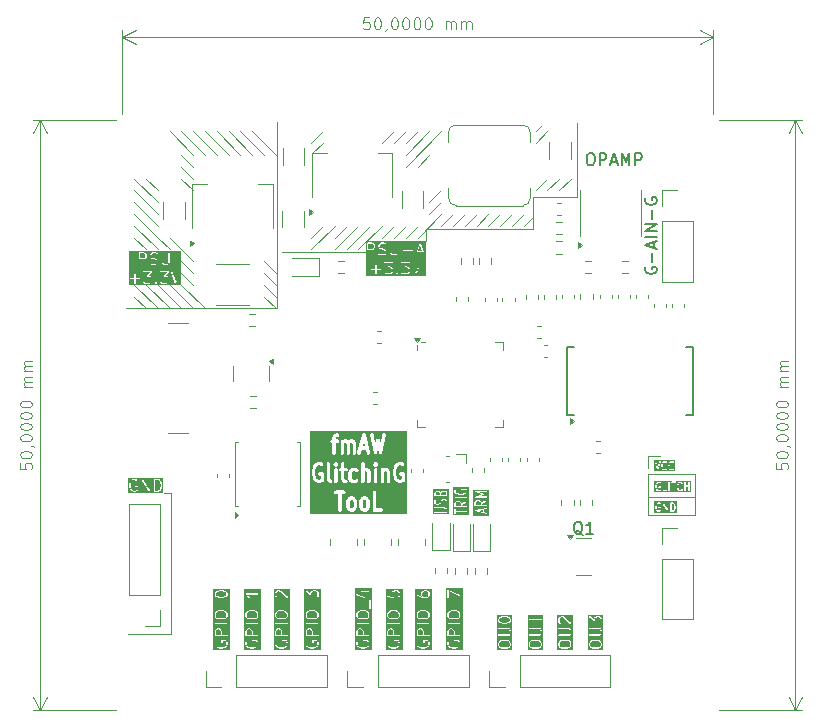
<source format=gbr>
%TF.GenerationSoftware,KiCad,Pcbnew,8.0.9-8.0.9-0~ubuntu22.04.1*%
%TF.CreationDate,2025-11-15T02:19:11+01:00*%
%TF.ProjectId,GLITCHING_FMAW,474c4954-4348-4494-9e47-5f464d41572e,rev?*%
%TF.SameCoordinates,Original*%
%TF.FileFunction,Legend,Top*%
%TF.FilePolarity,Positive*%
%FSLAX46Y46*%
G04 Gerber Fmt 4.6, Leading zero omitted, Abs format (unit mm)*
G04 Created by KiCad (PCBNEW 8.0.9-8.0.9-0~ubuntu22.04.1) date 2025-11-15 02:19:11*
%MOMM*%
%LPD*%
G01*
G04 APERTURE LIST*
%ADD10C,0.100000*%
%ADD11C,0.200000*%
%ADD12C,0.120000*%
%ADD13C,0.300000*%
%ADD14C,0.150000*%
G04 APERTURE END LIST*
D10*
X55000000Y-28000000D02*
X56000000Y-27000000D01*
X54000000Y-34000000D02*
X55000000Y-33000000D01*
X36000000Y-30000000D02*
X35000000Y-29000000D01*
X61000000Y-33000000D02*
X62000000Y-32000000D01*
X74500000Y-52500000D02*
X75500000Y-52500000D01*
X31000000Y-30000000D02*
X33000000Y-32000000D01*
X55700000Y-33300000D02*
X64800000Y-33300000D01*
X68300000Y-30600000D02*
X68500000Y-30600000D01*
X35000000Y-38000000D02*
X37000000Y-40000000D01*
X54000000Y-27000000D02*
X56000000Y-25000000D01*
X65000000Y-26000000D02*
X66000000Y-25000000D01*
X33000000Y-38000000D02*
X35000000Y-40000000D01*
X49000000Y-35000000D02*
X51000000Y-33000000D01*
X74500000Y-54000000D02*
X78500000Y-54000000D01*
X31000000Y-38000000D02*
X33000000Y-40000000D01*
X65000000Y-30000000D02*
X66000000Y-29000000D01*
X43100000Y-40000000D02*
X30300000Y-40000000D01*
X53000000Y-34000000D02*
X54000000Y-33000000D01*
X39000000Y-25000000D02*
X41000000Y-27000000D01*
X55000000Y-34000000D02*
X57000000Y-32000000D01*
X50600000Y-35200000D02*
X43500000Y-35200000D01*
X65000000Y-25000000D02*
X65500000Y-24500000D01*
X41000000Y-25000000D02*
X43000000Y-27000000D01*
X54000000Y-28000000D02*
X57000000Y-25000000D01*
X31000000Y-32000000D02*
X33000000Y-34000000D01*
X43100000Y-24200000D02*
X43100000Y-39700000D01*
X78500000Y-56000000D02*
X74500000Y-56000000D01*
X34000000Y-38000000D02*
X36000000Y-40000000D01*
X42000000Y-39000000D02*
X43000000Y-40000000D01*
X57000000Y-33000000D02*
X58000000Y-32000000D01*
X54000000Y-25000000D02*
X53000000Y-26000000D01*
X42000000Y-36000000D02*
X43000000Y-37000000D01*
X59000000Y-33000000D02*
X60000000Y-32000000D01*
X43100000Y-39700000D02*
X43100000Y-40000000D01*
X36000000Y-25000000D02*
X38000000Y-27000000D01*
X31000000Y-31000000D02*
X33000000Y-33000000D01*
X58000000Y-33000000D02*
X59000000Y-32000000D01*
X31000000Y-34000000D02*
X32000000Y-35000000D01*
X31000000Y-29000000D02*
X33000000Y-31000000D01*
X31000000Y-33000000D02*
X33000000Y-35000000D01*
X50000000Y-35000000D02*
X52000000Y-33000000D01*
X36000000Y-29000000D02*
X35000000Y-28000000D01*
X35000000Y-37000000D02*
X36000000Y-38000000D01*
X63000000Y-33000000D02*
X64000000Y-32000000D01*
X66000000Y-30000000D02*
X67000000Y-29000000D01*
X53000000Y-25000000D02*
X52000000Y-26000000D01*
X64800000Y-33300000D02*
X64800000Y-31200000D01*
X68500000Y-30600000D02*
X68500000Y-24300000D01*
X64000000Y-33000000D02*
X64800000Y-32250000D01*
X78500000Y-54000000D02*
X78500000Y-57500000D01*
X46000000Y-35000000D02*
X48000000Y-33000000D01*
X52000000Y-34000000D02*
X53000000Y-33000000D01*
X56000000Y-31000000D02*
X57000000Y-30000000D01*
X78500000Y-57500000D02*
X74500000Y-57500000D01*
X38000000Y-25000000D02*
X40000000Y-27000000D01*
X74500000Y-57500000D02*
X74500000Y-54000000D01*
X35000000Y-36000000D02*
X36000000Y-37000000D01*
X55700000Y-34300000D02*
X55700000Y-33300000D01*
X48000000Y-35000000D02*
X50000000Y-33000000D01*
X34100000Y-67600000D02*
X30500000Y-67600000D01*
X74500000Y-52500000D02*
X74500000Y-53500000D01*
X46000000Y-34000000D02*
X47000000Y-33000000D01*
X40000000Y-25000000D02*
X42000000Y-27000000D01*
X42000000Y-38000000D02*
X43000000Y-39000000D01*
X42000000Y-37000000D02*
X43000000Y-38000000D01*
X33000000Y-30000000D02*
X32000000Y-29000000D01*
X34100000Y-55600000D02*
X34100000Y-67600000D01*
X54000000Y-26000000D02*
X55000000Y-25000000D01*
X60000000Y-33000000D02*
X61000000Y-32000000D01*
X35000000Y-27000000D02*
X36000000Y-28000000D01*
X56000000Y-32000000D02*
X57000000Y-31000000D01*
X33000000Y-34000000D02*
X34000000Y-35000000D01*
X32000000Y-38000000D02*
X34000000Y-40000000D01*
X47000000Y-25000000D02*
X46000000Y-26000000D01*
X64800000Y-31200000D02*
X64800000Y-30600000D01*
X35000000Y-25000000D02*
X37000000Y-27000000D01*
X37000000Y-25000000D02*
X39000000Y-27000000D01*
X31000000Y-39000000D02*
X32000000Y-40000000D01*
X48000000Y-34000000D02*
X49000000Y-33000000D01*
X34000000Y-34000000D02*
X36000000Y-36000000D01*
X36000000Y-27000000D02*
X34000000Y-25000000D01*
X47000000Y-26000000D02*
X46060000Y-26800001D01*
X62000000Y-33000000D02*
X63000000Y-32000000D01*
X64800000Y-30600000D02*
X68300000Y-30600000D01*
X67000000Y-30000000D02*
X68000000Y-29000000D01*
X33500000Y-55600000D02*
X34100000Y-55600000D01*
D11*
X74314838Y-36506517D02*
X74267219Y-36601755D01*
X74267219Y-36601755D02*
X74267219Y-36744612D01*
X74267219Y-36744612D02*
X74314838Y-36887469D01*
X74314838Y-36887469D02*
X74410076Y-36982707D01*
X74410076Y-36982707D02*
X74505314Y-37030326D01*
X74505314Y-37030326D02*
X74695790Y-37077945D01*
X74695790Y-37077945D02*
X74838647Y-37077945D01*
X74838647Y-37077945D02*
X75029123Y-37030326D01*
X75029123Y-37030326D02*
X75124361Y-36982707D01*
X75124361Y-36982707D02*
X75219600Y-36887469D01*
X75219600Y-36887469D02*
X75267219Y-36744612D01*
X75267219Y-36744612D02*
X75267219Y-36649374D01*
X75267219Y-36649374D02*
X75219600Y-36506517D01*
X75219600Y-36506517D02*
X75171980Y-36458898D01*
X75171980Y-36458898D02*
X74838647Y-36458898D01*
X74838647Y-36458898D02*
X74838647Y-36649374D01*
X74886266Y-36030326D02*
X74886266Y-35268422D01*
X74981504Y-34839850D02*
X74981504Y-34363660D01*
X75267219Y-34935088D02*
X74267219Y-34601755D01*
X74267219Y-34601755D02*
X75267219Y-34268422D01*
X75267219Y-33935088D02*
X74267219Y-33935088D01*
X75267219Y-33458898D02*
X74267219Y-33458898D01*
X74267219Y-33458898D02*
X75267219Y-32887470D01*
X75267219Y-32887470D02*
X74267219Y-32887470D01*
X74886266Y-32411279D02*
X74886266Y-31649375D01*
X74314838Y-30649375D02*
X74267219Y-30744613D01*
X74267219Y-30744613D02*
X74267219Y-30887470D01*
X74267219Y-30887470D02*
X74314838Y-31030327D01*
X74314838Y-31030327D02*
X74410076Y-31125565D01*
X74410076Y-31125565D02*
X74505314Y-31173184D01*
X74505314Y-31173184D02*
X74695790Y-31220803D01*
X74695790Y-31220803D02*
X74838647Y-31220803D01*
X74838647Y-31220803D02*
X75029123Y-31173184D01*
X75029123Y-31173184D02*
X75124361Y-31125565D01*
X75124361Y-31125565D02*
X75219600Y-31030327D01*
X75219600Y-31030327D02*
X75267219Y-30887470D01*
X75267219Y-30887470D02*
X75267219Y-30792232D01*
X75267219Y-30792232D02*
X75219600Y-30649375D01*
X75219600Y-30649375D02*
X75171980Y-30601756D01*
X75171980Y-30601756D02*
X74838647Y-30601756D01*
X74838647Y-30601756D02*
X74838647Y-30792232D01*
D10*
G36*
X62703998Y-68169835D02*
G01*
X62783707Y-68249544D01*
X62822419Y-68326966D01*
X62822419Y-68493835D01*
X62783707Y-68571257D01*
X62703998Y-68650966D01*
X62532930Y-68693734D01*
X62211907Y-68693734D01*
X62040837Y-68650966D01*
X61961131Y-68571260D01*
X61922419Y-68493836D01*
X61922419Y-68326966D01*
X61961131Y-68249542D01*
X62040837Y-68169835D01*
X62211907Y-68127068D01*
X62532930Y-68127068D01*
X62703998Y-68169835D01*
G37*
G36*
X62664491Y-66171863D02*
G01*
X62747561Y-66213398D01*
X62783708Y-66249544D01*
X62822419Y-66326966D01*
X62822419Y-66398597D01*
X62783708Y-66476019D01*
X62747561Y-66512165D01*
X62664491Y-66553701D01*
X62485311Y-66598496D01*
X62259526Y-66598496D01*
X62080347Y-66553701D01*
X61997275Y-66512165D01*
X61961130Y-66476021D01*
X61922419Y-66398598D01*
X61922419Y-66326966D01*
X61961130Y-66249542D01*
X61997275Y-66213398D01*
X62080347Y-66171862D01*
X62259526Y-66127068D01*
X62485311Y-66127068D01*
X62664491Y-66171863D01*
G37*
G36*
X63033530Y-68904845D02*
G01*
X61711308Y-68904845D01*
X61711308Y-68315163D01*
X61822419Y-68315163D01*
X61822419Y-68505639D01*
X61822907Y-68508095D01*
X61822545Y-68509184D01*
X61824661Y-68516911D01*
X61826225Y-68524773D01*
X61827036Y-68525584D01*
X61827698Y-68528000D01*
X61875316Y-68623237D01*
X61880231Y-68629570D01*
X61884683Y-68636232D01*
X61979921Y-68731470D01*
X61984423Y-68734478D01*
X61985510Y-68736289D01*
X61991048Y-68738905D01*
X61996142Y-68742309D01*
X61998253Y-68742309D01*
X62003149Y-68744622D01*
X62193625Y-68792241D01*
X62199742Y-68792538D01*
X62205752Y-68793734D01*
X62539085Y-68793734D01*
X62545094Y-68792538D01*
X62551212Y-68792241D01*
X62741688Y-68744622D01*
X62746584Y-68742309D01*
X62748695Y-68742309D01*
X62753790Y-68738904D01*
X62759327Y-68736289D01*
X62760412Y-68734480D01*
X62764916Y-68731471D01*
X62860155Y-68636232D01*
X62864605Y-68629572D01*
X62869521Y-68623238D01*
X62917140Y-68528000D01*
X62917801Y-68525584D01*
X62918613Y-68524773D01*
X62920176Y-68516911D01*
X62922293Y-68509184D01*
X62921930Y-68508095D01*
X62922419Y-68505639D01*
X62922419Y-68315163D01*
X62921930Y-68312706D01*
X62922293Y-68311618D01*
X62920176Y-68303890D01*
X62918613Y-68296029D01*
X62917801Y-68295217D01*
X62917140Y-68292802D01*
X62869521Y-68197564D01*
X62864605Y-68191229D01*
X62860155Y-68184570D01*
X62764916Y-68089331D01*
X62760412Y-68086321D01*
X62759327Y-68084513D01*
X62753790Y-68081897D01*
X62748695Y-68078493D01*
X62746584Y-68078493D01*
X62741688Y-68076180D01*
X62551212Y-68028561D01*
X62545094Y-68028263D01*
X62539085Y-68027068D01*
X62205752Y-68027068D01*
X62199742Y-68028263D01*
X62193625Y-68028561D01*
X62003149Y-68076180D01*
X61998253Y-68078493D01*
X61996142Y-68078493D01*
X61991048Y-68081896D01*
X61985510Y-68084513D01*
X61984423Y-68086323D01*
X61979921Y-68089332D01*
X61884683Y-68184570D01*
X61880231Y-68191231D01*
X61875316Y-68197565D01*
X61827698Y-68292802D01*
X61827036Y-68295217D01*
X61826225Y-68296029D01*
X61824661Y-68303890D01*
X61822545Y-68311618D01*
X61822907Y-68312706D01*
X61822419Y-68315163D01*
X61711308Y-68315163D01*
X61711308Y-67057934D01*
X61826225Y-67057934D01*
X61826225Y-67096202D01*
X61853285Y-67123262D01*
X61872419Y-67127068D01*
X62670139Y-67127068D01*
X62747561Y-67165779D01*
X62783708Y-67201925D01*
X62822419Y-67279347D01*
X62822419Y-67446216D01*
X62783708Y-67523638D01*
X62747561Y-67559784D01*
X62670139Y-67598496D01*
X61872419Y-67598496D01*
X61853285Y-67602302D01*
X61826225Y-67629362D01*
X61826225Y-67667630D01*
X61853285Y-67694690D01*
X61872419Y-67698496D01*
X62681942Y-67698496D01*
X62684398Y-67698007D01*
X62685487Y-67698370D01*
X62693214Y-67696253D01*
X62701076Y-67694690D01*
X62701887Y-67693878D01*
X62704303Y-67693217D01*
X62799540Y-67645599D01*
X62805868Y-67640687D01*
X62812535Y-67636233D01*
X62860155Y-67588614D01*
X62864609Y-67581947D01*
X62869521Y-67575619D01*
X62917140Y-67480381D01*
X62917801Y-67477965D01*
X62918613Y-67477154D01*
X62920176Y-67469292D01*
X62922293Y-67461565D01*
X62921930Y-67460476D01*
X62922419Y-67458020D01*
X62922419Y-67267544D01*
X62921930Y-67265087D01*
X62922293Y-67263999D01*
X62920176Y-67256271D01*
X62918613Y-67248410D01*
X62917801Y-67247598D01*
X62917140Y-67245183D01*
X62869521Y-67149945D01*
X62864609Y-67143616D01*
X62860155Y-67136950D01*
X62812535Y-67089331D01*
X62805868Y-67084876D01*
X62799540Y-67079965D01*
X62704303Y-67032347D01*
X62701887Y-67031685D01*
X62701076Y-67030874D01*
X62693214Y-67029310D01*
X62685487Y-67027194D01*
X62684398Y-67027556D01*
X62681942Y-67027068D01*
X61872419Y-67027068D01*
X61853285Y-67030874D01*
X61826225Y-67057934D01*
X61711308Y-67057934D01*
X61711308Y-66315163D01*
X61822419Y-66315163D01*
X61822419Y-66410401D01*
X61822907Y-66412857D01*
X61822545Y-66413946D01*
X61824661Y-66421673D01*
X61826225Y-66429535D01*
X61827036Y-66430346D01*
X61827698Y-66432762D01*
X61875316Y-66527999D01*
X61880231Y-66534332D01*
X61884683Y-66540994D01*
X61932301Y-66588613D01*
X61938967Y-66593067D01*
X61945296Y-66597979D01*
X62040534Y-66645598D01*
X62045815Y-66647044D01*
X62050768Y-66649384D01*
X62241244Y-66697003D01*
X62247361Y-66697300D01*
X62253371Y-66698496D01*
X62491466Y-66698496D01*
X62497475Y-66697300D01*
X62503593Y-66697003D01*
X62694069Y-66649384D01*
X62699021Y-66647044D01*
X62704303Y-66645598D01*
X62799540Y-66597980D01*
X62805868Y-66593068D01*
X62812535Y-66588614D01*
X62860155Y-66540995D01*
X62864609Y-66534328D01*
X62869521Y-66528000D01*
X62917140Y-66432762D01*
X62917801Y-66430346D01*
X62918613Y-66429535D01*
X62920176Y-66421673D01*
X62922293Y-66413946D01*
X62921930Y-66412857D01*
X62922419Y-66410401D01*
X62922419Y-66315163D01*
X62921930Y-66312706D01*
X62922293Y-66311618D01*
X62920176Y-66303890D01*
X62918613Y-66296029D01*
X62917801Y-66295217D01*
X62917140Y-66292802D01*
X62869521Y-66197564D01*
X62864609Y-66191235D01*
X62860155Y-66184569D01*
X62812535Y-66136950D01*
X62805868Y-66132495D01*
X62799540Y-66127584D01*
X62704303Y-66079966D01*
X62699021Y-66078519D01*
X62694069Y-66076180D01*
X62503593Y-66028561D01*
X62497475Y-66028263D01*
X62491466Y-66027068D01*
X62253371Y-66027068D01*
X62247361Y-66028263D01*
X62241244Y-66028561D01*
X62050768Y-66076180D01*
X62045815Y-66078519D01*
X62040534Y-66079966D01*
X61945296Y-66127585D01*
X61938967Y-66132496D01*
X61932301Y-66136951D01*
X61884683Y-66184570D01*
X61880231Y-66191231D01*
X61875316Y-66197565D01*
X61827698Y-66292802D01*
X61827036Y-66295217D01*
X61826225Y-66296029D01*
X61824661Y-66303890D01*
X61822545Y-66311618D01*
X61822907Y-66312706D01*
X61822419Y-66315163D01*
X61711308Y-66315163D01*
X61711308Y-65915957D01*
X63033530Y-65915957D01*
X63033530Y-68904845D01*
G37*
D12*
G36*
X78131010Y-55545871D02*
G01*
X75055454Y-55545871D01*
X75055454Y-55008093D01*
X75133232Y-55008093D01*
X75133232Y-55108093D01*
X75134470Y-55114318D01*
X75134564Y-55120665D01*
X75163136Y-55253998D01*
X75165446Y-55259352D01*
X75166655Y-55265061D01*
X75195226Y-55331727D01*
X75200366Y-55339222D01*
X75204820Y-55347140D01*
X75261963Y-55413808D01*
X75265286Y-55416418D01*
X75266027Y-55418102D01*
X75273448Y-55422830D01*
X75280373Y-55428269D01*
X75282207Y-55428410D01*
X75285771Y-55430680D01*
X75371485Y-55464013D01*
X75382377Y-55465933D01*
X75393232Y-55468093D01*
X75450375Y-55468093D01*
X75461229Y-55465933D01*
X75472122Y-55464013D01*
X75557835Y-55430680D01*
X75561398Y-55428410D01*
X75563234Y-55428269D01*
X75570157Y-55422830D01*
X75577580Y-55418102D01*
X75578321Y-55416417D01*
X75581644Y-55413807D01*
X75610216Y-55380474D01*
X75618193Y-55366287D01*
X75620094Y-55364387D01*
X75620549Y-55362098D01*
X75621691Y-55360068D01*
X75621485Y-55357392D01*
X75624661Y-55341426D01*
X75624661Y-55108093D01*
X75620094Y-55085132D01*
X75587622Y-55052660D01*
X75564661Y-55048093D01*
X75450375Y-55048093D01*
X75427414Y-55052660D01*
X75394942Y-55085132D01*
X75394942Y-55131054D01*
X75427414Y-55163526D01*
X75450375Y-55168093D01*
X75504661Y-55168093D01*
X75504661Y-55319230D01*
X75500323Y-55324291D01*
X75439119Y-55348093D01*
X75404487Y-55348093D01*
X75343284Y-55324292D01*
X75301907Y-55276019D01*
X75279249Y-55223150D01*
X75253232Y-55101736D01*
X75253232Y-55014449D01*
X75279249Y-54893035D01*
X75301907Y-54840166D01*
X75343284Y-54791893D01*
X75404487Y-54768093D01*
X75462726Y-54768093D01*
X75505857Y-54793253D01*
X75527991Y-54800877D01*
X75572402Y-54789191D01*
X75595541Y-54749524D01*
X75584638Y-54708093D01*
X75761804Y-54708093D01*
X75761804Y-55408093D01*
X75766371Y-55431054D01*
X75798843Y-55463526D01*
X75821804Y-55468093D01*
X76107518Y-55468093D01*
X76130479Y-55463526D01*
X76162951Y-55431054D01*
X76162951Y-55385132D01*
X76130479Y-55352660D01*
X76107518Y-55348093D01*
X75881804Y-55348093D01*
X75881804Y-54708093D01*
X76247518Y-54708093D01*
X76247518Y-55408093D01*
X76252085Y-55431054D01*
X76284557Y-55463526D01*
X76330479Y-55463526D01*
X76362951Y-55431054D01*
X76367518Y-55408093D01*
X76367518Y-54708093D01*
X76362951Y-54685132D01*
X76452084Y-54685132D01*
X76452084Y-54731054D01*
X76484556Y-54763526D01*
X76507517Y-54768093D01*
X76618946Y-54768093D01*
X76618946Y-55408093D01*
X76623513Y-55431054D01*
X76655985Y-55463526D01*
X76701907Y-55463526D01*
X76734379Y-55431054D01*
X76738946Y-55408093D01*
X76738946Y-55008093D01*
X76961803Y-55008093D01*
X76961803Y-55108093D01*
X76963041Y-55114318D01*
X76963135Y-55120665D01*
X76991707Y-55253998D01*
X76994017Y-55259352D01*
X76995226Y-55265061D01*
X77023797Y-55331727D01*
X77028937Y-55339222D01*
X77033391Y-55347140D01*
X77090534Y-55413808D01*
X77093857Y-55416418D01*
X77094598Y-55418102D01*
X77102019Y-55422830D01*
X77108944Y-55428269D01*
X77110778Y-55428410D01*
X77114342Y-55430680D01*
X77200056Y-55464013D01*
X77210948Y-55465933D01*
X77221803Y-55468093D01*
X77278946Y-55468093D01*
X77289800Y-55465933D01*
X77300693Y-55464013D01*
X77386406Y-55430680D01*
X77389969Y-55428410D01*
X77391805Y-55428269D01*
X77398728Y-55422830D01*
X77406151Y-55418102D01*
X77406892Y-55416417D01*
X77410215Y-55413807D01*
X77438787Y-55380474D01*
X77450262Y-55360068D01*
X77446740Y-55314281D01*
X77411874Y-55284396D01*
X77366087Y-55287918D01*
X77347676Y-55302379D01*
X77328894Y-55324291D01*
X77267690Y-55348093D01*
X77233058Y-55348093D01*
X77171855Y-55324292D01*
X77130478Y-55276019D01*
X77107820Y-55223150D01*
X77081803Y-55101736D01*
X77081803Y-55014449D01*
X77107820Y-54893035D01*
X77130478Y-54840166D01*
X77171855Y-54791893D01*
X77233058Y-54768093D01*
X77267690Y-54768093D01*
X77328894Y-54791894D01*
X77347676Y-54813807D01*
X77366087Y-54828268D01*
X77411874Y-54831790D01*
X77446740Y-54801905D01*
X77450262Y-54756118D01*
X77438787Y-54735712D01*
X77415113Y-54708093D01*
X77590375Y-54708093D01*
X77590375Y-55408093D01*
X77594942Y-55431054D01*
X77627414Y-55463526D01*
X77673336Y-55463526D01*
X77705808Y-55431054D01*
X77710375Y-55408093D01*
X77710375Y-55101426D01*
X77933232Y-55101426D01*
X77933232Y-55408093D01*
X77937799Y-55431054D01*
X77970271Y-55463526D01*
X78016193Y-55463526D01*
X78048665Y-55431054D01*
X78053232Y-55408093D01*
X78053232Y-54708093D01*
X78048665Y-54685132D01*
X78016193Y-54652660D01*
X77970271Y-54652660D01*
X77937799Y-54685132D01*
X77933232Y-54708093D01*
X77933232Y-54981426D01*
X77710375Y-54981426D01*
X77710375Y-54708093D01*
X77705808Y-54685132D01*
X77673336Y-54652660D01*
X77627414Y-54652660D01*
X77594942Y-54685132D01*
X77590375Y-54708093D01*
X77415113Y-54708093D01*
X77410215Y-54702379D01*
X77406892Y-54699768D01*
X77406151Y-54698084D01*
X77398728Y-54693355D01*
X77391805Y-54687917D01*
X77389969Y-54687775D01*
X77386406Y-54685506D01*
X77300693Y-54652173D01*
X77289800Y-54650252D01*
X77278946Y-54648093D01*
X77221803Y-54648093D01*
X77210948Y-54650252D01*
X77200056Y-54652173D01*
X77114342Y-54685506D01*
X77110778Y-54687775D01*
X77108944Y-54687917D01*
X77102019Y-54693355D01*
X77094598Y-54698084D01*
X77093857Y-54699767D01*
X77090534Y-54702378D01*
X77033391Y-54769046D01*
X77028937Y-54776963D01*
X77023797Y-54784459D01*
X76995226Y-54851125D01*
X76994017Y-54856833D01*
X76991707Y-54862188D01*
X76963135Y-54995521D01*
X76963041Y-55001867D01*
X76961803Y-55008093D01*
X76738946Y-55008093D01*
X76738946Y-54768093D01*
X76850375Y-54768093D01*
X76873336Y-54763526D01*
X76905808Y-54731054D01*
X76905808Y-54685132D01*
X76873336Y-54652660D01*
X76850375Y-54648093D01*
X76507517Y-54648093D01*
X76484556Y-54652660D01*
X76452084Y-54685132D01*
X76362951Y-54685132D01*
X76330479Y-54652660D01*
X76284557Y-54652660D01*
X76252085Y-54685132D01*
X76247518Y-54708093D01*
X75881804Y-54708093D01*
X75877237Y-54685132D01*
X75844765Y-54652660D01*
X75798843Y-54652660D01*
X75766371Y-54685132D01*
X75761804Y-54708093D01*
X75584638Y-54708093D01*
X75583854Y-54705114D01*
X75566322Y-54689600D01*
X75509179Y-54656266D01*
X75503588Y-54654340D01*
X75501908Y-54652660D01*
X75494339Y-54651154D01*
X75487045Y-54648642D01*
X75484747Y-54649246D01*
X75478947Y-54648093D01*
X75393232Y-54648093D01*
X75382377Y-54650252D01*
X75371485Y-54652173D01*
X75285771Y-54685506D01*
X75282207Y-54687775D01*
X75280373Y-54687917D01*
X75273448Y-54693355D01*
X75266027Y-54698084D01*
X75265286Y-54699767D01*
X75261963Y-54702378D01*
X75204820Y-54769046D01*
X75200366Y-54776963D01*
X75195226Y-54784459D01*
X75166655Y-54851125D01*
X75165446Y-54856833D01*
X75163136Y-54862188D01*
X75134564Y-54995521D01*
X75134470Y-55001867D01*
X75133232Y-55008093D01*
X75055454Y-55008093D01*
X75055454Y-54570315D01*
X78131010Y-54570315D01*
X78131010Y-55545871D01*
G37*
D10*
G36*
X67803998Y-68169835D02*
G01*
X67883707Y-68249544D01*
X67922419Y-68326966D01*
X67922419Y-68493835D01*
X67883707Y-68571257D01*
X67803998Y-68650966D01*
X67632930Y-68693734D01*
X67311907Y-68693734D01*
X67140837Y-68650966D01*
X67061131Y-68571260D01*
X67022419Y-68493836D01*
X67022419Y-68326966D01*
X67061131Y-68249542D01*
X67140837Y-68169835D01*
X67311907Y-68127068D01*
X67632930Y-68127068D01*
X67803998Y-68169835D01*
G37*
G36*
X68133530Y-68904845D02*
G01*
X66811308Y-68904845D01*
X66811308Y-68315163D01*
X66922419Y-68315163D01*
X66922419Y-68505639D01*
X66922907Y-68508095D01*
X66922545Y-68509184D01*
X66924661Y-68516911D01*
X66926225Y-68524773D01*
X66927036Y-68525584D01*
X66927698Y-68528000D01*
X66975316Y-68623237D01*
X66980231Y-68629570D01*
X66984683Y-68636232D01*
X67079921Y-68731470D01*
X67084423Y-68734478D01*
X67085510Y-68736289D01*
X67091048Y-68738905D01*
X67096142Y-68742309D01*
X67098253Y-68742309D01*
X67103149Y-68744622D01*
X67293625Y-68792241D01*
X67299742Y-68792538D01*
X67305752Y-68793734D01*
X67639085Y-68793734D01*
X67645094Y-68792538D01*
X67651212Y-68792241D01*
X67841688Y-68744622D01*
X67846584Y-68742309D01*
X67848695Y-68742309D01*
X67853790Y-68738904D01*
X67859327Y-68736289D01*
X67860412Y-68734480D01*
X67864916Y-68731471D01*
X67960155Y-68636232D01*
X67964605Y-68629572D01*
X67969521Y-68623238D01*
X68017140Y-68528000D01*
X68017801Y-68525584D01*
X68018613Y-68524773D01*
X68020176Y-68516911D01*
X68022293Y-68509184D01*
X68021930Y-68508095D01*
X68022419Y-68505639D01*
X68022419Y-68315163D01*
X68021930Y-68312706D01*
X68022293Y-68311618D01*
X68020176Y-68303890D01*
X68018613Y-68296029D01*
X68017801Y-68295217D01*
X68017140Y-68292802D01*
X67969521Y-68197564D01*
X67964605Y-68191229D01*
X67960155Y-68184570D01*
X67864916Y-68089331D01*
X67860412Y-68086321D01*
X67859327Y-68084513D01*
X67853790Y-68081897D01*
X67848695Y-68078493D01*
X67846584Y-68078493D01*
X67841688Y-68076180D01*
X67651212Y-68028561D01*
X67645094Y-68028263D01*
X67639085Y-68027068D01*
X67305752Y-68027068D01*
X67299742Y-68028263D01*
X67293625Y-68028561D01*
X67103149Y-68076180D01*
X67098253Y-68078493D01*
X67096142Y-68078493D01*
X67091048Y-68081896D01*
X67085510Y-68084513D01*
X67084423Y-68086323D01*
X67079921Y-68089332D01*
X66984683Y-68184570D01*
X66980231Y-68191231D01*
X66975316Y-68197565D01*
X66927698Y-68292802D01*
X66927036Y-68295217D01*
X66926225Y-68296029D01*
X66924661Y-68303890D01*
X66922545Y-68311618D01*
X66922907Y-68312706D01*
X66922419Y-68315163D01*
X66811308Y-68315163D01*
X66811308Y-67057934D01*
X66926225Y-67057934D01*
X66926225Y-67096202D01*
X66953285Y-67123262D01*
X66972419Y-67127068D01*
X67770139Y-67127068D01*
X67847561Y-67165779D01*
X67883708Y-67201925D01*
X67922419Y-67279347D01*
X67922419Y-67446216D01*
X67883708Y-67523638D01*
X67847561Y-67559784D01*
X67770139Y-67598496D01*
X66972419Y-67598496D01*
X66953285Y-67602302D01*
X66926225Y-67629362D01*
X66926225Y-67667630D01*
X66953285Y-67694690D01*
X66972419Y-67698496D01*
X67781942Y-67698496D01*
X67784398Y-67698007D01*
X67785487Y-67698370D01*
X67793214Y-67696253D01*
X67801076Y-67694690D01*
X67801887Y-67693878D01*
X67804303Y-67693217D01*
X67899540Y-67645599D01*
X67905868Y-67640687D01*
X67912535Y-67636233D01*
X67960155Y-67588614D01*
X67964609Y-67581947D01*
X67969521Y-67575619D01*
X68017140Y-67480381D01*
X68017801Y-67477965D01*
X68018613Y-67477154D01*
X68020176Y-67469292D01*
X68022293Y-67461565D01*
X68021930Y-67460476D01*
X68022419Y-67458020D01*
X68022419Y-67267544D01*
X68021930Y-67265087D01*
X68022293Y-67263999D01*
X68020176Y-67256271D01*
X68018613Y-67248410D01*
X68017801Y-67247598D01*
X68017140Y-67245183D01*
X67969521Y-67149945D01*
X67964609Y-67143616D01*
X67960155Y-67136950D01*
X67912535Y-67089331D01*
X67905868Y-67084876D01*
X67899540Y-67079965D01*
X67804303Y-67032347D01*
X67801887Y-67031685D01*
X67801076Y-67030874D01*
X67793214Y-67029310D01*
X67785487Y-67027194D01*
X67784398Y-67027556D01*
X67781942Y-67027068D01*
X66972419Y-67027068D01*
X66953285Y-67030874D01*
X66926225Y-67057934D01*
X66811308Y-67057934D01*
X66811308Y-66267544D01*
X66922419Y-66267544D01*
X66922419Y-66505639D01*
X66922907Y-66508095D01*
X66922545Y-66509184D01*
X66924661Y-66516911D01*
X66926225Y-66524773D01*
X66927036Y-66525584D01*
X66927698Y-66528000D01*
X66975316Y-66623237D01*
X66980231Y-66629570D01*
X66984683Y-66636232D01*
X67032301Y-66683851D01*
X67048522Y-66694690D01*
X67086791Y-66694690D01*
X67113851Y-66667630D01*
X67113851Y-66629361D01*
X67103012Y-66613140D01*
X67061130Y-66571259D01*
X67022419Y-66493836D01*
X67022419Y-66279347D01*
X67061130Y-66201923D01*
X67097275Y-66165779D01*
X67174699Y-66127068D01*
X67250020Y-66127068D01*
X67373981Y-66168388D01*
X67937064Y-66731470D01*
X67953285Y-66742309D01*
X67991553Y-66742309D01*
X68018613Y-66715249D01*
X68022419Y-66696115D01*
X68022419Y-66077068D01*
X68018613Y-66057934D01*
X67991553Y-66030874D01*
X67953285Y-66030874D01*
X67926225Y-66057934D01*
X67922419Y-66077068D01*
X67922419Y-66575405D01*
X67436345Y-66089332D01*
X67434262Y-66087940D01*
X67433749Y-66086914D01*
X67426788Y-66082946D01*
X67420124Y-66078493D01*
X67418976Y-66078493D01*
X67416801Y-66077253D01*
X67273944Y-66029634D01*
X67265995Y-66028631D01*
X67258133Y-66027068D01*
X67162895Y-66027068D01*
X67160438Y-66027556D01*
X67159350Y-66027194D01*
X67151622Y-66029310D01*
X67143761Y-66030874D01*
X67142949Y-66031685D01*
X67140534Y-66032347D01*
X67045296Y-66079966D01*
X67038967Y-66084877D01*
X67032301Y-66089332D01*
X66984683Y-66136951D01*
X66980231Y-66143612D01*
X66975316Y-66149946D01*
X66927698Y-66245183D01*
X66927036Y-66247598D01*
X66926225Y-66248410D01*
X66924661Y-66256271D01*
X66922545Y-66263999D01*
X66922907Y-66265087D01*
X66922419Y-66267544D01*
X66811308Y-66267544D01*
X66811308Y-65915957D01*
X68133530Y-65915957D01*
X68133530Y-68904845D01*
G37*
G36*
X50271372Y-67213398D02*
G01*
X50307516Y-67249543D01*
X50346228Y-67326966D01*
X50346228Y-67646115D01*
X49922419Y-67646115D01*
X49922419Y-67326966D01*
X49961130Y-67249542D01*
X49997275Y-67213398D01*
X50074699Y-67174687D01*
X50193949Y-67174687D01*
X50271372Y-67213398D01*
G37*
G36*
X50703998Y-65693645D02*
G01*
X50783707Y-65773354D01*
X50822419Y-65850776D01*
X50822419Y-66017645D01*
X50783707Y-66095067D01*
X50703998Y-66174776D01*
X50532930Y-66217544D01*
X50211907Y-66217544D01*
X50040837Y-66174776D01*
X49961131Y-66095070D01*
X49922419Y-66017646D01*
X49922419Y-65850776D01*
X49961131Y-65773352D01*
X50040837Y-65693645D01*
X50211907Y-65650878D01*
X50532930Y-65650878D01*
X50703998Y-65693645D01*
G37*
G36*
X51128768Y-68904845D02*
G01*
X49663815Y-68904845D01*
X49663815Y-68267544D01*
X49822419Y-68267544D01*
X49822419Y-68410401D01*
X49823982Y-68418263D01*
X49824985Y-68426212D01*
X49872604Y-68569069D01*
X49873844Y-68571244D01*
X49873844Y-68572392D01*
X49878297Y-68579056D01*
X49882265Y-68586017D01*
X49883291Y-68586530D01*
X49884683Y-68588613D01*
X49979921Y-68683851D01*
X49986580Y-68688301D01*
X49992915Y-68693217D01*
X50088153Y-68740836D01*
X50093434Y-68742282D01*
X50098387Y-68744622D01*
X50288863Y-68792241D01*
X50294980Y-68792538D01*
X50300990Y-68793734D01*
X50443847Y-68793734D01*
X50449856Y-68792538D01*
X50455974Y-68792241D01*
X50646450Y-68744622D01*
X50651402Y-68742282D01*
X50656684Y-68740836D01*
X50751921Y-68693218D01*
X50758249Y-68688306D01*
X50764916Y-68683852D01*
X50860155Y-68588613D01*
X50861545Y-68586531D01*
X50862573Y-68586018D01*
X50866543Y-68579052D01*
X50870994Y-68572392D01*
X50870994Y-68571244D01*
X50872234Y-68569069D01*
X50919853Y-68426213D01*
X50920855Y-68418262D01*
X50922419Y-68410401D01*
X50922419Y-68315163D01*
X50920855Y-68307301D01*
X50919853Y-68299351D01*
X50872234Y-68156495D01*
X50870994Y-68154319D01*
X50870994Y-68153171D01*
X50866539Y-68146504D01*
X50862573Y-68139546D01*
X50861546Y-68139032D01*
X50860155Y-68136950D01*
X50812535Y-68089331D01*
X50796314Y-68078493D01*
X50777180Y-68074687D01*
X50443847Y-68074687D01*
X50424713Y-68078493D01*
X50397653Y-68105553D01*
X50393847Y-68124687D01*
X50393847Y-68315163D01*
X50397653Y-68334297D01*
X50424713Y-68361357D01*
X50462981Y-68361357D01*
X50490041Y-68334297D01*
X50493847Y-68315163D01*
X50493847Y-68174687D01*
X50756469Y-68174687D01*
X50781099Y-68199316D01*
X50822419Y-68323276D01*
X50822419Y-68402288D01*
X50781099Y-68526247D01*
X50699942Y-68607403D01*
X50616872Y-68648939D01*
X50437692Y-68693734D01*
X50307145Y-68693734D01*
X50127966Y-68648939D01*
X50044892Y-68607402D01*
X49963739Y-68526249D01*
X49922419Y-68402287D01*
X49922419Y-68279347D01*
X49964759Y-68194667D01*
X49969912Y-68175851D01*
X49957810Y-68139546D01*
X49923582Y-68122432D01*
X49887278Y-68134534D01*
X49875316Y-68149946D01*
X49827698Y-68245183D01*
X49827036Y-68247598D01*
X49826225Y-68248410D01*
X49824661Y-68256271D01*
X49822545Y-68263999D01*
X49822907Y-68265087D01*
X49822419Y-68267544D01*
X49663815Y-68267544D01*
X49663815Y-67315163D01*
X49822419Y-67315163D01*
X49822419Y-67696115D01*
X49826225Y-67715249D01*
X49853285Y-67742309D01*
X49872419Y-67746115D01*
X50872419Y-67746115D01*
X50891553Y-67742309D01*
X50918613Y-67715249D01*
X50918613Y-67676981D01*
X50891553Y-67649921D01*
X50872419Y-67646115D01*
X50446228Y-67646115D01*
X50446228Y-67315163D01*
X50445739Y-67312706D01*
X50446102Y-67311618D01*
X50443985Y-67303890D01*
X50442422Y-67296029D01*
X50441610Y-67295217D01*
X50440949Y-67292802D01*
X50393330Y-67197564D01*
X50388418Y-67191235D01*
X50383964Y-67184569D01*
X50336345Y-67136951D01*
X50329683Y-67132499D01*
X50323350Y-67127584D01*
X50228113Y-67079966D01*
X50225697Y-67079304D01*
X50224886Y-67078493D01*
X50217024Y-67076929D01*
X50209297Y-67074813D01*
X50208208Y-67075175D01*
X50205752Y-67074687D01*
X50062895Y-67074687D01*
X50060438Y-67075175D01*
X50059350Y-67074813D01*
X50051622Y-67076929D01*
X50043761Y-67078493D01*
X50042949Y-67079304D01*
X50040534Y-67079966D01*
X49945296Y-67127585D01*
X49938967Y-67132496D01*
X49932301Y-67136951D01*
X49884683Y-67184570D01*
X49880231Y-67191231D01*
X49875316Y-67197565D01*
X49827698Y-67292802D01*
X49827036Y-67295217D01*
X49826225Y-67296029D01*
X49824661Y-67303890D01*
X49822545Y-67311618D01*
X49822907Y-67312706D01*
X49822419Y-67315163D01*
X49663815Y-67315163D01*
X49663815Y-66676981D01*
X49826225Y-66676981D01*
X49826225Y-66715249D01*
X49853285Y-66742309D01*
X49872419Y-66746115D01*
X50872419Y-66746115D01*
X50891553Y-66742309D01*
X50918613Y-66715249D01*
X50918613Y-66676981D01*
X50891553Y-66649921D01*
X50872419Y-66646115D01*
X49872419Y-66646115D01*
X49853285Y-66649921D01*
X49826225Y-66676981D01*
X49663815Y-66676981D01*
X49663815Y-65838973D01*
X49822419Y-65838973D01*
X49822419Y-66029449D01*
X49822907Y-66031905D01*
X49822545Y-66032994D01*
X49824661Y-66040721D01*
X49826225Y-66048583D01*
X49827036Y-66049394D01*
X49827698Y-66051810D01*
X49875316Y-66147047D01*
X49880231Y-66153380D01*
X49884683Y-66160042D01*
X49979921Y-66255280D01*
X49984423Y-66258288D01*
X49985510Y-66260099D01*
X49991048Y-66262715D01*
X49996142Y-66266119D01*
X49998253Y-66266119D01*
X50003149Y-66268432D01*
X50193625Y-66316051D01*
X50199742Y-66316348D01*
X50205752Y-66317544D01*
X50539085Y-66317544D01*
X50545094Y-66316348D01*
X50551212Y-66316051D01*
X50741688Y-66268432D01*
X50746584Y-66266119D01*
X50748695Y-66266119D01*
X50753790Y-66262714D01*
X50759327Y-66260099D01*
X50760412Y-66258290D01*
X50764916Y-66255281D01*
X50860155Y-66160042D01*
X50864605Y-66153382D01*
X50869521Y-66147048D01*
X50917140Y-66051810D01*
X50917801Y-66049394D01*
X50918613Y-66048583D01*
X50920176Y-66040721D01*
X50922293Y-66032994D01*
X50921930Y-66031905D01*
X50922419Y-66029449D01*
X50922419Y-65838973D01*
X50921930Y-65836516D01*
X50922293Y-65835428D01*
X50920176Y-65827700D01*
X50918613Y-65819839D01*
X50917801Y-65819027D01*
X50917140Y-65816612D01*
X50869521Y-65721374D01*
X50864605Y-65715039D01*
X50860155Y-65708380D01*
X50764916Y-65613141D01*
X50760412Y-65610131D01*
X50759327Y-65608323D01*
X50753790Y-65605707D01*
X50748695Y-65602303D01*
X50746584Y-65602303D01*
X50741688Y-65599990D01*
X50551212Y-65552371D01*
X50545094Y-65552073D01*
X50539085Y-65550878D01*
X50205752Y-65550878D01*
X50199742Y-65552073D01*
X50193625Y-65552371D01*
X50003149Y-65599990D01*
X49998253Y-65602303D01*
X49996142Y-65602303D01*
X49991048Y-65605706D01*
X49985510Y-65608323D01*
X49984423Y-65610133D01*
X49979921Y-65613142D01*
X49884683Y-65708380D01*
X49880231Y-65715041D01*
X49875316Y-65721375D01*
X49827698Y-65816612D01*
X49827036Y-65819027D01*
X49826225Y-65819839D01*
X49824661Y-65827700D01*
X49822545Y-65835428D01*
X49822907Y-65836516D01*
X49822419Y-65838973D01*
X49663815Y-65838973D01*
X49663815Y-64648497D01*
X50917657Y-64648497D01*
X50917657Y-65410402D01*
X50921463Y-65429536D01*
X50948523Y-65456596D01*
X50986791Y-65456596D01*
X51013851Y-65429536D01*
X51017657Y-65410402D01*
X51017657Y-64648497D01*
X51013851Y-64629363D01*
X50986791Y-64602303D01*
X50948523Y-64602303D01*
X50921463Y-64629363D01*
X50917657Y-64648497D01*
X49663815Y-64648497D01*
X49663815Y-64223469D01*
X49774926Y-64223469D01*
X49792040Y-64257698D01*
X49808989Y-64267359D01*
X50523273Y-64505454D01*
X50542629Y-64507894D01*
X50549989Y-64504214D01*
X50558219Y-64504214D01*
X50566449Y-64495984D01*
X50576857Y-64490780D01*
X50579459Y-64482973D01*
X50585279Y-64477154D01*
X50589085Y-64458020D01*
X50589085Y-64031830D01*
X50872419Y-64031830D01*
X50891553Y-64028024D01*
X50918613Y-64000964D01*
X50918613Y-63962696D01*
X50891553Y-63935636D01*
X50872419Y-63931830D01*
X50589085Y-63931830D01*
X50589085Y-63838973D01*
X50585279Y-63819839D01*
X50558219Y-63792779D01*
X50519951Y-63792779D01*
X50492891Y-63819839D01*
X50489085Y-63838973D01*
X50489085Y-63931830D01*
X50205752Y-63931830D01*
X50186618Y-63935636D01*
X50159558Y-63962696D01*
X50159558Y-64000964D01*
X50186618Y-64028024D01*
X50205752Y-64031830D01*
X50489085Y-64031830D01*
X50489085Y-64388649D01*
X49840611Y-64172491D01*
X49821256Y-64170051D01*
X49787027Y-64187165D01*
X49774926Y-64223469D01*
X49663815Y-64223469D01*
X49663815Y-63681668D01*
X51128768Y-63681668D01*
X51128768Y-68904845D01*
G37*
G36*
X58577964Y-56412459D02*
G01*
X58612906Y-56436918D01*
X58646228Y-56483567D01*
X58646228Y-56684211D01*
X58222419Y-56684211D01*
X58222419Y-56483567D01*
X58255737Y-56436920D01*
X58290682Y-56412459D01*
X58371393Y-56384211D01*
X58497255Y-56384211D01*
X58577964Y-56412459D01*
G37*
G36*
X59333530Y-57524849D02*
G01*
X58011308Y-57524849D01*
X58011308Y-56967544D01*
X58122419Y-56967544D01*
X58122419Y-57367544D01*
X58126225Y-57386678D01*
X58153285Y-57413738D01*
X58191553Y-57413738D01*
X58218613Y-57386678D01*
X58222419Y-57367544D01*
X58222419Y-57217544D01*
X59172419Y-57217544D01*
X59191553Y-57213738D01*
X59218613Y-57186678D01*
X59218613Y-57148410D01*
X59191553Y-57121350D01*
X59172419Y-57117544D01*
X58222419Y-57117544D01*
X58222419Y-56967544D01*
X58218613Y-56948410D01*
X58191553Y-56921350D01*
X58153285Y-56921350D01*
X58126225Y-56948410D01*
X58122419Y-56967544D01*
X58011308Y-56967544D01*
X58011308Y-56467544D01*
X58122419Y-56467544D01*
X58122419Y-56734211D01*
X58126225Y-56753345D01*
X58153285Y-56780405D01*
X58172419Y-56784211D01*
X59172419Y-56784211D01*
X59191553Y-56780405D01*
X59218613Y-56753345D01*
X59218613Y-56715077D01*
X59191553Y-56688017D01*
X59172419Y-56684211D01*
X58746228Y-56684211D01*
X58746228Y-56598724D01*
X59194420Y-56379111D01*
X59209927Y-56367274D01*
X59222320Y-56331067D01*
X59205482Y-56296703D01*
X59169275Y-56284310D01*
X59150418Y-56289311D01*
X58746228Y-56487363D01*
X58746228Y-56467544D01*
X58744503Y-56458875D01*
X58744939Y-56456264D01*
X58743231Y-56452481D01*
X58742422Y-56448410D01*
X58740549Y-56446537D01*
X58736914Y-56438482D01*
X58689296Y-56371816D01*
X58683127Y-56366021D01*
X58677283Y-56359917D01*
X58629664Y-56326583D01*
X58623403Y-56323829D01*
X58617508Y-56320351D01*
X58522269Y-56287018D01*
X58513968Y-56285845D01*
X58505752Y-56284211D01*
X58362895Y-56284211D01*
X58354678Y-56285845D01*
X58346378Y-56287018D01*
X58251140Y-56320351D01*
X58245244Y-56323829D01*
X58238984Y-56326583D01*
X58191364Y-56359917D01*
X58185514Y-56366025D01*
X58179351Y-56371816D01*
X58131732Y-56438482D01*
X58128096Y-56446538D01*
X58126225Y-56448410D01*
X58125415Y-56452480D01*
X58123708Y-56456264D01*
X58124143Y-56458875D01*
X58122419Y-56467544D01*
X58011308Y-56467544D01*
X58011308Y-56015077D01*
X58126225Y-56015077D01*
X58126225Y-56053345D01*
X58153285Y-56080405D01*
X58172419Y-56084211D01*
X59172419Y-56084211D01*
X59191553Y-56080405D01*
X59218613Y-56053345D01*
X59218613Y-56015077D01*
X59191553Y-55988017D01*
X59172419Y-55984211D01*
X58172419Y-55984211D01*
X58153285Y-55988017D01*
X58126225Y-56015077D01*
X58011308Y-56015077D01*
X58011308Y-55400878D01*
X58122419Y-55400878D01*
X58122419Y-55500878D01*
X58122772Y-55502655D01*
X58122486Y-55503463D01*
X58124569Y-55511688D01*
X58126225Y-55520012D01*
X58126830Y-55520617D01*
X58127276Y-55522375D01*
X58174895Y-55622375D01*
X58177552Y-55625938D01*
X58177872Y-55627749D01*
X58182532Y-55632615D01*
X58186558Y-55638014D01*
X58188289Y-55638628D01*
X58191365Y-55641840D01*
X58286603Y-55708507D01*
X58292866Y-55711261D01*
X58298759Y-55714738D01*
X58393997Y-55748071D01*
X58398063Y-55748645D01*
X58401895Y-55750130D01*
X58592371Y-55783463D01*
X58596723Y-55783362D01*
X58600990Y-55784211D01*
X58743847Y-55784211D01*
X58748113Y-55783362D01*
X58752466Y-55783463D01*
X58942942Y-55750129D01*
X58946770Y-55748645D01*
X58950840Y-55748071D01*
X59046079Y-55714738D01*
X59051972Y-55711260D01*
X59058234Y-55708507D01*
X59153473Y-55641840D01*
X59156548Y-55638628D01*
X59158280Y-55638014D01*
X59162305Y-55632615D01*
X59166966Y-55627749D01*
X59167285Y-55625938D01*
X59169943Y-55622375D01*
X59217562Y-55522375D01*
X59218007Y-55520617D01*
X59218613Y-55520012D01*
X59220268Y-55511688D01*
X59222352Y-55503463D01*
X59222065Y-55502655D01*
X59222419Y-55500878D01*
X59222419Y-55434211D01*
X59222065Y-55432433D01*
X59222352Y-55431626D01*
X59220268Y-55423400D01*
X59218613Y-55415077D01*
X59218007Y-55414471D01*
X59217562Y-55412714D01*
X59169943Y-55312714D01*
X59167284Y-55309149D01*
X59166965Y-55307339D01*
X59162306Y-55302473D01*
X59158280Y-55297075D01*
X59156548Y-55296460D01*
X59153473Y-55293249D01*
X59105853Y-55259916D01*
X59098164Y-55256534D01*
X59096314Y-55254684D01*
X59092010Y-55253827D01*
X59087995Y-55252062D01*
X59085418Y-55252516D01*
X59077180Y-55250878D01*
X58743847Y-55250878D01*
X58724713Y-55254684D01*
X58697653Y-55281744D01*
X58693847Y-55300878D01*
X58693847Y-55434211D01*
X58697653Y-55453345D01*
X58724713Y-55480405D01*
X58762981Y-55480405D01*
X58790041Y-55453345D01*
X58793847Y-55434211D01*
X58793847Y-55350878D01*
X59061419Y-55350878D01*
X59085325Y-55367612D01*
X59122419Y-55445508D01*
X59122419Y-55489580D01*
X59085325Y-55567476D01*
X59006534Y-55622630D01*
X58921673Y-55652331D01*
X58739502Y-55684211D01*
X58605329Y-55684211D01*
X58423165Y-55652331D01*
X58338302Y-55622630D01*
X58259512Y-55567477D01*
X58222419Y-55489580D01*
X58222419Y-55416901D01*
X58260725Y-55363273D01*
X58268749Y-55345491D01*
X58262458Y-55307743D01*
X58231318Y-55285500D01*
X58193570Y-55291792D01*
X58179351Y-55305149D01*
X58131732Y-55371816D01*
X58128096Y-55379872D01*
X58126225Y-55381744D01*
X58125415Y-55385814D01*
X58123708Y-55389598D01*
X58124143Y-55392209D01*
X58122419Y-55400878D01*
X58011308Y-55400878D01*
X58011308Y-55139767D01*
X59333530Y-55139767D01*
X59333530Y-57524849D01*
G37*
G36*
X40871372Y-67213398D02*
G01*
X40907516Y-67249543D01*
X40946228Y-67326966D01*
X40946228Y-67646115D01*
X40522419Y-67646115D01*
X40522419Y-67326966D01*
X40561130Y-67249542D01*
X40597275Y-67213398D01*
X40674699Y-67174687D01*
X40793949Y-67174687D01*
X40871372Y-67213398D01*
G37*
G36*
X41303998Y-65693645D02*
G01*
X41383707Y-65773354D01*
X41422419Y-65850776D01*
X41422419Y-66017645D01*
X41383707Y-66095067D01*
X41303998Y-66174776D01*
X41132930Y-66217544D01*
X40811907Y-66217544D01*
X40640837Y-66174776D01*
X40561131Y-66095070D01*
X40522419Y-66017646D01*
X40522419Y-65850776D01*
X40561131Y-65773352D01*
X40640837Y-65693645D01*
X40811907Y-65650878D01*
X41132930Y-65650878D01*
X41303998Y-65693645D01*
G37*
G36*
X41728768Y-68904845D02*
G01*
X40311308Y-68904845D01*
X40311308Y-68267544D01*
X40422419Y-68267544D01*
X40422419Y-68410401D01*
X40423982Y-68418263D01*
X40424985Y-68426212D01*
X40472604Y-68569069D01*
X40473844Y-68571244D01*
X40473844Y-68572392D01*
X40478297Y-68579056D01*
X40482265Y-68586017D01*
X40483291Y-68586530D01*
X40484683Y-68588613D01*
X40579921Y-68683851D01*
X40586580Y-68688301D01*
X40592915Y-68693217D01*
X40688153Y-68740836D01*
X40693434Y-68742282D01*
X40698387Y-68744622D01*
X40888863Y-68792241D01*
X40894980Y-68792538D01*
X40900990Y-68793734D01*
X41043847Y-68793734D01*
X41049856Y-68792538D01*
X41055974Y-68792241D01*
X41246450Y-68744622D01*
X41251402Y-68742282D01*
X41256684Y-68740836D01*
X41351921Y-68693218D01*
X41358249Y-68688306D01*
X41364916Y-68683852D01*
X41460155Y-68588613D01*
X41461545Y-68586531D01*
X41462573Y-68586018D01*
X41466543Y-68579052D01*
X41470994Y-68572392D01*
X41470994Y-68571244D01*
X41472234Y-68569069D01*
X41519853Y-68426213D01*
X41520855Y-68418262D01*
X41522419Y-68410401D01*
X41522419Y-68315163D01*
X41520855Y-68307301D01*
X41519853Y-68299351D01*
X41472234Y-68156495D01*
X41470994Y-68154319D01*
X41470994Y-68153171D01*
X41466539Y-68146504D01*
X41462573Y-68139546D01*
X41461546Y-68139032D01*
X41460155Y-68136950D01*
X41412535Y-68089331D01*
X41396314Y-68078493D01*
X41377180Y-68074687D01*
X41043847Y-68074687D01*
X41024713Y-68078493D01*
X40997653Y-68105553D01*
X40993847Y-68124687D01*
X40993847Y-68315163D01*
X40997653Y-68334297D01*
X41024713Y-68361357D01*
X41062981Y-68361357D01*
X41090041Y-68334297D01*
X41093847Y-68315163D01*
X41093847Y-68174687D01*
X41356469Y-68174687D01*
X41381099Y-68199316D01*
X41422419Y-68323276D01*
X41422419Y-68402288D01*
X41381099Y-68526247D01*
X41299942Y-68607403D01*
X41216872Y-68648939D01*
X41037692Y-68693734D01*
X40907145Y-68693734D01*
X40727966Y-68648939D01*
X40644892Y-68607402D01*
X40563739Y-68526249D01*
X40522419Y-68402287D01*
X40522419Y-68279347D01*
X40564759Y-68194667D01*
X40569912Y-68175851D01*
X40557810Y-68139546D01*
X40523582Y-68122432D01*
X40487278Y-68134534D01*
X40475316Y-68149946D01*
X40427698Y-68245183D01*
X40427036Y-68247598D01*
X40426225Y-68248410D01*
X40424661Y-68256271D01*
X40422545Y-68263999D01*
X40422907Y-68265087D01*
X40422419Y-68267544D01*
X40311308Y-68267544D01*
X40311308Y-67315163D01*
X40422419Y-67315163D01*
X40422419Y-67696115D01*
X40426225Y-67715249D01*
X40453285Y-67742309D01*
X40472419Y-67746115D01*
X41472419Y-67746115D01*
X41491553Y-67742309D01*
X41518613Y-67715249D01*
X41518613Y-67676981D01*
X41491553Y-67649921D01*
X41472419Y-67646115D01*
X41046228Y-67646115D01*
X41046228Y-67315163D01*
X41045739Y-67312706D01*
X41046102Y-67311618D01*
X41043985Y-67303890D01*
X41042422Y-67296029D01*
X41041610Y-67295217D01*
X41040949Y-67292802D01*
X40993330Y-67197564D01*
X40988418Y-67191235D01*
X40983964Y-67184569D01*
X40936345Y-67136951D01*
X40929683Y-67132499D01*
X40923350Y-67127584D01*
X40828113Y-67079966D01*
X40825697Y-67079304D01*
X40824886Y-67078493D01*
X40817024Y-67076929D01*
X40809297Y-67074813D01*
X40808208Y-67075175D01*
X40805752Y-67074687D01*
X40662895Y-67074687D01*
X40660438Y-67075175D01*
X40659350Y-67074813D01*
X40651622Y-67076929D01*
X40643761Y-67078493D01*
X40642949Y-67079304D01*
X40640534Y-67079966D01*
X40545296Y-67127585D01*
X40538967Y-67132496D01*
X40532301Y-67136951D01*
X40484683Y-67184570D01*
X40480231Y-67191231D01*
X40475316Y-67197565D01*
X40427698Y-67292802D01*
X40427036Y-67295217D01*
X40426225Y-67296029D01*
X40424661Y-67303890D01*
X40422545Y-67311618D01*
X40422907Y-67312706D01*
X40422419Y-67315163D01*
X40311308Y-67315163D01*
X40311308Y-66676981D01*
X40426225Y-66676981D01*
X40426225Y-66715249D01*
X40453285Y-66742309D01*
X40472419Y-66746115D01*
X41472419Y-66746115D01*
X41491553Y-66742309D01*
X41518613Y-66715249D01*
X41518613Y-66676981D01*
X41491553Y-66649921D01*
X41472419Y-66646115D01*
X40472419Y-66646115D01*
X40453285Y-66649921D01*
X40426225Y-66676981D01*
X40311308Y-66676981D01*
X40311308Y-65838973D01*
X40422419Y-65838973D01*
X40422419Y-66029449D01*
X40422907Y-66031905D01*
X40422545Y-66032994D01*
X40424661Y-66040721D01*
X40426225Y-66048583D01*
X40427036Y-66049394D01*
X40427698Y-66051810D01*
X40475316Y-66147047D01*
X40480231Y-66153380D01*
X40484683Y-66160042D01*
X40579921Y-66255280D01*
X40584423Y-66258288D01*
X40585510Y-66260099D01*
X40591048Y-66262715D01*
X40596142Y-66266119D01*
X40598253Y-66266119D01*
X40603149Y-66268432D01*
X40793625Y-66316051D01*
X40799742Y-66316348D01*
X40805752Y-66317544D01*
X41139085Y-66317544D01*
X41145094Y-66316348D01*
X41151212Y-66316051D01*
X41341688Y-66268432D01*
X41346584Y-66266119D01*
X41348695Y-66266119D01*
X41353790Y-66262714D01*
X41359327Y-66260099D01*
X41360412Y-66258290D01*
X41364916Y-66255281D01*
X41460155Y-66160042D01*
X41464605Y-66153382D01*
X41469521Y-66147048D01*
X41517140Y-66051810D01*
X41517801Y-66049394D01*
X41518613Y-66048583D01*
X41520176Y-66040721D01*
X41522293Y-66032994D01*
X41521930Y-66031905D01*
X41522419Y-66029449D01*
X41522419Y-65838973D01*
X41521930Y-65836516D01*
X41522293Y-65835428D01*
X41520176Y-65827700D01*
X41518613Y-65819839D01*
X41517801Y-65819027D01*
X41517140Y-65816612D01*
X41469521Y-65721374D01*
X41464605Y-65715039D01*
X41460155Y-65708380D01*
X41364916Y-65613141D01*
X41360412Y-65610131D01*
X41359327Y-65608323D01*
X41353790Y-65605707D01*
X41348695Y-65602303D01*
X41346584Y-65602303D01*
X41341688Y-65599990D01*
X41151212Y-65552371D01*
X41145094Y-65552073D01*
X41139085Y-65550878D01*
X40805752Y-65550878D01*
X40799742Y-65552073D01*
X40793625Y-65552371D01*
X40603149Y-65599990D01*
X40598253Y-65602303D01*
X40596142Y-65602303D01*
X40591048Y-65605706D01*
X40585510Y-65608323D01*
X40584423Y-65610133D01*
X40579921Y-65613142D01*
X40484683Y-65708380D01*
X40480231Y-65715041D01*
X40475316Y-65721375D01*
X40427698Y-65816612D01*
X40427036Y-65819027D01*
X40426225Y-65819839D01*
X40424661Y-65827700D01*
X40422545Y-65835428D01*
X40422907Y-65836516D01*
X40422419Y-65838973D01*
X40311308Y-65838973D01*
X40311308Y-64648497D01*
X41517657Y-64648497D01*
X41517657Y-65410402D01*
X41521463Y-65429536D01*
X41548523Y-65456596D01*
X41586791Y-65456596D01*
X41613851Y-65429536D01*
X41617657Y-65410402D01*
X41617657Y-64648497D01*
X41613851Y-64629363D01*
X41586791Y-64602303D01*
X41548523Y-64602303D01*
X41521463Y-64629363D01*
X41517657Y-64648497D01*
X40311308Y-64648497D01*
X40311308Y-64162603D01*
X40423370Y-64162603D01*
X40426225Y-64176878D01*
X40426225Y-64191440D01*
X40429865Y-64195080D01*
X40430875Y-64200128D01*
X40444684Y-64213909D01*
X40583425Y-64306403D01*
X40669420Y-64392398D01*
X40713411Y-64480380D01*
X40725373Y-64495792D01*
X40761677Y-64507894D01*
X40795905Y-64490780D01*
X40808007Y-64454475D01*
X40802854Y-64435659D01*
X40755235Y-64340421D01*
X40750319Y-64334086D01*
X40745869Y-64327427D01*
X40650631Y-64232189D01*
X40646515Y-64229438D01*
X40643011Y-64225942D01*
X40637557Y-64222306D01*
X41422419Y-64222306D01*
X41422419Y-64458020D01*
X41426225Y-64477154D01*
X41453285Y-64504214D01*
X41491553Y-64504214D01*
X41518613Y-64477154D01*
X41522419Y-64458020D01*
X41522419Y-63886592D01*
X41518613Y-63867458D01*
X41491553Y-63840398D01*
X41453285Y-63840398D01*
X41426225Y-63867458D01*
X41422419Y-63886592D01*
X41422419Y-64122306D01*
X40472419Y-64122306D01*
X40453285Y-64126112D01*
X40449644Y-64129752D01*
X40444597Y-64130762D01*
X40436521Y-64142875D01*
X40426225Y-64153172D01*
X40426225Y-64158320D01*
X40423370Y-64162603D01*
X40311308Y-64162603D01*
X40311308Y-63729287D01*
X41728768Y-63729287D01*
X41728768Y-68904845D01*
G37*
G36*
X65303998Y-68169835D02*
G01*
X65383707Y-68249544D01*
X65422419Y-68326966D01*
X65422419Y-68493835D01*
X65383707Y-68571257D01*
X65303998Y-68650966D01*
X65132930Y-68693734D01*
X64811907Y-68693734D01*
X64640837Y-68650966D01*
X64561131Y-68571260D01*
X64522419Y-68493836D01*
X64522419Y-68326966D01*
X64561131Y-68249542D01*
X64640837Y-68169835D01*
X64811907Y-68127068D01*
X65132930Y-68127068D01*
X65303998Y-68169835D01*
G37*
G36*
X65633530Y-68904845D02*
G01*
X64311308Y-68904845D01*
X64311308Y-68315163D01*
X64422419Y-68315163D01*
X64422419Y-68505639D01*
X64422907Y-68508095D01*
X64422545Y-68509184D01*
X64424661Y-68516911D01*
X64426225Y-68524773D01*
X64427036Y-68525584D01*
X64427698Y-68528000D01*
X64475316Y-68623237D01*
X64480231Y-68629570D01*
X64484683Y-68636232D01*
X64579921Y-68731470D01*
X64584423Y-68734478D01*
X64585510Y-68736289D01*
X64591048Y-68738905D01*
X64596142Y-68742309D01*
X64598253Y-68742309D01*
X64603149Y-68744622D01*
X64793625Y-68792241D01*
X64799742Y-68792538D01*
X64805752Y-68793734D01*
X65139085Y-68793734D01*
X65145094Y-68792538D01*
X65151212Y-68792241D01*
X65341688Y-68744622D01*
X65346584Y-68742309D01*
X65348695Y-68742309D01*
X65353790Y-68738904D01*
X65359327Y-68736289D01*
X65360412Y-68734480D01*
X65364916Y-68731471D01*
X65460155Y-68636232D01*
X65464605Y-68629572D01*
X65469521Y-68623238D01*
X65517140Y-68528000D01*
X65517801Y-68525584D01*
X65518613Y-68524773D01*
X65520176Y-68516911D01*
X65522293Y-68509184D01*
X65521930Y-68508095D01*
X65522419Y-68505639D01*
X65522419Y-68315163D01*
X65521930Y-68312706D01*
X65522293Y-68311618D01*
X65520176Y-68303890D01*
X65518613Y-68296029D01*
X65517801Y-68295217D01*
X65517140Y-68292802D01*
X65469521Y-68197564D01*
X65464605Y-68191229D01*
X65460155Y-68184570D01*
X65364916Y-68089331D01*
X65360412Y-68086321D01*
X65359327Y-68084513D01*
X65353790Y-68081897D01*
X65348695Y-68078493D01*
X65346584Y-68078493D01*
X65341688Y-68076180D01*
X65151212Y-68028561D01*
X65145094Y-68028263D01*
X65139085Y-68027068D01*
X64805752Y-68027068D01*
X64799742Y-68028263D01*
X64793625Y-68028561D01*
X64603149Y-68076180D01*
X64598253Y-68078493D01*
X64596142Y-68078493D01*
X64591048Y-68081896D01*
X64585510Y-68084513D01*
X64584423Y-68086323D01*
X64579921Y-68089332D01*
X64484683Y-68184570D01*
X64480231Y-68191231D01*
X64475316Y-68197565D01*
X64427698Y-68292802D01*
X64427036Y-68295217D01*
X64426225Y-68296029D01*
X64424661Y-68303890D01*
X64422545Y-68311618D01*
X64422907Y-68312706D01*
X64422419Y-68315163D01*
X64311308Y-68315163D01*
X64311308Y-67057934D01*
X64426225Y-67057934D01*
X64426225Y-67096202D01*
X64453285Y-67123262D01*
X64472419Y-67127068D01*
X65270139Y-67127068D01*
X65347561Y-67165779D01*
X65383708Y-67201925D01*
X65422419Y-67279347D01*
X65422419Y-67446216D01*
X65383708Y-67523638D01*
X65347561Y-67559784D01*
X65270139Y-67598496D01*
X64472419Y-67598496D01*
X64453285Y-67602302D01*
X64426225Y-67629362D01*
X64426225Y-67667630D01*
X64453285Y-67694690D01*
X64472419Y-67698496D01*
X65281942Y-67698496D01*
X65284398Y-67698007D01*
X65285487Y-67698370D01*
X65293214Y-67696253D01*
X65301076Y-67694690D01*
X65301887Y-67693878D01*
X65304303Y-67693217D01*
X65399540Y-67645599D01*
X65405868Y-67640687D01*
X65412535Y-67636233D01*
X65460155Y-67588614D01*
X65464609Y-67581947D01*
X65469521Y-67575619D01*
X65517140Y-67480381D01*
X65517801Y-67477965D01*
X65518613Y-67477154D01*
X65520176Y-67469292D01*
X65522293Y-67461565D01*
X65521930Y-67460476D01*
X65522419Y-67458020D01*
X65522419Y-67267544D01*
X65521930Y-67265087D01*
X65522293Y-67263999D01*
X65520176Y-67256271D01*
X65518613Y-67248410D01*
X65517801Y-67247598D01*
X65517140Y-67245183D01*
X65469521Y-67149945D01*
X65464609Y-67143616D01*
X65460155Y-67136950D01*
X65412535Y-67089331D01*
X65405868Y-67084876D01*
X65399540Y-67079965D01*
X65304303Y-67032347D01*
X65301887Y-67031685D01*
X65301076Y-67030874D01*
X65293214Y-67029310D01*
X65285487Y-67027194D01*
X65284398Y-67027556D01*
X65281942Y-67027068D01*
X64472419Y-67027068D01*
X64453285Y-67030874D01*
X64426225Y-67057934D01*
X64311308Y-67057934D01*
X64311308Y-66353079D01*
X64423370Y-66353079D01*
X64426225Y-66367354D01*
X64426225Y-66381916D01*
X64429865Y-66385556D01*
X64430875Y-66390604D01*
X64444684Y-66404385D01*
X64583425Y-66496879D01*
X64669420Y-66582874D01*
X64713411Y-66670856D01*
X64725373Y-66686268D01*
X64761677Y-66698370D01*
X64795905Y-66681256D01*
X64808007Y-66644951D01*
X64802854Y-66626135D01*
X64755235Y-66530897D01*
X64750319Y-66524562D01*
X64745869Y-66517903D01*
X64650631Y-66422665D01*
X64646515Y-66419914D01*
X64643011Y-66416418D01*
X64637557Y-66412782D01*
X65422419Y-66412782D01*
X65422419Y-66648496D01*
X65426225Y-66667630D01*
X65453285Y-66694690D01*
X65491553Y-66694690D01*
X65518613Y-66667630D01*
X65522419Y-66648496D01*
X65522419Y-66077068D01*
X65518613Y-66057934D01*
X65491553Y-66030874D01*
X65453285Y-66030874D01*
X65426225Y-66057934D01*
X65422419Y-66077068D01*
X65422419Y-66312782D01*
X64472419Y-66312782D01*
X64453285Y-66316588D01*
X64449644Y-66320228D01*
X64444597Y-66321238D01*
X64436521Y-66333351D01*
X64426225Y-66343648D01*
X64426225Y-66348796D01*
X64423370Y-66353079D01*
X64311308Y-66353079D01*
X64311308Y-65919763D01*
X65633530Y-65919763D01*
X65633530Y-68904845D01*
G37*
G36*
X55371372Y-67213398D02*
G01*
X55407516Y-67249543D01*
X55446228Y-67326966D01*
X55446228Y-67646115D01*
X55022419Y-67646115D01*
X55022419Y-67326966D01*
X55061130Y-67249542D01*
X55097275Y-67213398D01*
X55174699Y-67174687D01*
X55293949Y-67174687D01*
X55371372Y-67213398D01*
G37*
G36*
X55803998Y-65693645D02*
G01*
X55883707Y-65773354D01*
X55922419Y-65850776D01*
X55922419Y-66017645D01*
X55883707Y-66095067D01*
X55803998Y-66174776D01*
X55632930Y-66217544D01*
X55311907Y-66217544D01*
X55140837Y-66174776D01*
X55061131Y-66095070D01*
X55022419Y-66017646D01*
X55022419Y-65850776D01*
X55061131Y-65773352D01*
X55140837Y-65693645D01*
X55311907Y-65650878D01*
X55632930Y-65650878D01*
X55803998Y-65693645D01*
G37*
G36*
X55847561Y-63975303D02*
G01*
X55883708Y-64011449D01*
X55922419Y-64088871D01*
X55922419Y-64255740D01*
X55883708Y-64333162D01*
X55847561Y-64369308D01*
X55770139Y-64408020D01*
X55555651Y-64408020D01*
X55478227Y-64369308D01*
X55442082Y-64333164D01*
X55403371Y-64255741D01*
X55403371Y-64088871D01*
X55442082Y-64011447D01*
X55478227Y-63975303D01*
X55555651Y-63936592D01*
X55770139Y-63936592D01*
X55847561Y-63975303D01*
G37*
G36*
X56228768Y-68904845D02*
G01*
X54811308Y-68904845D01*
X54811308Y-68267544D01*
X54922419Y-68267544D01*
X54922419Y-68410401D01*
X54923982Y-68418263D01*
X54924985Y-68426212D01*
X54972604Y-68569069D01*
X54973844Y-68571244D01*
X54973844Y-68572392D01*
X54978297Y-68579056D01*
X54982265Y-68586017D01*
X54983291Y-68586530D01*
X54984683Y-68588613D01*
X55079921Y-68683851D01*
X55086580Y-68688301D01*
X55092915Y-68693217D01*
X55188153Y-68740836D01*
X55193434Y-68742282D01*
X55198387Y-68744622D01*
X55388863Y-68792241D01*
X55394980Y-68792538D01*
X55400990Y-68793734D01*
X55543847Y-68793734D01*
X55549856Y-68792538D01*
X55555974Y-68792241D01*
X55746450Y-68744622D01*
X55751402Y-68742282D01*
X55756684Y-68740836D01*
X55851921Y-68693218D01*
X55858249Y-68688306D01*
X55864916Y-68683852D01*
X55960155Y-68588613D01*
X55961545Y-68586531D01*
X55962573Y-68586018D01*
X55966543Y-68579052D01*
X55970994Y-68572392D01*
X55970994Y-68571244D01*
X55972234Y-68569069D01*
X56019853Y-68426213D01*
X56020855Y-68418262D01*
X56022419Y-68410401D01*
X56022419Y-68315163D01*
X56020855Y-68307301D01*
X56019853Y-68299351D01*
X55972234Y-68156495D01*
X55970994Y-68154319D01*
X55970994Y-68153171D01*
X55966539Y-68146504D01*
X55962573Y-68139546D01*
X55961546Y-68139032D01*
X55960155Y-68136950D01*
X55912535Y-68089331D01*
X55896314Y-68078493D01*
X55877180Y-68074687D01*
X55543847Y-68074687D01*
X55524713Y-68078493D01*
X55497653Y-68105553D01*
X55493847Y-68124687D01*
X55493847Y-68315163D01*
X55497653Y-68334297D01*
X55524713Y-68361357D01*
X55562981Y-68361357D01*
X55590041Y-68334297D01*
X55593847Y-68315163D01*
X55593847Y-68174687D01*
X55856469Y-68174687D01*
X55881099Y-68199316D01*
X55922419Y-68323276D01*
X55922419Y-68402288D01*
X55881099Y-68526247D01*
X55799942Y-68607403D01*
X55716872Y-68648939D01*
X55537692Y-68693734D01*
X55407145Y-68693734D01*
X55227966Y-68648939D01*
X55144892Y-68607402D01*
X55063739Y-68526249D01*
X55022419Y-68402287D01*
X55022419Y-68279347D01*
X55064759Y-68194667D01*
X55069912Y-68175851D01*
X55057810Y-68139546D01*
X55023582Y-68122432D01*
X54987278Y-68134534D01*
X54975316Y-68149946D01*
X54927698Y-68245183D01*
X54927036Y-68247598D01*
X54926225Y-68248410D01*
X54924661Y-68256271D01*
X54922545Y-68263999D01*
X54922907Y-68265087D01*
X54922419Y-68267544D01*
X54811308Y-68267544D01*
X54811308Y-67315163D01*
X54922419Y-67315163D01*
X54922419Y-67696115D01*
X54926225Y-67715249D01*
X54953285Y-67742309D01*
X54972419Y-67746115D01*
X55972419Y-67746115D01*
X55991553Y-67742309D01*
X56018613Y-67715249D01*
X56018613Y-67676981D01*
X55991553Y-67649921D01*
X55972419Y-67646115D01*
X55546228Y-67646115D01*
X55546228Y-67315163D01*
X55545739Y-67312706D01*
X55546102Y-67311618D01*
X55543985Y-67303890D01*
X55542422Y-67296029D01*
X55541610Y-67295217D01*
X55540949Y-67292802D01*
X55493330Y-67197564D01*
X55488418Y-67191235D01*
X55483964Y-67184569D01*
X55436345Y-67136951D01*
X55429683Y-67132499D01*
X55423350Y-67127584D01*
X55328113Y-67079966D01*
X55325697Y-67079304D01*
X55324886Y-67078493D01*
X55317024Y-67076929D01*
X55309297Y-67074813D01*
X55308208Y-67075175D01*
X55305752Y-67074687D01*
X55162895Y-67074687D01*
X55160438Y-67075175D01*
X55159350Y-67074813D01*
X55151622Y-67076929D01*
X55143761Y-67078493D01*
X55142949Y-67079304D01*
X55140534Y-67079966D01*
X55045296Y-67127585D01*
X55038967Y-67132496D01*
X55032301Y-67136951D01*
X54984683Y-67184570D01*
X54980231Y-67191231D01*
X54975316Y-67197565D01*
X54927698Y-67292802D01*
X54927036Y-67295217D01*
X54926225Y-67296029D01*
X54924661Y-67303890D01*
X54922545Y-67311618D01*
X54922907Y-67312706D01*
X54922419Y-67315163D01*
X54811308Y-67315163D01*
X54811308Y-66676981D01*
X54926225Y-66676981D01*
X54926225Y-66715249D01*
X54953285Y-66742309D01*
X54972419Y-66746115D01*
X55972419Y-66746115D01*
X55991553Y-66742309D01*
X56018613Y-66715249D01*
X56018613Y-66676981D01*
X55991553Y-66649921D01*
X55972419Y-66646115D01*
X54972419Y-66646115D01*
X54953285Y-66649921D01*
X54926225Y-66676981D01*
X54811308Y-66676981D01*
X54811308Y-65838973D01*
X54922419Y-65838973D01*
X54922419Y-66029449D01*
X54922907Y-66031905D01*
X54922545Y-66032994D01*
X54924661Y-66040721D01*
X54926225Y-66048583D01*
X54927036Y-66049394D01*
X54927698Y-66051810D01*
X54975316Y-66147047D01*
X54980231Y-66153380D01*
X54984683Y-66160042D01*
X55079921Y-66255280D01*
X55084423Y-66258288D01*
X55085510Y-66260099D01*
X55091048Y-66262715D01*
X55096142Y-66266119D01*
X55098253Y-66266119D01*
X55103149Y-66268432D01*
X55293625Y-66316051D01*
X55299742Y-66316348D01*
X55305752Y-66317544D01*
X55639085Y-66317544D01*
X55645094Y-66316348D01*
X55651212Y-66316051D01*
X55841688Y-66268432D01*
X55846584Y-66266119D01*
X55848695Y-66266119D01*
X55853790Y-66262714D01*
X55859327Y-66260099D01*
X55860412Y-66258290D01*
X55864916Y-66255281D01*
X55960155Y-66160042D01*
X55964605Y-66153382D01*
X55969521Y-66147048D01*
X56017140Y-66051810D01*
X56017801Y-66049394D01*
X56018613Y-66048583D01*
X56020176Y-66040721D01*
X56022293Y-66032994D01*
X56021930Y-66031905D01*
X56022419Y-66029449D01*
X56022419Y-65838973D01*
X56021930Y-65836516D01*
X56022293Y-65835428D01*
X56020176Y-65827700D01*
X56018613Y-65819839D01*
X56017801Y-65819027D01*
X56017140Y-65816612D01*
X55969521Y-65721374D01*
X55964605Y-65715039D01*
X55960155Y-65708380D01*
X55864916Y-65613141D01*
X55860412Y-65610131D01*
X55859327Y-65608323D01*
X55853790Y-65605707D01*
X55848695Y-65602303D01*
X55846584Y-65602303D01*
X55841688Y-65599990D01*
X55651212Y-65552371D01*
X55645094Y-65552073D01*
X55639085Y-65550878D01*
X55305752Y-65550878D01*
X55299742Y-65552073D01*
X55293625Y-65552371D01*
X55103149Y-65599990D01*
X55098253Y-65602303D01*
X55096142Y-65602303D01*
X55091048Y-65605706D01*
X55085510Y-65608323D01*
X55084423Y-65610133D01*
X55079921Y-65613142D01*
X54984683Y-65708380D01*
X54980231Y-65715041D01*
X54975316Y-65721375D01*
X54927698Y-65816612D01*
X54927036Y-65819027D01*
X54926225Y-65819839D01*
X54924661Y-65827700D01*
X54922545Y-65835428D01*
X54922907Y-65836516D01*
X54922419Y-65838973D01*
X54811308Y-65838973D01*
X54811308Y-64648497D01*
X56017657Y-64648497D01*
X56017657Y-65410402D01*
X56021463Y-65429536D01*
X56048523Y-65456596D01*
X56086791Y-65456596D01*
X56113851Y-65429536D01*
X56117657Y-65410402D01*
X56117657Y-64648497D01*
X56113851Y-64629363D01*
X56086791Y-64602303D01*
X56048523Y-64602303D01*
X56021463Y-64629363D01*
X56017657Y-64648497D01*
X54811308Y-64648497D01*
X54811308Y-63981830D01*
X54922419Y-63981830D01*
X54922419Y-64172306D01*
X54922907Y-64174762D01*
X54922545Y-64175851D01*
X54924661Y-64183578D01*
X54926225Y-64191440D01*
X54927036Y-64192251D01*
X54927698Y-64194667D01*
X54975316Y-64289904D01*
X54980231Y-64296237D01*
X54984683Y-64302899D01*
X55032301Y-64350518D01*
X55036417Y-64353268D01*
X55039922Y-64356766D01*
X55182779Y-64452004D01*
X55190679Y-64455266D01*
X55198387Y-64458908D01*
X55388863Y-64506527D01*
X55394980Y-64506824D01*
X55400990Y-64508020D01*
X55781942Y-64508020D01*
X55784398Y-64507531D01*
X55785487Y-64507894D01*
X55793214Y-64505777D01*
X55801076Y-64504214D01*
X55801887Y-64503402D01*
X55804303Y-64502741D01*
X55899540Y-64455123D01*
X55905868Y-64450211D01*
X55912535Y-64445757D01*
X55960155Y-64398138D01*
X55964609Y-64391471D01*
X55969521Y-64385143D01*
X56017140Y-64289905D01*
X56017801Y-64287489D01*
X56018613Y-64286678D01*
X56020176Y-64278816D01*
X56022293Y-64271089D01*
X56021930Y-64270000D01*
X56022419Y-64267544D01*
X56022419Y-64077068D01*
X56021930Y-64074611D01*
X56022293Y-64073523D01*
X56020176Y-64065795D01*
X56018613Y-64057934D01*
X56017801Y-64057122D01*
X56017140Y-64054707D01*
X55969521Y-63959469D01*
X55964609Y-63953140D01*
X55960155Y-63946474D01*
X55912535Y-63898855D01*
X55905868Y-63894400D01*
X55899540Y-63889489D01*
X55804303Y-63841871D01*
X55801887Y-63841209D01*
X55801076Y-63840398D01*
X55793214Y-63838834D01*
X55785487Y-63836718D01*
X55784398Y-63837080D01*
X55781942Y-63836592D01*
X55543847Y-63836592D01*
X55541390Y-63837080D01*
X55540302Y-63836718D01*
X55532574Y-63838834D01*
X55524713Y-63840398D01*
X55523901Y-63841209D01*
X55521486Y-63841871D01*
X55426248Y-63889490D01*
X55419919Y-63894401D01*
X55413253Y-63898856D01*
X55365635Y-63946475D01*
X55361183Y-63953136D01*
X55356268Y-63959470D01*
X55308650Y-64054707D01*
X55307988Y-64057122D01*
X55307177Y-64057934D01*
X55305613Y-64065795D01*
X55303497Y-64073523D01*
X55303859Y-64074611D01*
X55303371Y-64077068D01*
X55303371Y-64267544D01*
X55303859Y-64270000D01*
X55303497Y-64271089D01*
X55305613Y-64278816D01*
X55307177Y-64286678D01*
X55307988Y-64287489D01*
X55308650Y-64289905D01*
X55356268Y-64385142D01*
X55361183Y-64391475D01*
X55365238Y-64397543D01*
X55231041Y-64363994D01*
X55099510Y-64276305D01*
X55061130Y-64237926D01*
X55022419Y-64160503D01*
X55022419Y-63981830D01*
X55018613Y-63962696D01*
X54991553Y-63935636D01*
X54953285Y-63935636D01*
X54926225Y-63962696D01*
X54922419Y-63981830D01*
X54811308Y-63981830D01*
X54811308Y-63725481D01*
X56228768Y-63725481D01*
X56228768Y-68904845D01*
G37*
D13*
G36*
X49527404Y-56235914D02*
G01*
X49554698Y-56270032D01*
X49592857Y-56365429D01*
X49592857Y-56736226D01*
X49554697Y-56831626D01*
X49527404Y-56865742D01*
X49471267Y-56900828D01*
X49385877Y-56900828D01*
X49329739Y-56865742D01*
X49302446Y-56831626D01*
X49264286Y-56736226D01*
X49264286Y-56365429D01*
X49302445Y-56270031D01*
X49329740Y-56235913D01*
X49385877Y-56200828D01*
X49471266Y-56200828D01*
X49527404Y-56235914D01*
G37*
G36*
X50613118Y-56235914D02*
G01*
X50640412Y-56270032D01*
X50678571Y-56365429D01*
X50678571Y-56736226D01*
X50640411Y-56831626D01*
X50613118Y-56865742D01*
X50556981Y-56900828D01*
X50471591Y-56900828D01*
X50415453Y-56865742D01*
X50388160Y-56831626D01*
X50350000Y-56736226D01*
X50350000Y-56365429D01*
X50388159Y-56270031D01*
X50415454Y-56235913D01*
X50471591Y-56200828D01*
X50556980Y-56200828D01*
X50613118Y-56235914D01*
G37*
G36*
X50547615Y-51642425D02*
G01*
X50366669Y-51642425D01*
X50457142Y-51303151D01*
X50547615Y-51642425D01*
G37*
G36*
X54116666Y-57367495D02*
G01*
X45883333Y-57367495D01*
X45883333Y-55521564D01*
X47938596Y-55521564D01*
X47938596Y-55580092D01*
X47960994Y-55634164D01*
X48002378Y-55675548D01*
X48056450Y-55697946D01*
X48085714Y-55700828D01*
X48278571Y-55700828D01*
X48278571Y-57050828D01*
X48281453Y-57080092D01*
X48303851Y-57134164D01*
X48345235Y-57175548D01*
X48399307Y-57197946D01*
X48457835Y-57197946D01*
X48511907Y-57175548D01*
X48553291Y-57134164D01*
X48575689Y-57080092D01*
X48578571Y-57050828D01*
X48578571Y-56336542D01*
X48964286Y-56336542D01*
X48964286Y-56765114D01*
X48966840Y-56791053D01*
X48966822Y-56792581D01*
X48967077Y-56793463D01*
X48967168Y-56794378D01*
X48967753Y-56795790D01*
X48975015Y-56820823D01*
X49032158Y-56963680D01*
X49037238Y-56973471D01*
X49038268Y-56977023D01*
X49042295Y-56983216D01*
X49045702Y-56989781D01*
X49048286Y-56992429D01*
X49054299Y-57001675D01*
X49111442Y-57073104D01*
X49123564Y-57085533D01*
X49125784Y-57088646D01*
X49129073Y-57091182D01*
X49131973Y-57094155D01*
X49135321Y-57095998D01*
X49149072Y-57106600D01*
X49263357Y-57178028D01*
X49289700Y-57191094D01*
X49302037Y-57193159D01*
X49313593Y-57197946D01*
X49342857Y-57200828D01*
X49514286Y-57200828D01*
X49543550Y-57197946D01*
X49555105Y-57193159D01*
X49567442Y-57191094D01*
X49593785Y-57178028D01*
X49708071Y-57106600D01*
X49721821Y-57095999D01*
X49725171Y-57094155D01*
X49728070Y-57091181D01*
X49731360Y-57088646D01*
X49733580Y-57085533D01*
X49745702Y-57073104D01*
X49802846Y-57001675D01*
X49808859Y-56992427D01*
X49811443Y-56989780D01*
X49814849Y-56983215D01*
X49818876Y-56977023D01*
X49819904Y-56973473D01*
X49824987Y-56963679D01*
X49882129Y-56820822D01*
X49889390Y-56795789D01*
X49889975Y-56794378D01*
X49890065Y-56793463D01*
X49890321Y-56792581D01*
X49890302Y-56791053D01*
X49892857Y-56765114D01*
X49892857Y-56336542D01*
X50050000Y-56336542D01*
X50050000Y-56765114D01*
X50052554Y-56791053D01*
X50052536Y-56792581D01*
X50052791Y-56793463D01*
X50052882Y-56794378D01*
X50053467Y-56795790D01*
X50060729Y-56820823D01*
X50117872Y-56963680D01*
X50122952Y-56973471D01*
X50123982Y-56977023D01*
X50128009Y-56983216D01*
X50131416Y-56989781D01*
X50134000Y-56992429D01*
X50140013Y-57001675D01*
X50197156Y-57073104D01*
X50209278Y-57085533D01*
X50211498Y-57088646D01*
X50214787Y-57091182D01*
X50217687Y-57094155D01*
X50221035Y-57095998D01*
X50234786Y-57106600D01*
X50349071Y-57178028D01*
X50375414Y-57191094D01*
X50387751Y-57193159D01*
X50399307Y-57197946D01*
X50428571Y-57200828D01*
X50600000Y-57200828D01*
X50629264Y-57197946D01*
X50640819Y-57193159D01*
X50653156Y-57191094D01*
X50679499Y-57178028D01*
X50793785Y-57106600D01*
X50807535Y-57095999D01*
X50810885Y-57094155D01*
X50813784Y-57091181D01*
X50817074Y-57088646D01*
X50819294Y-57085533D01*
X50831416Y-57073104D01*
X50888560Y-57001675D01*
X50894573Y-56992427D01*
X50897157Y-56989780D01*
X50900563Y-56983215D01*
X50904590Y-56977023D01*
X50905618Y-56973473D01*
X50910701Y-56963679D01*
X50967843Y-56820822D01*
X50975104Y-56795789D01*
X50975689Y-56794378D01*
X50975779Y-56793463D01*
X50976035Y-56792581D01*
X50976016Y-56791053D01*
X50978571Y-56765114D01*
X50978571Y-56336542D01*
X50976016Y-56310602D01*
X50976035Y-56309075D01*
X50975779Y-56308192D01*
X50975689Y-56307278D01*
X50975104Y-56305866D01*
X50967843Y-56280834D01*
X50910701Y-56137977D01*
X50905619Y-56128183D01*
X50904590Y-56124632D01*
X50900561Y-56118437D01*
X50897157Y-56111876D01*
X50894573Y-56109228D01*
X50888559Y-56099980D01*
X50831416Y-56028552D01*
X50819296Y-56016126D01*
X50817075Y-56013011D01*
X50813782Y-56010473D01*
X50810884Y-56007501D01*
X50807535Y-56005656D01*
X50793786Y-55995058D01*
X50679500Y-55923628D01*
X50653157Y-55910562D01*
X50640819Y-55908496D01*
X50629264Y-55903710D01*
X50600000Y-55900828D01*
X50428571Y-55900828D01*
X50399307Y-55903710D01*
X50387751Y-55908496D01*
X50375414Y-55910562D01*
X50349071Y-55923629D01*
X50234785Y-55995058D01*
X50221038Y-56005656D01*
X50217688Y-56007501D01*
X50214786Y-56010476D01*
X50211497Y-56013012D01*
X50209277Y-56016123D01*
X50197156Y-56028552D01*
X50140013Y-56099980D01*
X50133998Y-56109228D01*
X50131416Y-56111875D01*
X50128012Y-56118434D01*
X50123982Y-56124632D01*
X50122952Y-56128185D01*
X50117872Y-56137976D01*
X50060729Y-56280833D01*
X50053467Y-56305865D01*
X50052882Y-56307278D01*
X50052791Y-56308192D01*
X50052536Y-56309075D01*
X50052554Y-56310602D01*
X50050000Y-56336542D01*
X49892857Y-56336542D01*
X49890302Y-56310602D01*
X49890321Y-56309075D01*
X49890065Y-56308192D01*
X49889975Y-56307278D01*
X49889390Y-56305866D01*
X49882129Y-56280834D01*
X49824987Y-56137977D01*
X49819905Y-56128183D01*
X49818876Y-56124632D01*
X49814847Y-56118437D01*
X49811443Y-56111876D01*
X49808859Y-56109228D01*
X49802845Y-56099980D01*
X49745702Y-56028552D01*
X49733582Y-56016126D01*
X49731361Y-56013011D01*
X49728068Y-56010473D01*
X49725170Y-56007501D01*
X49721821Y-56005656D01*
X49708072Y-55995058D01*
X49593786Y-55923628D01*
X49567443Y-55910562D01*
X49555105Y-55908496D01*
X49543550Y-55903710D01*
X49514286Y-55900828D01*
X49342857Y-55900828D01*
X49313593Y-55903710D01*
X49302037Y-55908496D01*
X49289700Y-55910562D01*
X49263357Y-55923629D01*
X49149071Y-55995058D01*
X49135324Y-56005656D01*
X49131974Y-56007501D01*
X49129072Y-56010476D01*
X49125783Y-56013012D01*
X49123563Y-56016123D01*
X49111442Y-56028552D01*
X49054299Y-56099980D01*
X49048284Y-56109228D01*
X49045702Y-56111875D01*
X49042298Y-56118434D01*
X49038268Y-56124632D01*
X49037238Y-56128185D01*
X49032158Y-56137976D01*
X48975015Y-56280833D01*
X48967753Y-56305865D01*
X48967168Y-56307278D01*
X48967077Y-56308192D01*
X48966822Y-56309075D01*
X48966840Y-56310602D01*
X48964286Y-56336542D01*
X48578571Y-56336542D01*
X48578571Y-55700828D01*
X48771429Y-55700828D01*
X48800693Y-55697946D01*
X48854765Y-55675548D01*
X48896149Y-55634164D01*
X48918547Y-55580092D01*
X48918547Y-55550828D01*
X51192857Y-55550828D01*
X51192857Y-57050828D01*
X51195739Y-57080092D01*
X51218137Y-57134164D01*
X51259521Y-57175548D01*
X51313593Y-57197946D01*
X51342857Y-57200828D01*
X51914285Y-57200828D01*
X51943549Y-57197946D01*
X51997621Y-57175548D01*
X52039005Y-57134164D01*
X52061403Y-57080092D01*
X52061403Y-57021564D01*
X52039005Y-56967492D01*
X51997621Y-56926108D01*
X51943549Y-56903710D01*
X51914285Y-56900828D01*
X51492857Y-56900828D01*
X51492857Y-55550828D01*
X51489975Y-55521564D01*
X51467577Y-55467492D01*
X51426193Y-55426108D01*
X51372121Y-55403710D01*
X51313593Y-55403710D01*
X51259521Y-55426108D01*
X51218137Y-55467492D01*
X51195739Y-55521564D01*
X51192857Y-55550828D01*
X48918547Y-55550828D01*
X48918547Y-55521564D01*
X48896149Y-55467492D01*
X48854765Y-55426108D01*
X48800693Y-55403710D01*
X48771429Y-55400828D01*
X48085714Y-55400828D01*
X48056450Y-55403710D01*
X48002378Y-55426108D01*
X47960994Y-55467492D01*
X47938596Y-55521564D01*
X45883333Y-55521564D01*
X45883333Y-53778612D01*
X46050000Y-53778612D01*
X46050010Y-53778664D01*
X46050000Y-53778769D01*
X46050000Y-53993055D01*
X46050010Y-53993159D01*
X46050000Y-53993212D01*
X46051439Y-54007668D01*
X46052882Y-54022319D01*
X46052902Y-54022368D01*
X46052913Y-54022473D01*
X46110056Y-54308186D01*
X46114054Y-54321318D01*
X46117872Y-54334478D01*
X46175015Y-54477335D01*
X46180095Y-54487126D01*
X46181125Y-54490678D01*
X46185153Y-54496873D01*
X46188559Y-54503436D01*
X46191141Y-54506082D01*
X46197155Y-54515330D01*
X46311440Y-54658188D01*
X46331972Y-54679239D01*
X46339174Y-54683205D01*
X46344975Y-54689030D01*
X46370879Y-54702946D01*
X46542308Y-54774374D01*
X46570429Y-54782969D01*
X46570589Y-54782969D01*
X46570736Y-54783030D01*
X46600000Y-54785912D01*
X46714286Y-54785912D01*
X46743550Y-54783030D01*
X46743696Y-54782969D01*
X46743857Y-54782969D01*
X46771978Y-54774374D01*
X46943407Y-54702945D01*
X46969311Y-54689030D01*
X46975112Y-54683203D01*
X46982313Y-54679239D01*
X47002844Y-54658188D01*
X47059988Y-54586759D01*
X47065154Y-54578813D01*
X47067577Y-54576391D01*
X47069063Y-54572801D01*
X47076018Y-54562107D01*
X47081894Y-54541826D01*
X47089975Y-54522319D01*
X47091225Y-54509625D01*
X47092307Y-54505892D01*
X47091928Y-54502484D01*
X47092857Y-54493055D01*
X47092857Y-53993055D01*
X47089975Y-53963791D01*
X47067577Y-53909719D01*
X47026193Y-53868335D01*
X46972121Y-53845937D01*
X46942857Y-53843055D01*
X46714286Y-53843055D01*
X46685022Y-53845937D01*
X46630950Y-53868335D01*
X46589566Y-53909719D01*
X46567168Y-53963791D01*
X46567168Y-54022319D01*
X46589566Y-54076391D01*
X46630950Y-54117775D01*
X46685022Y-54140173D01*
X46714286Y-54143055D01*
X46792857Y-54143055D01*
X46792857Y-54440438D01*
X46792574Y-54440791D01*
X46684285Y-54485912D01*
X46630000Y-54485912D01*
X46521711Y-54440792D01*
X46445302Y-54345279D01*
X46401529Y-54235848D01*
X46350000Y-53978201D01*
X46350000Y-53793622D01*
X46401529Y-53535975D01*
X46445302Y-53426544D01*
X46521713Y-53331031D01*
X46629999Y-53285912D01*
X46728409Y-53285912D01*
X46806214Y-53334540D01*
X46832557Y-53347607D01*
X46890281Y-53357271D01*
X46947308Y-53344112D01*
X46994960Y-53310130D01*
X47025980Y-53260498D01*
X47035645Y-53202775D01*
X47022485Y-53145748D01*
X47015471Y-53135912D01*
X47307143Y-53135912D01*
X47307143Y-54421626D01*
X47309697Y-54447565D01*
X47309679Y-54449093D01*
X47309934Y-54449975D01*
X47310025Y-54450890D01*
X47310609Y-54452301D01*
X47317871Y-54477334D01*
X47375015Y-54620193D01*
X47377073Y-54624159D01*
X47377516Y-54626078D01*
X47379546Y-54628924D01*
X47388559Y-54646293D01*
X47401085Y-54659128D01*
X47411498Y-54673730D01*
X47426994Y-54685676D01*
X47429437Y-54688180D01*
X47431247Y-54688955D01*
X47434786Y-54691684D01*
X47549071Y-54763112D01*
X47575414Y-54776178D01*
X47633138Y-54785842D01*
X47690165Y-54772682D01*
X47737817Y-54738700D01*
X47768837Y-54689068D01*
X47778501Y-54631344D01*
X47765341Y-54574317D01*
X47731359Y-54526666D01*
X47708071Y-54508712D01*
X47635352Y-54463263D01*
X47607143Y-54392738D01*
X47607143Y-53635912D01*
X47935714Y-53635912D01*
X47935714Y-54635912D01*
X47938596Y-54665176D01*
X47960994Y-54719248D01*
X48002378Y-54760632D01*
X48056450Y-54783030D01*
X48114978Y-54783030D01*
X48169050Y-54760632D01*
X48210434Y-54719248D01*
X48232832Y-54665176D01*
X48235714Y-54635912D01*
X48235714Y-53635912D01*
X48232832Y-53606648D01*
X48338596Y-53606648D01*
X48338596Y-53665176D01*
X48360994Y-53719248D01*
X48402378Y-53760632D01*
X48456450Y-53783030D01*
X48485714Y-53785912D01*
X48507143Y-53785912D01*
X48507143Y-54421626D01*
X48509697Y-54447565D01*
X48509679Y-54449093D01*
X48509934Y-54449975D01*
X48510025Y-54450890D01*
X48510609Y-54452301D01*
X48517871Y-54477334D01*
X48575015Y-54620193D01*
X48577073Y-54624159D01*
X48577516Y-54626078D01*
X48579546Y-54628924D01*
X48588559Y-54646293D01*
X48601085Y-54659128D01*
X48611498Y-54673730D01*
X48626994Y-54685676D01*
X48629437Y-54688180D01*
X48631247Y-54688955D01*
X48634786Y-54691684D01*
X48749071Y-54763112D01*
X48775414Y-54776178D01*
X48787751Y-54778243D01*
X48799307Y-54783030D01*
X48828571Y-54785912D01*
X48942857Y-54785912D01*
X48972121Y-54783030D01*
X49026193Y-54760632D01*
X49067577Y-54719248D01*
X49089975Y-54665176D01*
X49089975Y-54606648D01*
X49067577Y-54552576D01*
X49026193Y-54511192D01*
X48972121Y-54488794D01*
X48942857Y-54485912D01*
X48871591Y-54485912D01*
X48835352Y-54463263D01*
X48807143Y-54392738D01*
X48807143Y-53921626D01*
X49135714Y-53921626D01*
X49135714Y-54350198D01*
X49138268Y-54376137D01*
X49138250Y-54377665D01*
X49138505Y-54378547D01*
X49138596Y-54379462D01*
X49139181Y-54380874D01*
X49146443Y-54405907D01*
X49203586Y-54548764D01*
X49208666Y-54558555D01*
X49209696Y-54562107D01*
X49213723Y-54568300D01*
X49217130Y-54574865D01*
X49219714Y-54577513D01*
X49225727Y-54586759D01*
X49282870Y-54658188D01*
X49294992Y-54670617D01*
X49297212Y-54673730D01*
X49300501Y-54676266D01*
X49303401Y-54679239D01*
X49306749Y-54681082D01*
X49320500Y-54691684D01*
X49434785Y-54763112D01*
X49461128Y-54776178D01*
X49473465Y-54778243D01*
X49485021Y-54783030D01*
X49514285Y-54785912D01*
X49742857Y-54785912D01*
X49772121Y-54783030D01*
X49783676Y-54778243D01*
X49796013Y-54776178D01*
X49822356Y-54763112D01*
X49936642Y-54691684D01*
X49959931Y-54673730D01*
X49993913Y-54626079D01*
X50007073Y-54569052D01*
X49997409Y-54511328D01*
X49966389Y-54461696D01*
X49918738Y-54427714D01*
X49861711Y-54414554D01*
X49803987Y-54424218D01*
X49777644Y-54437284D01*
X49699838Y-54485912D01*
X49557305Y-54485912D01*
X49501167Y-54450826D01*
X49473874Y-54416710D01*
X49435714Y-54321310D01*
X49435714Y-53950513D01*
X49473873Y-53855115D01*
X49501168Y-53820997D01*
X49557305Y-53785912D01*
X49699837Y-53785912D01*
X49777643Y-53834541D01*
X49803987Y-53847607D01*
X49861710Y-53857272D01*
X49918737Y-53844112D01*
X49966389Y-53810130D01*
X49997409Y-53760498D01*
X50007074Y-53702774D01*
X49993914Y-53645747D01*
X49959932Y-53598095D01*
X49936643Y-53580142D01*
X49822357Y-53508712D01*
X49796014Y-53495646D01*
X49783676Y-53493580D01*
X49772121Y-53488794D01*
X49742857Y-53485912D01*
X49514285Y-53485912D01*
X49485021Y-53488794D01*
X49473465Y-53493580D01*
X49461128Y-53495646D01*
X49434785Y-53508713D01*
X49320499Y-53580142D01*
X49306752Y-53590740D01*
X49303402Y-53592585D01*
X49300500Y-53595560D01*
X49297211Y-53598096D01*
X49294991Y-53601207D01*
X49282870Y-53613636D01*
X49225727Y-53685064D01*
X49219712Y-53694312D01*
X49217130Y-53696959D01*
X49213726Y-53703518D01*
X49209696Y-53709716D01*
X49208666Y-53713269D01*
X49203586Y-53723060D01*
X49146443Y-53865917D01*
X49139181Y-53890949D01*
X49138596Y-53892362D01*
X49138505Y-53893276D01*
X49138250Y-53894159D01*
X49138268Y-53895686D01*
X49135714Y-53921626D01*
X48807143Y-53921626D01*
X48807143Y-53785912D01*
X48942857Y-53785912D01*
X48972121Y-53783030D01*
X49026193Y-53760632D01*
X49067577Y-53719248D01*
X49089975Y-53665176D01*
X49089975Y-53606648D01*
X49067577Y-53552576D01*
X49026193Y-53511192D01*
X48972121Y-53488794D01*
X48942857Y-53485912D01*
X48807143Y-53485912D01*
X48807143Y-53135912D01*
X50221428Y-53135912D01*
X50221428Y-54635912D01*
X50224310Y-54665176D01*
X50246708Y-54719248D01*
X50288092Y-54760632D01*
X50342164Y-54783030D01*
X50400692Y-54783030D01*
X50454764Y-54760632D01*
X50496148Y-54719248D01*
X50518546Y-54665176D01*
X50521428Y-54635912D01*
X50521428Y-53831386D01*
X50529739Y-53820997D01*
X50585876Y-53785912D01*
X50671265Y-53785912D01*
X50707504Y-53808562D01*
X50735714Y-53879084D01*
X50735714Y-54635912D01*
X50738596Y-54665176D01*
X50760994Y-54719248D01*
X50802378Y-54760632D01*
X50856450Y-54783030D01*
X50914978Y-54783030D01*
X50969050Y-54760632D01*
X51010434Y-54719248D01*
X51032832Y-54665176D01*
X51035714Y-54635912D01*
X51035714Y-53850198D01*
X51033159Y-53824258D01*
X51033178Y-53822731D01*
X51032922Y-53821848D01*
X51032832Y-53820934D01*
X51032247Y-53819522D01*
X51024986Y-53794489D01*
X50967842Y-53651632D01*
X50965785Y-53647669D01*
X50965342Y-53645747D01*
X50963308Y-53642894D01*
X50959685Y-53635912D01*
X51307142Y-53635912D01*
X51307142Y-54635912D01*
X51310024Y-54665176D01*
X51332422Y-54719248D01*
X51373806Y-54760632D01*
X51427878Y-54783030D01*
X51486406Y-54783030D01*
X51540478Y-54760632D01*
X51581862Y-54719248D01*
X51604260Y-54665176D01*
X51607142Y-54635912D01*
X51607142Y-53635912D01*
X51878571Y-53635912D01*
X51878571Y-54635912D01*
X51881453Y-54665176D01*
X51903851Y-54719248D01*
X51945235Y-54760632D01*
X51999307Y-54783030D01*
X52057835Y-54783030D01*
X52111907Y-54760632D01*
X52153291Y-54719248D01*
X52175689Y-54665176D01*
X52178571Y-54635912D01*
X52178571Y-53831386D01*
X52186882Y-53820997D01*
X52243019Y-53785912D01*
X52328408Y-53785912D01*
X52364647Y-53808562D01*
X52392857Y-53879084D01*
X52392857Y-54635912D01*
X52395739Y-54665176D01*
X52418137Y-54719248D01*
X52459521Y-54760632D01*
X52513593Y-54783030D01*
X52572121Y-54783030D01*
X52626193Y-54760632D01*
X52667577Y-54719248D01*
X52689975Y-54665176D01*
X52692857Y-54635912D01*
X52692857Y-53850198D01*
X52690302Y-53824258D01*
X52690321Y-53822731D01*
X52690065Y-53821848D01*
X52689975Y-53820934D01*
X52689390Y-53819522D01*
X52682129Y-53794489D01*
X52675778Y-53778612D01*
X52907142Y-53778612D01*
X52907152Y-53778664D01*
X52907142Y-53778769D01*
X52907142Y-53993055D01*
X52907152Y-53993159D01*
X52907142Y-53993212D01*
X52908581Y-54007668D01*
X52910024Y-54022319D01*
X52910044Y-54022368D01*
X52910055Y-54022473D01*
X52967198Y-54308186D01*
X52971196Y-54321318D01*
X52975014Y-54334478D01*
X53032157Y-54477335D01*
X53037237Y-54487126D01*
X53038267Y-54490678D01*
X53042295Y-54496873D01*
X53045701Y-54503436D01*
X53048283Y-54506082D01*
X53054297Y-54515330D01*
X53168582Y-54658188D01*
X53189114Y-54679239D01*
X53196316Y-54683205D01*
X53202117Y-54689030D01*
X53228021Y-54702946D01*
X53399450Y-54774374D01*
X53427571Y-54782969D01*
X53427731Y-54782969D01*
X53427878Y-54783030D01*
X53457142Y-54785912D01*
X53571428Y-54785912D01*
X53600692Y-54783030D01*
X53600838Y-54782969D01*
X53600999Y-54782969D01*
X53629120Y-54774374D01*
X53800549Y-54702945D01*
X53826453Y-54689030D01*
X53832254Y-54683203D01*
X53839455Y-54679239D01*
X53859986Y-54658188D01*
X53917130Y-54586759D01*
X53922296Y-54578813D01*
X53924719Y-54576391D01*
X53926205Y-54572801D01*
X53933160Y-54562107D01*
X53939036Y-54541826D01*
X53947117Y-54522319D01*
X53948367Y-54509625D01*
X53949449Y-54505892D01*
X53949070Y-54502484D01*
X53949999Y-54493055D01*
X53949999Y-53993055D01*
X53947117Y-53963791D01*
X53924719Y-53909719D01*
X53883335Y-53868335D01*
X53829263Y-53845937D01*
X53799999Y-53843055D01*
X53571428Y-53843055D01*
X53542164Y-53845937D01*
X53488092Y-53868335D01*
X53446708Y-53909719D01*
X53424310Y-53963791D01*
X53424310Y-54022319D01*
X53446708Y-54076391D01*
X53488092Y-54117775D01*
X53542164Y-54140173D01*
X53571428Y-54143055D01*
X53649999Y-54143055D01*
X53649999Y-54440438D01*
X53649716Y-54440791D01*
X53541427Y-54485912D01*
X53487142Y-54485912D01*
X53378853Y-54440792D01*
X53302444Y-54345279D01*
X53258671Y-54235848D01*
X53207142Y-53978201D01*
X53207142Y-53793622D01*
X53258671Y-53535975D01*
X53302444Y-53426544D01*
X53378855Y-53331031D01*
X53487141Y-53285912D01*
X53585551Y-53285912D01*
X53663356Y-53334540D01*
X53689699Y-53347607D01*
X53747423Y-53357271D01*
X53804450Y-53344112D01*
X53852102Y-53310130D01*
X53883122Y-53260498D01*
X53892787Y-53202775D01*
X53879627Y-53145748D01*
X53845645Y-53098096D01*
X53822357Y-53080142D01*
X53708072Y-53008713D01*
X53681728Y-52995647D01*
X53669393Y-52993581D01*
X53657835Y-52988794D01*
X53628571Y-52985912D01*
X53457142Y-52985912D01*
X53427878Y-52988794D01*
X53427731Y-52988854D01*
X53427571Y-52988855D01*
X53399450Y-52997450D01*
X53228021Y-53068880D01*
X53202116Y-53082795D01*
X53196314Y-53088621D01*
X53189114Y-53092586D01*
X53168583Y-53113637D01*
X53054297Y-53256494D01*
X53048283Y-53265741D01*
X53045701Y-53268388D01*
X53042295Y-53274950D01*
X53038267Y-53281146D01*
X53037237Y-53284697D01*
X53032157Y-53294489D01*
X52975014Y-53437346D01*
X52971196Y-53450505D01*
X52967198Y-53463638D01*
X52910055Y-53749351D01*
X52910044Y-53749455D01*
X52910024Y-53749505D01*
X52908581Y-53764155D01*
X52907142Y-53778612D01*
X52675778Y-53778612D01*
X52624985Y-53651632D01*
X52622928Y-53647669D01*
X52622485Y-53645747D01*
X52620451Y-53642894D01*
X52611441Y-53625532D01*
X52598919Y-53612701D01*
X52588503Y-53598095D01*
X52573003Y-53586147D01*
X52570563Y-53583646D01*
X52568753Y-53582870D01*
X52565214Y-53580142D01*
X52450928Y-53508712D01*
X52424585Y-53495646D01*
X52412247Y-53493580D01*
X52400692Y-53488794D01*
X52371428Y-53485912D01*
X52199999Y-53485912D01*
X52170735Y-53488794D01*
X52159179Y-53493580D01*
X52146842Y-53495646D01*
X52120499Y-53508713D01*
X52113686Y-53512971D01*
X52111907Y-53511192D01*
X52057835Y-53488794D01*
X51999307Y-53488794D01*
X51945235Y-53511192D01*
X51903851Y-53552576D01*
X51881453Y-53606648D01*
X51878571Y-53635912D01*
X51607142Y-53635912D01*
X51604260Y-53606648D01*
X51581862Y-53552576D01*
X51540478Y-53511192D01*
X51486406Y-53488794D01*
X51427878Y-53488794D01*
X51373806Y-53511192D01*
X51332422Y-53552576D01*
X51310024Y-53606648D01*
X51307142Y-53635912D01*
X50959685Y-53635912D01*
X50954298Y-53625532D01*
X50941776Y-53612701D01*
X50931360Y-53598095D01*
X50915860Y-53586147D01*
X50913420Y-53583646D01*
X50911610Y-53582870D01*
X50908071Y-53580142D01*
X50793785Y-53508712D01*
X50767442Y-53495646D01*
X50755104Y-53493580D01*
X50743549Y-53488794D01*
X50714285Y-53485912D01*
X50542856Y-53485912D01*
X50521428Y-53488022D01*
X50521428Y-53194504D01*
X51250549Y-53194504D01*
X51251975Y-53207344D01*
X51250550Y-53220179D01*
X51255176Y-53236146D01*
X51257013Y-53252672D01*
X51263242Y-53263984D01*
X51266838Y-53276394D01*
X51282869Y-53301046D01*
X51340012Y-53372474D01*
X51341805Y-53374312D01*
X51342386Y-53375367D01*
X51344423Y-53376997D01*
X51360544Y-53393525D01*
X51367883Y-53397566D01*
X51373806Y-53403489D01*
X51381544Y-53406694D01*
X51388089Y-53411930D01*
X51400496Y-53415524D01*
X51411812Y-53421756D01*
X51420138Y-53422681D01*
X51427878Y-53425887D01*
X51436259Y-53425887D01*
X51444304Y-53428218D01*
X51457138Y-53426792D01*
X51469980Y-53428219D01*
X51478028Y-53425887D01*
X51486406Y-53425887D01*
X51494145Y-53422680D01*
X51502472Y-53421756D01*
X51513786Y-53415525D01*
X51526195Y-53411930D01*
X51532739Y-53406694D01*
X51540478Y-53403489D01*
X51546400Y-53397566D01*
X51553740Y-53393525D01*
X51569860Y-53376997D01*
X51571898Y-53375367D01*
X51572478Y-53374312D01*
X51574272Y-53372474D01*
X51631415Y-53301046D01*
X51647446Y-53276394D01*
X51651041Y-53263987D01*
X51657272Y-53252672D01*
X51659108Y-53236146D01*
X51663735Y-53220179D01*
X51662308Y-53207341D01*
X51663735Y-53194504D01*
X51659108Y-53178536D01*
X51657272Y-53162011D01*
X51651040Y-53150695D01*
X51647446Y-53138289D01*
X51631416Y-53113637D01*
X51574272Y-53042208D01*
X51572478Y-53040369D01*
X51571897Y-53039313D01*
X51569856Y-53037680D01*
X51553741Y-53021157D01*
X51546401Y-53017115D01*
X51540478Y-53011192D01*
X51532739Y-53007986D01*
X51526195Y-53002751D01*
X51513785Y-52999155D01*
X51502473Y-52992926D01*
X51494147Y-52992000D01*
X51486406Y-52988794D01*
X51478027Y-52988794D01*
X51469979Y-52986462D01*
X51457141Y-52987888D01*
X51444305Y-52986462D01*
X51436257Y-52988794D01*
X51427878Y-52988794D01*
X51420138Y-52991999D01*
X51411812Y-52992925D01*
X51400496Y-52999156D01*
X51388090Y-53002751D01*
X51381546Y-53007985D01*
X51373806Y-53011192D01*
X51367882Y-53017115D01*
X51360543Y-53021157D01*
X51344427Y-53037680D01*
X51342387Y-53039313D01*
X51341805Y-53040369D01*
X51340012Y-53042208D01*
X51282869Y-53113637D01*
X51266838Y-53138289D01*
X51263243Y-53150695D01*
X51257012Y-53162011D01*
X51255176Y-53178534D01*
X51250549Y-53194504D01*
X50521428Y-53194504D01*
X50521428Y-53135912D01*
X50518546Y-53106648D01*
X50496148Y-53052576D01*
X50454764Y-53011192D01*
X50400692Y-52988794D01*
X50342164Y-52988794D01*
X50288092Y-53011192D01*
X50246708Y-53052576D01*
X50224310Y-53106648D01*
X50221428Y-53135912D01*
X48807143Y-53135912D01*
X48804261Y-53106648D01*
X48781863Y-53052576D01*
X48740479Y-53011192D01*
X48686407Y-52988794D01*
X48627879Y-52988794D01*
X48573807Y-53011192D01*
X48532423Y-53052576D01*
X48510025Y-53106648D01*
X48507143Y-53135912D01*
X48507143Y-53485912D01*
X48485714Y-53485912D01*
X48456450Y-53488794D01*
X48402378Y-53511192D01*
X48360994Y-53552576D01*
X48338596Y-53606648D01*
X48232832Y-53606648D01*
X48210434Y-53552576D01*
X48169050Y-53511192D01*
X48114978Y-53488794D01*
X48056450Y-53488794D01*
X48002378Y-53511192D01*
X47960994Y-53552576D01*
X47938596Y-53606648D01*
X47935714Y-53635912D01*
X47607143Y-53635912D01*
X47607143Y-53194504D01*
X47879121Y-53194504D01*
X47880547Y-53207344D01*
X47879122Y-53220179D01*
X47883748Y-53236146D01*
X47885585Y-53252672D01*
X47891814Y-53263984D01*
X47895410Y-53276394D01*
X47911441Y-53301046D01*
X47968584Y-53372474D01*
X47970377Y-53374312D01*
X47970958Y-53375367D01*
X47972995Y-53376997D01*
X47989116Y-53393525D01*
X47996455Y-53397566D01*
X48002378Y-53403489D01*
X48010116Y-53406694D01*
X48016661Y-53411930D01*
X48029068Y-53415524D01*
X48040384Y-53421756D01*
X48048710Y-53422681D01*
X48056450Y-53425887D01*
X48064831Y-53425887D01*
X48072876Y-53428218D01*
X48085710Y-53426792D01*
X48098552Y-53428219D01*
X48106600Y-53425887D01*
X48114978Y-53425887D01*
X48122717Y-53422680D01*
X48131044Y-53421756D01*
X48142358Y-53415525D01*
X48154767Y-53411930D01*
X48161311Y-53406694D01*
X48169050Y-53403489D01*
X48174972Y-53397566D01*
X48182312Y-53393525D01*
X48198432Y-53376997D01*
X48200470Y-53375367D01*
X48201050Y-53374312D01*
X48202844Y-53372474D01*
X48259987Y-53301046D01*
X48276018Y-53276394D01*
X48279613Y-53263987D01*
X48285844Y-53252672D01*
X48287680Y-53236146D01*
X48292307Y-53220179D01*
X48290880Y-53207341D01*
X48292307Y-53194504D01*
X48287680Y-53178536D01*
X48285844Y-53162011D01*
X48279612Y-53150695D01*
X48276018Y-53138289D01*
X48259988Y-53113637D01*
X48202844Y-53042208D01*
X48201050Y-53040369D01*
X48200469Y-53039313D01*
X48198428Y-53037680D01*
X48182313Y-53021157D01*
X48174973Y-53017115D01*
X48169050Y-53011192D01*
X48161311Y-53007986D01*
X48154767Y-53002751D01*
X48142357Y-52999155D01*
X48131045Y-52992926D01*
X48122719Y-52992000D01*
X48114978Y-52988794D01*
X48106599Y-52988794D01*
X48098551Y-52986462D01*
X48085713Y-52987888D01*
X48072877Y-52986462D01*
X48064829Y-52988794D01*
X48056450Y-52988794D01*
X48048710Y-52991999D01*
X48040384Y-52992925D01*
X48029068Y-52999156D01*
X48016662Y-53002751D01*
X48010118Y-53007985D01*
X48002378Y-53011192D01*
X47996454Y-53017115D01*
X47989115Y-53021157D01*
X47972999Y-53037680D01*
X47970959Y-53039313D01*
X47970377Y-53040369D01*
X47968584Y-53042208D01*
X47911441Y-53113637D01*
X47895410Y-53138289D01*
X47891815Y-53150695D01*
X47885584Y-53162011D01*
X47883748Y-53178534D01*
X47879121Y-53194504D01*
X47607143Y-53194504D01*
X47607143Y-53135912D01*
X47604261Y-53106648D01*
X47581863Y-53052576D01*
X47540479Y-53011192D01*
X47486407Y-52988794D01*
X47427879Y-52988794D01*
X47373807Y-53011192D01*
X47332423Y-53052576D01*
X47310025Y-53106648D01*
X47307143Y-53135912D01*
X47015471Y-53135912D01*
X46988503Y-53098096D01*
X46965215Y-53080142D01*
X46850930Y-53008713D01*
X46824586Y-52995647D01*
X46812251Y-52993581D01*
X46800693Y-52988794D01*
X46771429Y-52985912D01*
X46600000Y-52985912D01*
X46570736Y-52988794D01*
X46570589Y-52988854D01*
X46570429Y-52988855D01*
X46542308Y-52997450D01*
X46370879Y-53068880D01*
X46344974Y-53082795D01*
X46339172Y-53088621D01*
X46331972Y-53092586D01*
X46311441Y-53113637D01*
X46197155Y-53256494D01*
X46191141Y-53265741D01*
X46188559Y-53268388D01*
X46185153Y-53274950D01*
X46181125Y-53281146D01*
X46180095Y-53284697D01*
X46175015Y-53294489D01*
X46117872Y-53437346D01*
X46114054Y-53450505D01*
X46110056Y-53463638D01*
X46052913Y-53749351D01*
X46052902Y-53749455D01*
X46052882Y-53749505D01*
X46051439Y-53764155D01*
X46050000Y-53778612D01*
X45883333Y-53778612D01*
X45883333Y-51191732D01*
X47624310Y-51191732D01*
X47624310Y-51250260D01*
X47646708Y-51304332D01*
X47688092Y-51345716D01*
X47742164Y-51368114D01*
X47771428Y-51370996D01*
X47792857Y-51370996D01*
X47792857Y-52220996D01*
X47795739Y-52250260D01*
X47818137Y-52304332D01*
X47859521Y-52345716D01*
X47913593Y-52368114D01*
X47972121Y-52368114D01*
X48026193Y-52345716D01*
X48067577Y-52304332D01*
X48089975Y-52250260D01*
X48092857Y-52220996D01*
X48092857Y-51370996D01*
X48228571Y-51370996D01*
X48257835Y-51368114D01*
X48311907Y-51345716D01*
X48353291Y-51304332D01*
X48375689Y-51250260D01*
X48375689Y-51220996D01*
X48478571Y-51220996D01*
X48478571Y-52220996D01*
X48481453Y-52250260D01*
X48503851Y-52304332D01*
X48545235Y-52345716D01*
X48599307Y-52368114D01*
X48657835Y-52368114D01*
X48711907Y-52345716D01*
X48753291Y-52304332D01*
X48775689Y-52250260D01*
X48778571Y-52220996D01*
X48778571Y-51416470D01*
X48786882Y-51406081D01*
X48843019Y-51370996D01*
X48928408Y-51370996D01*
X48964647Y-51393646D01*
X48992857Y-51464168D01*
X48992857Y-52220996D01*
X48995739Y-52250260D01*
X49018137Y-52304332D01*
X49059521Y-52345716D01*
X49113593Y-52368114D01*
X49172121Y-52368114D01*
X49226193Y-52345716D01*
X49267577Y-52304332D01*
X49289975Y-52250260D01*
X49292857Y-52220996D01*
X49292857Y-51464169D01*
X49321066Y-51393644D01*
X49357304Y-51370996D01*
X49442694Y-51370996D01*
X49478932Y-51393644D01*
X49507142Y-51464168D01*
X49507142Y-52220996D01*
X49510024Y-52250260D01*
X49532422Y-52304332D01*
X49573806Y-52345716D01*
X49627878Y-52368114D01*
X49686406Y-52368114D01*
X49740478Y-52345716D01*
X49781862Y-52304332D01*
X49804260Y-52250260D01*
X49807142Y-52220996D01*
X49807142Y-52211365D01*
X49907451Y-52211365D01*
X49915161Y-52269382D01*
X49944484Y-52320032D01*
X49990959Y-52355606D01*
X50047511Y-52370687D01*
X50105528Y-52362977D01*
X50156178Y-52333654D01*
X50191752Y-52287179D01*
X50202077Y-52259645D01*
X50286669Y-51942425D01*
X50627615Y-51942425D01*
X50712207Y-52259645D01*
X50722532Y-52287178D01*
X50758106Y-52333653D01*
X50808755Y-52362977D01*
X50866773Y-52370686D01*
X50923325Y-52355606D01*
X50969800Y-52320032D01*
X50999123Y-52269382D01*
X51006833Y-52211365D01*
X51002077Y-52182346D01*
X50612058Y-50719776D01*
X50992861Y-50719776D01*
X50995505Y-50749063D01*
X51281219Y-52249062D01*
X51289066Y-52275708D01*
X51289208Y-52276477D01*
X51289362Y-52276715D01*
X51289526Y-52277270D01*
X51305341Y-52301361D01*
X51321047Y-52325584D01*
X51321406Y-52325831D01*
X51321646Y-52326196D01*
X51345418Y-52342361D01*
X51369255Y-52358771D01*
X51369683Y-52358862D01*
X51370042Y-52359106D01*
X51398166Y-52364938D01*
X51426495Y-52370982D01*
X51426924Y-52370902D01*
X51427350Y-52370991D01*
X51455704Y-52365590D01*
X51484051Y-52360358D01*
X51484415Y-52360121D01*
X51484845Y-52360040D01*
X51509015Y-52344171D01*
X51533158Y-52328519D01*
X51533404Y-52328160D01*
X51533771Y-52327920D01*
X51549950Y-52304126D01*
X51566345Y-52280311D01*
X51566521Y-52279755D01*
X51566680Y-52279523D01*
X51566836Y-52278766D01*
X51575269Y-52252292D01*
X51657141Y-51868514D01*
X51739014Y-52252292D01*
X51747446Y-52278766D01*
X51747603Y-52279523D01*
X51747761Y-52279755D01*
X51747938Y-52280311D01*
X51764360Y-52304166D01*
X51780512Y-52327920D01*
X51780876Y-52328159D01*
X51781125Y-52328520D01*
X51805390Y-52344252D01*
X51829438Y-52360040D01*
X51829865Y-52360121D01*
X51830232Y-52360359D01*
X51858664Y-52365606D01*
X51886933Y-52370991D01*
X51887358Y-52370902D01*
X51887788Y-52370982D01*
X51916133Y-52364934D01*
X51944240Y-52359106D01*
X51944597Y-52358862D01*
X51945028Y-52358771D01*
X51968902Y-52342336D01*
X51992637Y-52326197D01*
X51992876Y-52325832D01*
X51993236Y-52325585D01*
X52008915Y-52301401D01*
X52024757Y-52277271D01*
X52024920Y-52276714D01*
X52025075Y-52276477D01*
X52025216Y-52275711D01*
X52033064Y-52249063D01*
X52318779Y-50749062D01*
X52321423Y-50719776D01*
X52309539Y-50662468D01*
X52276629Y-50614072D01*
X52227703Y-50581952D01*
X52170209Y-50571000D01*
X52112901Y-50582885D01*
X52064504Y-50615795D01*
X52032384Y-50664721D01*
X52024077Y-50692929D01*
X51877390Y-51463033D01*
X51803841Y-51118272D01*
X51797008Y-51096821D01*
X51796504Y-51094087D01*
X51795784Y-51092976D01*
X51794917Y-51090254D01*
X51779483Y-51067835D01*
X51764666Y-51044980D01*
X51762925Y-51043782D01*
X51761730Y-51042045D01*
X51738905Y-51027246D01*
X51716457Y-51011793D01*
X51714390Y-51011352D01*
X51712623Y-51010206D01*
X51685863Y-51005266D01*
X51659217Y-50999582D01*
X51657142Y-50999964D01*
X51655068Y-50999582D01*
X51628439Y-51005262D01*
X51601662Y-51010205D01*
X51599891Y-51011352D01*
X51597828Y-51011793D01*
X51575413Y-51027223D01*
X51552554Y-51042044D01*
X51551356Y-51043784D01*
X51549619Y-51044980D01*
X51534820Y-51067804D01*
X51519367Y-51090253D01*
X51518499Y-51092977D01*
X51517780Y-51094087D01*
X51517275Y-51096819D01*
X51510443Y-51118272D01*
X51436893Y-51463034D01*
X51290207Y-50692929D01*
X51281900Y-50664721D01*
X51249780Y-50615795D01*
X51201384Y-50582886D01*
X51144076Y-50571001D01*
X51086581Y-50581952D01*
X51037655Y-50614072D01*
X51004746Y-50662468D01*
X50992861Y-50719776D01*
X50612058Y-50719776D01*
X50602077Y-50682347D01*
X50599505Y-50675490D01*
X50599123Y-50672610D01*
X50597143Y-50669190D01*
X50591752Y-50654813D01*
X50579717Y-50639091D01*
X50569800Y-50621960D01*
X50562084Y-50616053D01*
X50556178Y-50608338D01*
X50539046Y-50598420D01*
X50523325Y-50586386D01*
X50513934Y-50583882D01*
X50505528Y-50579015D01*
X50485901Y-50576406D01*
X50466773Y-50571306D01*
X50457145Y-50572585D01*
X50447511Y-50571305D01*
X50428375Y-50576407D01*
X50408755Y-50579015D01*
X50400348Y-50583882D01*
X50390959Y-50586386D01*
X50375234Y-50598422D01*
X50358106Y-50608339D01*
X50352201Y-50616052D01*
X50344484Y-50621960D01*
X50334563Y-50639095D01*
X50322532Y-50654814D01*
X50317140Y-50669190D01*
X50315161Y-50672610D01*
X50314778Y-50675490D01*
X50312207Y-50682347D01*
X49912207Y-52182347D01*
X49907451Y-52211365D01*
X49807142Y-52211365D01*
X49807142Y-51435282D01*
X49804587Y-51409342D01*
X49804606Y-51407815D01*
X49804350Y-51406932D01*
X49804260Y-51406018D01*
X49803675Y-51404606D01*
X49796414Y-51379573D01*
X49739270Y-51236716D01*
X49737213Y-51232752D01*
X49736770Y-51230832D01*
X49734737Y-51227982D01*
X49725726Y-51210616D01*
X49713201Y-51197782D01*
X49702788Y-51183180D01*
X49687288Y-51171230D01*
X49684848Y-51168730D01*
X49683039Y-51167955D01*
X49679500Y-51165226D01*
X49565215Y-51093797D01*
X49538871Y-51080731D01*
X49526536Y-51078665D01*
X49514978Y-51073878D01*
X49485714Y-51070996D01*
X49314285Y-51070996D01*
X49285021Y-51073878D01*
X49273466Y-51078664D01*
X49261129Y-51080730D01*
X49234785Y-51093796D01*
X49142855Y-51151251D01*
X49050928Y-51093796D01*
X49024585Y-51080730D01*
X49012247Y-51078664D01*
X49000692Y-51073878D01*
X48971428Y-51070996D01*
X48799999Y-51070996D01*
X48770735Y-51073878D01*
X48759179Y-51078664D01*
X48746842Y-51080730D01*
X48720499Y-51093797D01*
X48713686Y-51098055D01*
X48711907Y-51096276D01*
X48657835Y-51073878D01*
X48599307Y-51073878D01*
X48545235Y-51096276D01*
X48503851Y-51137660D01*
X48481453Y-51191732D01*
X48478571Y-51220996D01*
X48375689Y-51220996D01*
X48375689Y-51191732D01*
X48353291Y-51137660D01*
X48311907Y-51096276D01*
X48257835Y-51073878D01*
X48228571Y-51070996D01*
X48092857Y-51070996D01*
X48092857Y-50964169D01*
X48121067Y-50893644D01*
X48157305Y-50870996D01*
X48228571Y-50870996D01*
X48257835Y-50868114D01*
X48311907Y-50845716D01*
X48353291Y-50804332D01*
X48375689Y-50750260D01*
X48375689Y-50691732D01*
X48353291Y-50637660D01*
X48311907Y-50596276D01*
X48257835Y-50573878D01*
X48228571Y-50570996D01*
X48114285Y-50570996D01*
X48085021Y-50573878D01*
X48073465Y-50578664D01*
X48061128Y-50580730D01*
X48034785Y-50593797D01*
X47920499Y-50665226D01*
X47916961Y-50667952D01*
X47915151Y-50668729D01*
X47912706Y-50671233D01*
X47897211Y-50683180D01*
X47886799Y-50697780D01*
X47874273Y-50710615D01*
X47865262Y-50727979D01*
X47863229Y-50730831D01*
X47862785Y-50732752D01*
X47860729Y-50736716D01*
X47803586Y-50879573D01*
X47796324Y-50904605D01*
X47795739Y-50906018D01*
X47795648Y-50906932D01*
X47795393Y-50907815D01*
X47795411Y-50909342D01*
X47792857Y-50935282D01*
X47792857Y-51070996D01*
X47771428Y-51070996D01*
X47742164Y-51073878D01*
X47688092Y-51096276D01*
X47646708Y-51137660D01*
X47624310Y-51191732D01*
X45883333Y-51191732D01*
X45883333Y-50404329D01*
X54116666Y-50404329D01*
X54116666Y-57367495D01*
G37*
D11*
X69560149Y-26867219D02*
X69750625Y-26867219D01*
X69750625Y-26867219D02*
X69845863Y-26914838D01*
X69845863Y-26914838D02*
X69941101Y-27010076D01*
X69941101Y-27010076D02*
X69988720Y-27200552D01*
X69988720Y-27200552D02*
X69988720Y-27533885D01*
X69988720Y-27533885D02*
X69941101Y-27724361D01*
X69941101Y-27724361D02*
X69845863Y-27819600D01*
X69845863Y-27819600D02*
X69750625Y-27867219D01*
X69750625Y-27867219D02*
X69560149Y-27867219D01*
X69560149Y-27867219D02*
X69464911Y-27819600D01*
X69464911Y-27819600D02*
X69369673Y-27724361D01*
X69369673Y-27724361D02*
X69322054Y-27533885D01*
X69322054Y-27533885D02*
X69322054Y-27200552D01*
X69322054Y-27200552D02*
X69369673Y-27010076D01*
X69369673Y-27010076D02*
X69464911Y-26914838D01*
X69464911Y-26914838D02*
X69560149Y-26867219D01*
X70417292Y-27867219D02*
X70417292Y-26867219D01*
X70417292Y-26867219D02*
X70798244Y-26867219D01*
X70798244Y-26867219D02*
X70893482Y-26914838D01*
X70893482Y-26914838D02*
X70941101Y-26962457D01*
X70941101Y-26962457D02*
X70988720Y-27057695D01*
X70988720Y-27057695D02*
X70988720Y-27200552D01*
X70988720Y-27200552D02*
X70941101Y-27295790D01*
X70941101Y-27295790D02*
X70893482Y-27343409D01*
X70893482Y-27343409D02*
X70798244Y-27391028D01*
X70798244Y-27391028D02*
X70417292Y-27391028D01*
X71369673Y-27581504D02*
X71845863Y-27581504D01*
X71274435Y-27867219D02*
X71607768Y-26867219D01*
X71607768Y-26867219D02*
X71941101Y-27867219D01*
X72274435Y-27867219D02*
X72274435Y-26867219D01*
X72274435Y-26867219D02*
X72607768Y-27581504D01*
X72607768Y-27581504D02*
X72941101Y-26867219D01*
X72941101Y-26867219D02*
X72941101Y-27867219D01*
X73417292Y-27867219D02*
X73417292Y-26867219D01*
X73417292Y-26867219D02*
X73798244Y-26867219D01*
X73798244Y-26867219D02*
X73893482Y-26914838D01*
X73893482Y-26914838D02*
X73941101Y-26962457D01*
X73941101Y-26962457D02*
X73988720Y-27057695D01*
X73988720Y-27057695D02*
X73988720Y-27200552D01*
X73988720Y-27200552D02*
X73941101Y-27295790D01*
X73941101Y-27295790D02*
X73893482Y-27343409D01*
X73893482Y-27343409D02*
X73798244Y-27391028D01*
X73798244Y-27391028D02*
X73417292Y-27391028D01*
D10*
G36*
X33105446Y-54563739D02*
G01*
X33186599Y-54644892D01*
X33228136Y-54727966D01*
X33272931Y-54907145D01*
X33272931Y-55037692D01*
X33228136Y-55216870D01*
X33186599Y-55299944D01*
X33105445Y-55381098D01*
X32981485Y-55422419D01*
X32801503Y-55422419D01*
X32801503Y-54522419D01*
X32981485Y-54522419D01*
X33105446Y-54563739D01*
G37*
G36*
X33484042Y-55633530D02*
G01*
X30495154Y-55633530D01*
X30495154Y-54900990D01*
X30606265Y-54900990D01*
X30606265Y-55043847D01*
X30607460Y-55049856D01*
X30607758Y-55055974D01*
X30655377Y-55246450D01*
X30657716Y-55251402D01*
X30659163Y-55256684D01*
X30706781Y-55351921D01*
X30711692Y-55358249D01*
X30716147Y-55364916D01*
X30811386Y-55460155D01*
X30813467Y-55461545D01*
X30813981Y-55462573D01*
X30820946Y-55466543D01*
X30827607Y-55470994D01*
X30828755Y-55470994D01*
X30830930Y-55472234D01*
X30973786Y-55519853D01*
X30981736Y-55520855D01*
X30989598Y-55522419D01*
X31084836Y-55522419D01*
X31092698Y-55520855D01*
X31100647Y-55519853D01*
X31243504Y-55472234D01*
X31245679Y-55470994D01*
X31246828Y-55470994D01*
X31253498Y-55466536D01*
X31260452Y-55462573D01*
X31260964Y-55461547D01*
X31263049Y-55460155D01*
X31310668Y-55412535D01*
X31321506Y-55396314D01*
X31325312Y-55377180D01*
X31325312Y-55043847D01*
X31321506Y-55024713D01*
X31294446Y-54997653D01*
X31275312Y-54993847D01*
X31084836Y-54993847D01*
X31065702Y-54997653D01*
X31038642Y-55024713D01*
X31038642Y-55062981D01*
X31065702Y-55090041D01*
X31084836Y-55093847D01*
X31225312Y-55093847D01*
X31225312Y-55356469D01*
X31200683Y-55381098D01*
X31076723Y-55422419D01*
X30997711Y-55422419D01*
X30873751Y-55381099D01*
X30792595Y-55299942D01*
X30751060Y-55216872D01*
X30706265Y-55037692D01*
X30706265Y-54907145D01*
X30751060Y-54727965D01*
X30792596Y-54644893D01*
X30873749Y-54563739D01*
X30997711Y-54522419D01*
X31120652Y-54522419D01*
X31205332Y-54564759D01*
X31224148Y-54569912D01*
X31260453Y-54557810D01*
X31277567Y-54523582D01*
X31265465Y-54487278D01*
X31250053Y-54475316D01*
X31244259Y-54472419D01*
X31653884Y-54472419D01*
X31653884Y-55472419D01*
X31657690Y-55491553D01*
X31684750Y-55518613D01*
X31723018Y-55518613D01*
X31750078Y-55491553D01*
X31753884Y-55472419D01*
X31753884Y-54660697D01*
X32231900Y-55497226D01*
X32244698Y-55511951D01*
X32251322Y-55513757D01*
X32256178Y-55518613D01*
X32269126Y-55518613D01*
X32281618Y-55522020D01*
X32287580Y-55518613D01*
X32294446Y-55518613D01*
X32303599Y-55509459D01*
X32314844Y-55503034D01*
X32316651Y-55496407D01*
X32321506Y-55491553D01*
X32325312Y-55472419D01*
X32325312Y-54472419D01*
X32701503Y-54472419D01*
X32701503Y-55472419D01*
X32705309Y-55491553D01*
X32732369Y-55518613D01*
X32751503Y-55522419D01*
X32989598Y-55522419D01*
X32997460Y-55520855D01*
X33005409Y-55519853D01*
X33148266Y-55472234D01*
X33150441Y-55470994D01*
X33151590Y-55470994D01*
X33158260Y-55466536D01*
X33165214Y-55462573D01*
X33165726Y-55461547D01*
X33167811Y-55460155D01*
X33263049Y-55364916D01*
X33267502Y-55358250D01*
X33272414Y-55351922D01*
X33320033Y-55256684D01*
X33321479Y-55251402D01*
X33323819Y-55246450D01*
X33371438Y-55055974D01*
X33371735Y-55049856D01*
X33372931Y-55043847D01*
X33372931Y-54900990D01*
X33371735Y-54894980D01*
X33371438Y-54888863D01*
X33323819Y-54698387D01*
X33321479Y-54693434D01*
X33320033Y-54688153D01*
X33272414Y-54592915D01*
X33267498Y-54586580D01*
X33263048Y-54579921D01*
X33167810Y-54484683D01*
X33165727Y-54483291D01*
X33165214Y-54482265D01*
X33158253Y-54478297D01*
X33151589Y-54473844D01*
X33150441Y-54473844D01*
X33148266Y-54472604D01*
X33005409Y-54424985D01*
X32997460Y-54423982D01*
X32989598Y-54422419D01*
X32751503Y-54422419D01*
X32732369Y-54426225D01*
X32705309Y-54453285D01*
X32701503Y-54472419D01*
X32325312Y-54472419D01*
X32321506Y-54453285D01*
X32294446Y-54426225D01*
X32256178Y-54426225D01*
X32229118Y-54453285D01*
X32225312Y-54472419D01*
X32225312Y-55284140D01*
X31747296Y-54447612D01*
X31734499Y-54432887D01*
X31727872Y-54431079D01*
X31723018Y-54426225D01*
X31710071Y-54426225D01*
X31697578Y-54422818D01*
X31691616Y-54426225D01*
X31684750Y-54426225D01*
X31675596Y-54435378D01*
X31664352Y-54441804D01*
X31662544Y-54448430D01*
X31657690Y-54453285D01*
X31653884Y-54472419D01*
X31244259Y-54472419D01*
X31154816Y-54427698D01*
X31152400Y-54427036D01*
X31151589Y-54426225D01*
X31143727Y-54424661D01*
X31136000Y-54422545D01*
X31134911Y-54422907D01*
X31132455Y-54422419D01*
X30989598Y-54422419D01*
X30981736Y-54423982D01*
X30973786Y-54424985D01*
X30830930Y-54472604D01*
X30828755Y-54473844D01*
X30827607Y-54473844D01*
X30820946Y-54478294D01*
X30813981Y-54482265D01*
X30813467Y-54483292D01*
X30811386Y-54484683D01*
X30716148Y-54579921D01*
X30711696Y-54586582D01*
X30706781Y-54592916D01*
X30659163Y-54688153D01*
X30657716Y-54693434D01*
X30655377Y-54698387D01*
X30607758Y-54888863D01*
X30607460Y-54894980D01*
X30606265Y-54900990D01*
X30495154Y-54900990D01*
X30495154Y-54311308D01*
X33484042Y-54311308D01*
X33484042Y-55633530D01*
G37*
D12*
G36*
X76643180Y-56541894D02*
G01*
X76684557Y-56590167D01*
X76707213Y-56643034D01*
X76733232Y-56764449D01*
X76733232Y-56851736D01*
X76707213Y-56973151D01*
X76684557Y-57026018D01*
X76643180Y-57074291D01*
X76581976Y-57098093D01*
X76510375Y-57098093D01*
X76510375Y-56518093D01*
X76581976Y-56518093D01*
X76643180Y-56541894D01*
G37*
G36*
X76931010Y-57295871D02*
G01*
X75055454Y-57295871D01*
X75055454Y-56758093D01*
X75133232Y-56758093D01*
X75133232Y-56858093D01*
X75134470Y-56864318D01*
X75134564Y-56870665D01*
X75163136Y-57003998D01*
X75165446Y-57009352D01*
X75166655Y-57015061D01*
X75195226Y-57081727D01*
X75200366Y-57089222D01*
X75204820Y-57097140D01*
X75261963Y-57163808D01*
X75265286Y-57166418D01*
X75266027Y-57168102D01*
X75273448Y-57172830D01*
X75280373Y-57178269D01*
X75282207Y-57178410D01*
X75285771Y-57180680D01*
X75371485Y-57214013D01*
X75382377Y-57215933D01*
X75393232Y-57218093D01*
X75450375Y-57218093D01*
X75461229Y-57215933D01*
X75472122Y-57214013D01*
X75557835Y-57180680D01*
X75561398Y-57178410D01*
X75563234Y-57178269D01*
X75570157Y-57172830D01*
X75577580Y-57168102D01*
X75578321Y-57166417D01*
X75581644Y-57163807D01*
X75610216Y-57130474D01*
X75618193Y-57116287D01*
X75620094Y-57114387D01*
X75620549Y-57112098D01*
X75621691Y-57110068D01*
X75621485Y-57107392D01*
X75624661Y-57091426D01*
X75624661Y-56858093D01*
X75620094Y-56835132D01*
X75587622Y-56802660D01*
X75564661Y-56798093D01*
X75450375Y-56798093D01*
X75427414Y-56802660D01*
X75394942Y-56835132D01*
X75394942Y-56881054D01*
X75427414Y-56913526D01*
X75450375Y-56918093D01*
X75504661Y-56918093D01*
X75504661Y-57069230D01*
X75500323Y-57074291D01*
X75439119Y-57098093D01*
X75404487Y-57098093D01*
X75343284Y-57074292D01*
X75301907Y-57026019D01*
X75279249Y-56973150D01*
X75253232Y-56851736D01*
X75253232Y-56764449D01*
X75279249Y-56643035D01*
X75301907Y-56590166D01*
X75343284Y-56541893D01*
X75404487Y-56518093D01*
X75462726Y-56518093D01*
X75505857Y-56543253D01*
X75527991Y-56550877D01*
X75572402Y-56539191D01*
X75595541Y-56499524D01*
X75584638Y-56458093D01*
X75761804Y-56458093D01*
X75761804Y-57158093D01*
X75766371Y-57181054D01*
X75798843Y-57213526D01*
X75844765Y-57213526D01*
X75877237Y-57181054D01*
X75881804Y-57158093D01*
X75881804Y-56716998D01*
X76110777Y-57184485D01*
X76124979Y-57203097D01*
X76134548Y-57206374D01*
X76141700Y-57213526D01*
X76155431Y-57213526D01*
X76168424Y-57217976D01*
X76177509Y-57213526D01*
X76187622Y-57213526D01*
X76197330Y-57203817D01*
X76209665Y-57197776D01*
X76212942Y-57188205D01*
X76220094Y-57181054D01*
X76224661Y-57158093D01*
X76224661Y-56458093D01*
X76390375Y-56458093D01*
X76390375Y-57158093D01*
X76394942Y-57181054D01*
X76427414Y-57213526D01*
X76450375Y-57218093D01*
X76593232Y-57218093D01*
X76604086Y-57215933D01*
X76614979Y-57214013D01*
X76700692Y-57180680D01*
X76704255Y-57178410D01*
X76706091Y-57178269D01*
X76713014Y-57172830D01*
X76720437Y-57168102D01*
X76721178Y-57166417D01*
X76724501Y-57163807D01*
X76781645Y-57097140D01*
X76786100Y-57089217D01*
X76791238Y-57081728D01*
X76819809Y-57015061D01*
X76821017Y-57009352D01*
X76823328Y-57003998D01*
X76851900Y-56870665D01*
X76851993Y-56864318D01*
X76853232Y-56858093D01*
X76853232Y-56758093D01*
X76851993Y-56751867D01*
X76851900Y-56745521D01*
X76823328Y-56612188D01*
X76821017Y-56606833D01*
X76819809Y-56601125D01*
X76791238Y-56534458D01*
X76786100Y-56526968D01*
X76781645Y-56519046D01*
X76724501Y-56452379D01*
X76721178Y-56449768D01*
X76720437Y-56448084D01*
X76713014Y-56443355D01*
X76706091Y-56437917D01*
X76704255Y-56437775D01*
X76700692Y-56435506D01*
X76614979Y-56402173D01*
X76604086Y-56400252D01*
X76593232Y-56398093D01*
X76450375Y-56398093D01*
X76427414Y-56402660D01*
X76394942Y-56435132D01*
X76390375Y-56458093D01*
X76224661Y-56458093D01*
X76220094Y-56435132D01*
X76187622Y-56402660D01*
X76141700Y-56402660D01*
X76109228Y-56435132D01*
X76104661Y-56458093D01*
X76104661Y-56899187D01*
X75875688Y-56431701D01*
X75861487Y-56413089D01*
X75851916Y-56409811D01*
X75844765Y-56402660D01*
X75831033Y-56402660D01*
X75818041Y-56398211D01*
X75808957Y-56402660D01*
X75798843Y-56402660D01*
X75789133Y-56412369D01*
X75776800Y-56418410D01*
X75773522Y-56427980D01*
X75766371Y-56435132D01*
X75761804Y-56458093D01*
X75584638Y-56458093D01*
X75583854Y-56455114D01*
X75566322Y-56439600D01*
X75509179Y-56406266D01*
X75503588Y-56404340D01*
X75501908Y-56402660D01*
X75494339Y-56401154D01*
X75487045Y-56398642D01*
X75484747Y-56399246D01*
X75478947Y-56398093D01*
X75393232Y-56398093D01*
X75382377Y-56400252D01*
X75371485Y-56402173D01*
X75285771Y-56435506D01*
X75282207Y-56437775D01*
X75280373Y-56437917D01*
X75273448Y-56443355D01*
X75266027Y-56448084D01*
X75265286Y-56449767D01*
X75261963Y-56452378D01*
X75204820Y-56519046D01*
X75200366Y-56526963D01*
X75195226Y-56534459D01*
X75166655Y-56601125D01*
X75165446Y-56606833D01*
X75163136Y-56612188D01*
X75134564Y-56745521D01*
X75134470Y-56751867D01*
X75133232Y-56758093D01*
X75055454Y-56758093D01*
X75055454Y-56320315D01*
X76931010Y-56320315D01*
X76931010Y-57295871D01*
G37*
D10*
G36*
X43371372Y-67213398D02*
G01*
X43407516Y-67249543D01*
X43446228Y-67326966D01*
X43446228Y-67646115D01*
X43022419Y-67646115D01*
X43022419Y-67326966D01*
X43061130Y-67249542D01*
X43097275Y-67213398D01*
X43174699Y-67174687D01*
X43293949Y-67174687D01*
X43371372Y-67213398D01*
G37*
G36*
X43803998Y-65693645D02*
G01*
X43883707Y-65773354D01*
X43922419Y-65850776D01*
X43922419Y-66017645D01*
X43883707Y-66095067D01*
X43803998Y-66174776D01*
X43632930Y-66217544D01*
X43311907Y-66217544D01*
X43140837Y-66174776D01*
X43061131Y-66095070D01*
X43022419Y-66017646D01*
X43022419Y-65850776D01*
X43061131Y-65773352D01*
X43140837Y-65693645D01*
X43311907Y-65650878D01*
X43632930Y-65650878D01*
X43803998Y-65693645D01*
G37*
G36*
X44228768Y-68904845D02*
G01*
X42811308Y-68904845D01*
X42811308Y-68267544D01*
X42922419Y-68267544D01*
X42922419Y-68410401D01*
X42923982Y-68418263D01*
X42924985Y-68426212D01*
X42972604Y-68569069D01*
X42973844Y-68571244D01*
X42973844Y-68572392D01*
X42978297Y-68579056D01*
X42982265Y-68586017D01*
X42983291Y-68586530D01*
X42984683Y-68588613D01*
X43079921Y-68683851D01*
X43086580Y-68688301D01*
X43092915Y-68693217D01*
X43188153Y-68740836D01*
X43193434Y-68742282D01*
X43198387Y-68744622D01*
X43388863Y-68792241D01*
X43394980Y-68792538D01*
X43400990Y-68793734D01*
X43543847Y-68793734D01*
X43549856Y-68792538D01*
X43555974Y-68792241D01*
X43746450Y-68744622D01*
X43751402Y-68742282D01*
X43756684Y-68740836D01*
X43851921Y-68693218D01*
X43858249Y-68688306D01*
X43864916Y-68683852D01*
X43960155Y-68588613D01*
X43961545Y-68586531D01*
X43962573Y-68586018D01*
X43966543Y-68579052D01*
X43970994Y-68572392D01*
X43970994Y-68571244D01*
X43972234Y-68569069D01*
X44019853Y-68426213D01*
X44020855Y-68418262D01*
X44022419Y-68410401D01*
X44022419Y-68315163D01*
X44020855Y-68307301D01*
X44019853Y-68299351D01*
X43972234Y-68156495D01*
X43970994Y-68154319D01*
X43970994Y-68153171D01*
X43966539Y-68146504D01*
X43962573Y-68139546D01*
X43961546Y-68139032D01*
X43960155Y-68136950D01*
X43912535Y-68089331D01*
X43896314Y-68078493D01*
X43877180Y-68074687D01*
X43543847Y-68074687D01*
X43524713Y-68078493D01*
X43497653Y-68105553D01*
X43493847Y-68124687D01*
X43493847Y-68315163D01*
X43497653Y-68334297D01*
X43524713Y-68361357D01*
X43562981Y-68361357D01*
X43590041Y-68334297D01*
X43593847Y-68315163D01*
X43593847Y-68174687D01*
X43856469Y-68174687D01*
X43881099Y-68199316D01*
X43922419Y-68323276D01*
X43922419Y-68402288D01*
X43881099Y-68526247D01*
X43799942Y-68607403D01*
X43716872Y-68648939D01*
X43537692Y-68693734D01*
X43407145Y-68693734D01*
X43227966Y-68648939D01*
X43144892Y-68607402D01*
X43063739Y-68526249D01*
X43022419Y-68402287D01*
X43022419Y-68279347D01*
X43064759Y-68194667D01*
X43069912Y-68175851D01*
X43057810Y-68139546D01*
X43023582Y-68122432D01*
X42987278Y-68134534D01*
X42975316Y-68149946D01*
X42927698Y-68245183D01*
X42927036Y-68247598D01*
X42926225Y-68248410D01*
X42924661Y-68256271D01*
X42922545Y-68263999D01*
X42922907Y-68265087D01*
X42922419Y-68267544D01*
X42811308Y-68267544D01*
X42811308Y-67315163D01*
X42922419Y-67315163D01*
X42922419Y-67696115D01*
X42926225Y-67715249D01*
X42953285Y-67742309D01*
X42972419Y-67746115D01*
X43972419Y-67746115D01*
X43991553Y-67742309D01*
X44018613Y-67715249D01*
X44018613Y-67676981D01*
X43991553Y-67649921D01*
X43972419Y-67646115D01*
X43546228Y-67646115D01*
X43546228Y-67315163D01*
X43545739Y-67312706D01*
X43546102Y-67311618D01*
X43543985Y-67303890D01*
X43542422Y-67296029D01*
X43541610Y-67295217D01*
X43540949Y-67292802D01*
X43493330Y-67197564D01*
X43488418Y-67191235D01*
X43483964Y-67184569D01*
X43436345Y-67136951D01*
X43429683Y-67132499D01*
X43423350Y-67127584D01*
X43328113Y-67079966D01*
X43325697Y-67079304D01*
X43324886Y-67078493D01*
X43317024Y-67076929D01*
X43309297Y-67074813D01*
X43308208Y-67075175D01*
X43305752Y-67074687D01*
X43162895Y-67074687D01*
X43160438Y-67075175D01*
X43159350Y-67074813D01*
X43151622Y-67076929D01*
X43143761Y-67078493D01*
X43142949Y-67079304D01*
X43140534Y-67079966D01*
X43045296Y-67127585D01*
X43038967Y-67132496D01*
X43032301Y-67136951D01*
X42984683Y-67184570D01*
X42980231Y-67191231D01*
X42975316Y-67197565D01*
X42927698Y-67292802D01*
X42927036Y-67295217D01*
X42926225Y-67296029D01*
X42924661Y-67303890D01*
X42922545Y-67311618D01*
X42922907Y-67312706D01*
X42922419Y-67315163D01*
X42811308Y-67315163D01*
X42811308Y-66676981D01*
X42926225Y-66676981D01*
X42926225Y-66715249D01*
X42953285Y-66742309D01*
X42972419Y-66746115D01*
X43972419Y-66746115D01*
X43991553Y-66742309D01*
X44018613Y-66715249D01*
X44018613Y-66676981D01*
X43991553Y-66649921D01*
X43972419Y-66646115D01*
X42972419Y-66646115D01*
X42953285Y-66649921D01*
X42926225Y-66676981D01*
X42811308Y-66676981D01*
X42811308Y-65838973D01*
X42922419Y-65838973D01*
X42922419Y-66029449D01*
X42922907Y-66031905D01*
X42922545Y-66032994D01*
X42924661Y-66040721D01*
X42926225Y-66048583D01*
X42927036Y-66049394D01*
X42927698Y-66051810D01*
X42975316Y-66147047D01*
X42980231Y-66153380D01*
X42984683Y-66160042D01*
X43079921Y-66255280D01*
X43084423Y-66258288D01*
X43085510Y-66260099D01*
X43091048Y-66262715D01*
X43096142Y-66266119D01*
X43098253Y-66266119D01*
X43103149Y-66268432D01*
X43293625Y-66316051D01*
X43299742Y-66316348D01*
X43305752Y-66317544D01*
X43639085Y-66317544D01*
X43645094Y-66316348D01*
X43651212Y-66316051D01*
X43841688Y-66268432D01*
X43846584Y-66266119D01*
X43848695Y-66266119D01*
X43853790Y-66262714D01*
X43859327Y-66260099D01*
X43860412Y-66258290D01*
X43864916Y-66255281D01*
X43960155Y-66160042D01*
X43964605Y-66153382D01*
X43969521Y-66147048D01*
X44017140Y-66051810D01*
X44017801Y-66049394D01*
X44018613Y-66048583D01*
X44020176Y-66040721D01*
X44022293Y-66032994D01*
X44021930Y-66031905D01*
X44022419Y-66029449D01*
X44022419Y-65838973D01*
X44021930Y-65836516D01*
X44022293Y-65835428D01*
X44020176Y-65827700D01*
X44018613Y-65819839D01*
X44017801Y-65819027D01*
X44017140Y-65816612D01*
X43969521Y-65721374D01*
X43964605Y-65715039D01*
X43960155Y-65708380D01*
X43864916Y-65613141D01*
X43860412Y-65610131D01*
X43859327Y-65608323D01*
X43853790Y-65605707D01*
X43848695Y-65602303D01*
X43846584Y-65602303D01*
X43841688Y-65599990D01*
X43651212Y-65552371D01*
X43645094Y-65552073D01*
X43639085Y-65550878D01*
X43305752Y-65550878D01*
X43299742Y-65552073D01*
X43293625Y-65552371D01*
X43103149Y-65599990D01*
X43098253Y-65602303D01*
X43096142Y-65602303D01*
X43091048Y-65605706D01*
X43085510Y-65608323D01*
X43084423Y-65610133D01*
X43079921Y-65613142D01*
X42984683Y-65708380D01*
X42980231Y-65715041D01*
X42975316Y-65721375D01*
X42927698Y-65816612D01*
X42927036Y-65819027D01*
X42926225Y-65819839D01*
X42924661Y-65827700D01*
X42922545Y-65835428D01*
X42922907Y-65836516D01*
X42922419Y-65838973D01*
X42811308Y-65838973D01*
X42811308Y-64648497D01*
X44017657Y-64648497D01*
X44017657Y-65410402D01*
X44021463Y-65429536D01*
X44048523Y-65456596D01*
X44086791Y-65456596D01*
X44113851Y-65429536D01*
X44117657Y-65410402D01*
X44117657Y-64648497D01*
X44113851Y-64629363D01*
X44086791Y-64602303D01*
X44048523Y-64602303D01*
X44021463Y-64629363D01*
X44017657Y-64648497D01*
X42811308Y-64648497D01*
X42811308Y-64077068D01*
X42922419Y-64077068D01*
X42922419Y-64315163D01*
X42922907Y-64317619D01*
X42922545Y-64318708D01*
X42924661Y-64326435D01*
X42926225Y-64334297D01*
X42927036Y-64335108D01*
X42927698Y-64337524D01*
X42975316Y-64432761D01*
X42980231Y-64439094D01*
X42984683Y-64445756D01*
X43032301Y-64493375D01*
X43048522Y-64504214D01*
X43086791Y-64504214D01*
X43113851Y-64477154D01*
X43113851Y-64438885D01*
X43103012Y-64422664D01*
X43061130Y-64380783D01*
X43022419Y-64303360D01*
X43022419Y-64088871D01*
X43061130Y-64011447D01*
X43097275Y-63975303D01*
X43174699Y-63936592D01*
X43250020Y-63936592D01*
X43373981Y-63977912D01*
X43937064Y-64540994D01*
X43953285Y-64551833D01*
X43991553Y-64551833D01*
X44018613Y-64524773D01*
X44022419Y-64505639D01*
X44022419Y-63886592D01*
X44018613Y-63867458D01*
X43991553Y-63840398D01*
X43953285Y-63840398D01*
X43926225Y-63867458D01*
X43922419Y-63886592D01*
X43922419Y-64384929D01*
X43436345Y-63898856D01*
X43434262Y-63897464D01*
X43433749Y-63896438D01*
X43426788Y-63892470D01*
X43420124Y-63888017D01*
X43418976Y-63888017D01*
X43416801Y-63886777D01*
X43273944Y-63839158D01*
X43265995Y-63838155D01*
X43258133Y-63836592D01*
X43162895Y-63836592D01*
X43160438Y-63837080D01*
X43159350Y-63836718D01*
X43151622Y-63838834D01*
X43143761Y-63840398D01*
X43142949Y-63841209D01*
X43140534Y-63841871D01*
X43045296Y-63889490D01*
X43038967Y-63894401D01*
X43032301Y-63898856D01*
X42984683Y-63946475D01*
X42980231Y-63953136D01*
X42975316Y-63959470D01*
X42927698Y-64054707D01*
X42927036Y-64057122D01*
X42926225Y-64057934D01*
X42924661Y-64065795D01*
X42922545Y-64073523D01*
X42922907Y-64074611D01*
X42922419Y-64077068D01*
X42811308Y-64077068D01*
X42811308Y-63725481D01*
X44228768Y-63725481D01*
X44228768Y-68904845D01*
G37*
G36*
X52871372Y-67213398D02*
G01*
X52907516Y-67249543D01*
X52946228Y-67326966D01*
X52946228Y-67646115D01*
X52522419Y-67646115D01*
X52522419Y-67326966D01*
X52561130Y-67249542D01*
X52597275Y-67213398D01*
X52674699Y-67174687D01*
X52793949Y-67174687D01*
X52871372Y-67213398D01*
G37*
G36*
X53303998Y-65693645D02*
G01*
X53383707Y-65773354D01*
X53422419Y-65850776D01*
X53422419Y-66017645D01*
X53383707Y-66095067D01*
X53303998Y-66174776D01*
X53132930Y-66217544D01*
X52811907Y-66217544D01*
X52640837Y-66174776D01*
X52561131Y-66095070D01*
X52522419Y-66017646D01*
X52522419Y-65850776D01*
X52561131Y-65773352D01*
X52640837Y-65693645D01*
X52811907Y-65650878D01*
X53132930Y-65650878D01*
X53303998Y-65693645D01*
G37*
G36*
X53728768Y-68904845D02*
G01*
X52311308Y-68904845D01*
X52311308Y-68267544D01*
X52422419Y-68267544D01*
X52422419Y-68410401D01*
X52423982Y-68418263D01*
X52424985Y-68426212D01*
X52472604Y-68569069D01*
X52473844Y-68571244D01*
X52473844Y-68572392D01*
X52478297Y-68579056D01*
X52482265Y-68586017D01*
X52483291Y-68586530D01*
X52484683Y-68588613D01*
X52579921Y-68683851D01*
X52586580Y-68688301D01*
X52592915Y-68693217D01*
X52688153Y-68740836D01*
X52693434Y-68742282D01*
X52698387Y-68744622D01*
X52888863Y-68792241D01*
X52894980Y-68792538D01*
X52900990Y-68793734D01*
X53043847Y-68793734D01*
X53049856Y-68792538D01*
X53055974Y-68792241D01*
X53246450Y-68744622D01*
X53251402Y-68742282D01*
X53256684Y-68740836D01*
X53351921Y-68693218D01*
X53358249Y-68688306D01*
X53364916Y-68683852D01*
X53460155Y-68588613D01*
X53461545Y-68586531D01*
X53462573Y-68586018D01*
X53466543Y-68579052D01*
X53470994Y-68572392D01*
X53470994Y-68571244D01*
X53472234Y-68569069D01*
X53519853Y-68426213D01*
X53520855Y-68418262D01*
X53522419Y-68410401D01*
X53522419Y-68315163D01*
X53520855Y-68307301D01*
X53519853Y-68299351D01*
X53472234Y-68156495D01*
X53470994Y-68154319D01*
X53470994Y-68153171D01*
X53466539Y-68146504D01*
X53462573Y-68139546D01*
X53461546Y-68139032D01*
X53460155Y-68136950D01*
X53412535Y-68089331D01*
X53396314Y-68078493D01*
X53377180Y-68074687D01*
X53043847Y-68074687D01*
X53024713Y-68078493D01*
X52997653Y-68105553D01*
X52993847Y-68124687D01*
X52993847Y-68315163D01*
X52997653Y-68334297D01*
X53024713Y-68361357D01*
X53062981Y-68361357D01*
X53090041Y-68334297D01*
X53093847Y-68315163D01*
X53093847Y-68174687D01*
X53356469Y-68174687D01*
X53381099Y-68199316D01*
X53422419Y-68323276D01*
X53422419Y-68402288D01*
X53381099Y-68526247D01*
X53299942Y-68607403D01*
X53216872Y-68648939D01*
X53037692Y-68693734D01*
X52907145Y-68693734D01*
X52727966Y-68648939D01*
X52644892Y-68607402D01*
X52563739Y-68526249D01*
X52522419Y-68402287D01*
X52522419Y-68279347D01*
X52564759Y-68194667D01*
X52569912Y-68175851D01*
X52557810Y-68139546D01*
X52523582Y-68122432D01*
X52487278Y-68134534D01*
X52475316Y-68149946D01*
X52427698Y-68245183D01*
X52427036Y-68247598D01*
X52426225Y-68248410D01*
X52424661Y-68256271D01*
X52422545Y-68263999D01*
X52422907Y-68265087D01*
X52422419Y-68267544D01*
X52311308Y-68267544D01*
X52311308Y-67315163D01*
X52422419Y-67315163D01*
X52422419Y-67696115D01*
X52426225Y-67715249D01*
X52453285Y-67742309D01*
X52472419Y-67746115D01*
X53472419Y-67746115D01*
X53491553Y-67742309D01*
X53518613Y-67715249D01*
X53518613Y-67676981D01*
X53491553Y-67649921D01*
X53472419Y-67646115D01*
X53046228Y-67646115D01*
X53046228Y-67315163D01*
X53045739Y-67312706D01*
X53046102Y-67311618D01*
X53043985Y-67303890D01*
X53042422Y-67296029D01*
X53041610Y-67295217D01*
X53040949Y-67292802D01*
X52993330Y-67197564D01*
X52988418Y-67191235D01*
X52983964Y-67184569D01*
X52936345Y-67136951D01*
X52929683Y-67132499D01*
X52923350Y-67127584D01*
X52828113Y-67079966D01*
X52825697Y-67079304D01*
X52824886Y-67078493D01*
X52817024Y-67076929D01*
X52809297Y-67074813D01*
X52808208Y-67075175D01*
X52805752Y-67074687D01*
X52662895Y-67074687D01*
X52660438Y-67075175D01*
X52659350Y-67074813D01*
X52651622Y-67076929D01*
X52643761Y-67078493D01*
X52642949Y-67079304D01*
X52640534Y-67079966D01*
X52545296Y-67127585D01*
X52538967Y-67132496D01*
X52532301Y-67136951D01*
X52484683Y-67184570D01*
X52480231Y-67191231D01*
X52475316Y-67197565D01*
X52427698Y-67292802D01*
X52427036Y-67295217D01*
X52426225Y-67296029D01*
X52424661Y-67303890D01*
X52422545Y-67311618D01*
X52422907Y-67312706D01*
X52422419Y-67315163D01*
X52311308Y-67315163D01*
X52311308Y-66676981D01*
X52426225Y-66676981D01*
X52426225Y-66715249D01*
X52453285Y-66742309D01*
X52472419Y-66746115D01*
X53472419Y-66746115D01*
X53491553Y-66742309D01*
X53518613Y-66715249D01*
X53518613Y-66676981D01*
X53491553Y-66649921D01*
X53472419Y-66646115D01*
X52472419Y-66646115D01*
X52453285Y-66649921D01*
X52426225Y-66676981D01*
X52311308Y-66676981D01*
X52311308Y-65838973D01*
X52422419Y-65838973D01*
X52422419Y-66029449D01*
X52422907Y-66031905D01*
X52422545Y-66032994D01*
X52424661Y-66040721D01*
X52426225Y-66048583D01*
X52427036Y-66049394D01*
X52427698Y-66051810D01*
X52475316Y-66147047D01*
X52480231Y-66153380D01*
X52484683Y-66160042D01*
X52579921Y-66255280D01*
X52584423Y-66258288D01*
X52585510Y-66260099D01*
X52591048Y-66262715D01*
X52596142Y-66266119D01*
X52598253Y-66266119D01*
X52603149Y-66268432D01*
X52793625Y-66316051D01*
X52799742Y-66316348D01*
X52805752Y-66317544D01*
X53139085Y-66317544D01*
X53145094Y-66316348D01*
X53151212Y-66316051D01*
X53341688Y-66268432D01*
X53346584Y-66266119D01*
X53348695Y-66266119D01*
X53353790Y-66262714D01*
X53359327Y-66260099D01*
X53360412Y-66258290D01*
X53364916Y-66255281D01*
X53460155Y-66160042D01*
X53464605Y-66153382D01*
X53469521Y-66147048D01*
X53517140Y-66051810D01*
X53517801Y-66049394D01*
X53518613Y-66048583D01*
X53520176Y-66040721D01*
X53522293Y-66032994D01*
X53521930Y-66031905D01*
X53522419Y-66029449D01*
X53522419Y-65838973D01*
X53521930Y-65836516D01*
X53522293Y-65835428D01*
X53520176Y-65827700D01*
X53518613Y-65819839D01*
X53517801Y-65819027D01*
X53517140Y-65816612D01*
X53469521Y-65721374D01*
X53464605Y-65715039D01*
X53460155Y-65708380D01*
X53364916Y-65613141D01*
X53360412Y-65610131D01*
X53359327Y-65608323D01*
X53353790Y-65605707D01*
X53348695Y-65602303D01*
X53346584Y-65602303D01*
X53341688Y-65599990D01*
X53151212Y-65552371D01*
X53145094Y-65552073D01*
X53139085Y-65550878D01*
X52805752Y-65550878D01*
X52799742Y-65552073D01*
X52793625Y-65552371D01*
X52603149Y-65599990D01*
X52598253Y-65602303D01*
X52596142Y-65602303D01*
X52591048Y-65605706D01*
X52585510Y-65608323D01*
X52584423Y-65610133D01*
X52579921Y-65613142D01*
X52484683Y-65708380D01*
X52480231Y-65715041D01*
X52475316Y-65721375D01*
X52427698Y-65816612D01*
X52427036Y-65819027D01*
X52426225Y-65819839D01*
X52424661Y-65827700D01*
X52422545Y-65835428D01*
X52422907Y-65836516D01*
X52422419Y-65838973D01*
X52311308Y-65838973D01*
X52311308Y-64648497D01*
X53517657Y-64648497D01*
X53517657Y-65410402D01*
X53521463Y-65429536D01*
X53548523Y-65456596D01*
X53586791Y-65456596D01*
X53613851Y-65429536D01*
X53617657Y-65410402D01*
X53617657Y-64648497D01*
X53613851Y-64629363D01*
X53586791Y-64602303D01*
X53548523Y-64602303D01*
X53521463Y-64629363D01*
X53517657Y-64648497D01*
X52311308Y-64648497D01*
X52311308Y-63934211D01*
X52422419Y-63934211D01*
X52422419Y-64410401D01*
X52424798Y-64422362D01*
X52424550Y-64424844D01*
X52425530Y-64426042D01*
X52426225Y-64429535D01*
X52438122Y-64441432D01*
X52448783Y-64454462D01*
X52452191Y-64455501D01*
X52453285Y-64456595D01*
X52455777Y-64456595D01*
X52467444Y-64460153D01*
X52943634Y-64507772D01*
X52963052Y-64505889D01*
X52965099Y-64504214D01*
X52967743Y-64504214D01*
X52979640Y-64492316D01*
X52992670Y-64481656D01*
X52992933Y-64479023D01*
X52994803Y-64477154D01*
X52994803Y-64460326D01*
X52996478Y-64443577D01*
X52994803Y-64441529D01*
X52994803Y-64438885D01*
X52983964Y-64422664D01*
X52942082Y-64380783D01*
X52903371Y-64303360D01*
X52903371Y-64088871D01*
X52942082Y-64011447D01*
X52978227Y-63975303D01*
X53055651Y-63936592D01*
X53270139Y-63936592D01*
X53347561Y-63975303D01*
X53383708Y-64011449D01*
X53422419Y-64088871D01*
X53422419Y-64303359D01*
X53383708Y-64380781D01*
X53341825Y-64422664D01*
X53330986Y-64438885D01*
X53330986Y-64477154D01*
X53358045Y-64504214D01*
X53396314Y-64504214D01*
X53412535Y-64493376D01*
X53460155Y-64445757D01*
X53464609Y-64439090D01*
X53469521Y-64432762D01*
X53517140Y-64337524D01*
X53517801Y-64335108D01*
X53518613Y-64334297D01*
X53520176Y-64326435D01*
X53522293Y-64318708D01*
X53521930Y-64317619D01*
X53522419Y-64315163D01*
X53522419Y-64077068D01*
X53521930Y-64074611D01*
X53522293Y-64073523D01*
X53520176Y-64065795D01*
X53518613Y-64057934D01*
X53517801Y-64057122D01*
X53517140Y-64054707D01*
X53469521Y-63959469D01*
X53464609Y-63953140D01*
X53460155Y-63946474D01*
X53412535Y-63898855D01*
X53405868Y-63894400D01*
X53399540Y-63889489D01*
X53304303Y-63841871D01*
X53301887Y-63841209D01*
X53301076Y-63840398D01*
X53293214Y-63838834D01*
X53285487Y-63836718D01*
X53284398Y-63837080D01*
X53281942Y-63836592D01*
X53043847Y-63836592D01*
X53041390Y-63837080D01*
X53040302Y-63836718D01*
X53032574Y-63838834D01*
X53024713Y-63840398D01*
X53023901Y-63841209D01*
X53021486Y-63841871D01*
X52926248Y-63889490D01*
X52919919Y-63894401D01*
X52913253Y-63898856D01*
X52865635Y-63946475D01*
X52861183Y-63953136D01*
X52856268Y-63959470D01*
X52808650Y-64054707D01*
X52807988Y-64057122D01*
X52807177Y-64057934D01*
X52805613Y-64065795D01*
X52803497Y-64073523D01*
X52803859Y-64074611D01*
X52803371Y-64077068D01*
X52803371Y-64315163D01*
X52803859Y-64317619D01*
X52803497Y-64318708D01*
X52805613Y-64326435D01*
X52807177Y-64334297D01*
X52807988Y-64335108D01*
X52808650Y-64337524D01*
X52838255Y-64396735D01*
X52522419Y-64365151D01*
X52522419Y-63934211D01*
X52518613Y-63915077D01*
X52491553Y-63888017D01*
X52453285Y-63888017D01*
X52426225Y-63915077D01*
X52422419Y-63934211D01*
X52311308Y-63934211D01*
X52311308Y-63725481D01*
X53728768Y-63725481D01*
X53728768Y-68904845D01*
G37*
G36*
X56830345Y-55579126D02*
G01*
X56865289Y-55603586D01*
X56898609Y-55650234D01*
X56898609Y-55817544D01*
X56522419Y-55817544D01*
X56522419Y-55650234D01*
X56555738Y-55603586D01*
X56590682Y-55579126D01*
X56671393Y-55550877D01*
X56749635Y-55550877D01*
X56830345Y-55579126D01*
G37*
G36*
X57354153Y-55545791D02*
G01*
X57389099Y-55570253D01*
X57422419Y-55616900D01*
X57422419Y-55817544D01*
X56998609Y-55817544D01*
X56998609Y-55645508D01*
X57035702Y-55567611D01*
X57066872Y-55545792D01*
X57147583Y-55517544D01*
X57273445Y-55517544D01*
X57354153Y-55545791D01*
G37*
G36*
X57633530Y-57428655D02*
G01*
X56311308Y-57428655D01*
X56311308Y-56848410D01*
X56426225Y-56848410D01*
X56426225Y-56886678D01*
X56453285Y-56913738D01*
X56472419Y-56917544D01*
X57273445Y-56917544D01*
X57354153Y-56945791D01*
X57389099Y-56970253D01*
X57422419Y-57016900D01*
X57422419Y-57118187D01*
X57389099Y-57164834D01*
X57354153Y-57189296D01*
X57273445Y-57217544D01*
X56472419Y-57217544D01*
X56453285Y-57221350D01*
X56426225Y-57248410D01*
X56426225Y-57286678D01*
X56453285Y-57313738D01*
X56472419Y-57317544D01*
X57281942Y-57317544D01*
X57290158Y-57315909D01*
X57298459Y-57314737D01*
X57393698Y-57281404D01*
X57399591Y-57277926D01*
X57405853Y-57275173D01*
X57453473Y-57241838D01*
X57459317Y-57235735D01*
X57465487Y-57229939D01*
X57513105Y-57163273D01*
X57516740Y-57155217D01*
X57518613Y-57153345D01*
X57519422Y-57149273D01*
X57521130Y-57145491D01*
X57520694Y-57142879D01*
X57522419Y-57134211D01*
X57522419Y-57000877D01*
X57520694Y-56992208D01*
X57521130Y-56989597D01*
X57519422Y-56985814D01*
X57518613Y-56981743D01*
X57516740Y-56979870D01*
X57513105Y-56971815D01*
X57465487Y-56905149D01*
X57459317Y-56899352D01*
X57453473Y-56893250D01*
X57405853Y-56859915D01*
X57399591Y-56857161D01*
X57393698Y-56853684D01*
X57298459Y-56820351D01*
X57290158Y-56819178D01*
X57281942Y-56817544D01*
X56472419Y-56817544D01*
X56453285Y-56821350D01*
X56426225Y-56848410D01*
X56311308Y-56848410D01*
X56311308Y-56267544D01*
X56422419Y-56267544D01*
X56422419Y-56434211D01*
X56424143Y-56442879D01*
X56423708Y-56445491D01*
X56425415Y-56449274D01*
X56426225Y-56453345D01*
X56428096Y-56455216D01*
X56431732Y-56463273D01*
X56479351Y-56529940D01*
X56485511Y-56535726D01*
X56491365Y-56541840D01*
X56538984Y-56575173D01*
X56545247Y-56577927D01*
X56551140Y-56581404D01*
X56646378Y-56614737D01*
X56654678Y-56615909D01*
X56662895Y-56617544D01*
X56758133Y-56617544D01*
X56766349Y-56615909D01*
X56774650Y-56614737D01*
X56869889Y-56581404D01*
X56875782Y-56577926D01*
X56882044Y-56575173D01*
X56929663Y-56541840D01*
X56935508Y-56535734D01*
X56941677Y-56529940D01*
X56989296Y-56463273D01*
X56992143Y-56456962D01*
X56995696Y-56451028D01*
X57040968Y-56324264D01*
X57079547Y-56270253D01*
X57114491Y-56245793D01*
X57195202Y-56217544D01*
X57273444Y-56217544D01*
X57354155Y-56245793D01*
X57389099Y-56270253D01*
X57422419Y-56316901D01*
X57422419Y-56456246D01*
X57379657Y-56546047D01*
X57374867Y-56564959D01*
X57387664Y-56601024D01*
X57422215Y-56617477D01*
X57458280Y-56604680D01*
X57469943Y-56589041D01*
X57517562Y-56489041D01*
X57518007Y-56487283D01*
X57518613Y-56486678D01*
X57520268Y-56478354D01*
X57522352Y-56470129D01*
X57522065Y-56469321D01*
X57522419Y-56467544D01*
X57522419Y-56300878D01*
X57520694Y-56292209D01*
X57521130Y-56289598D01*
X57519422Y-56285814D01*
X57518613Y-56281744D01*
X57516741Y-56279872D01*
X57513106Y-56271816D01*
X57465487Y-56205149D01*
X57459322Y-56199357D01*
X57453473Y-56193249D01*
X57405853Y-56159916D01*
X57399589Y-56157161D01*
X57393698Y-56153685D01*
X57298460Y-56120351D01*
X57290155Y-56119177D01*
X57281942Y-56117544D01*
X57186704Y-56117544D01*
X57178490Y-56119177D01*
X57170186Y-56120351D01*
X57074948Y-56153685D01*
X57069056Y-56157161D01*
X57062793Y-56159916D01*
X57015174Y-56193249D01*
X57009320Y-56199362D01*
X57003160Y-56205149D01*
X56955541Y-56271816D01*
X56952693Y-56278126D01*
X56949141Y-56284061D01*
X56903868Y-56410824D01*
X56865289Y-56464835D01*
X56830345Y-56489296D01*
X56749636Y-56517544D01*
X56671393Y-56517544D01*
X56590682Y-56489296D01*
X56555738Y-56464835D01*
X56522419Y-56418187D01*
X56522419Y-56278841D01*
X56565181Y-56189041D01*
X56569971Y-56170129D01*
X56557174Y-56134064D01*
X56522623Y-56117611D01*
X56486558Y-56130408D01*
X56474895Y-56146047D01*
X56427276Y-56246047D01*
X56426830Y-56247804D01*
X56426225Y-56248410D01*
X56424569Y-56256733D01*
X56422486Y-56264959D01*
X56422772Y-56265766D01*
X56422419Y-56267544D01*
X56311308Y-56267544D01*
X56311308Y-55634211D01*
X56422419Y-55634211D01*
X56422419Y-55867544D01*
X56426225Y-55886678D01*
X56453285Y-55913738D01*
X56472419Y-55917544D01*
X57472419Y-55917544D01*
X57491553Y-55913738D01*
X57518613Y-55886678D01*
X57522419Y-55867544D01*
X57522419Y-55600877D01*
X57520694Y-55592208D01*
X57521130Y-55589597D01*
X57519422Y-55585814D01*
X57518613Y-55581743D01*
X57516740Y-55579870D01*
X57513105Y-55571815D01*
X57465487Y-55505149D01*
X57459317Y-55499352D01*
X57453473Y-55493250D01*
X57405853Y-55459915D01*
X57399591Y-55457161D01*
X57393698Y-55453684D01*
X57298459Y-55420351D01*
X57290158Y-55419178D01*
X57281942Y-55417544D01*
X57139085Y-55417544D01*
X57130868Y-55419178D01*
X57122568Y-55420351D01*
X57027330Y-55453684D01*
X57021434Y-55457162D01*
X57015174Y-55459916D01*
X56967554Y-55493250D01*
X56964479Y-55496460D01*
X56962748Y-55497075D01*
X56958722Y-55502473D01*
X56954062Y-55507340D01*
X56953742Y-55509150D01*
X56951085Y-55512714D01*
X56939699Y-55536624D01*
X56935508Y-55532687D01*
X56929663Y-55526582D01*
X56882044Y-55493249D01*
X56875780Y-55490494D01*
X56869889Y-55487018D01*
X56774651Y-55453684D01*
X56766346Y-55452510D01*
X56758133Y-55450877D01*
X56662895Y-55450877D01*
X56654681Y-55452510D01*
X56646377Y-55453684D01*
X56551139Y-55487018D01*
X56545247Y-55490494D01*
X56538984Y-55493249D01*
X56491365Y-55526582D01*
X56485511Y-55532695D01*
X56479351Y-55538482D01*
X56431732Y-55605149D01*
X56428096Y-55613205D01*
X56426225Y-55615077D01*
X56425415Y-55619147D01*
X56423708Y-55622931D01*
X56424143Y-55625542D01*
X56422419Y-55634211D01*
X56311308Y-55634211D01*
X56311308Y-55306433D01*
X57633530Y-55306433D01*
X57633530Y-57428655D01*
G37*
G36*
X60536704Y-57237867D02*
G01*
X60092460Y-57134211D01*
X60536704Y-57030553D01*
X60536704Y-57237867D01*
G37*
G36*
X60277964Y-56345792D02*
G01*
X60312906Y-56370251D01*
X60346228Y-56416900D01*
X60346228Y-56617544D01*
X59922419Y-56617544D01*
X59922419Y-56416900D01*
X59955737Y-56370253D01*
X59990682Y-56345792D01*
X60071393Y-56317544D01*
X60197255Y-56317544D01*
X60277964Y-56345792D01*
G37*
G36*
X61033431Y-57527988D02*
G01*
X59711308Y-57527988D01*
X59711308Y-57126074D01*
X59823086Y-57126074D01*
X59824984Y-57134211D01*
X59823086Y-57142348D01*
X59829164Y-57152126D01*
X59831781Y-57163341D01*
X59838877Y-57167752D01*
X59843289Y-57174849D01*
X59861058Y-57182903D01*
X60861057Y-57416236D01*
X60880555Y-57416877D01*
X60913056Y-57396674D01*
X60921752Y-57359407D01*
X60901549Y-57326906D01*
X60883780Y-57318852D01*
X60636704Y-57261201D01*
X60636704Y-57007220D01*
X60883781Y-56949569D01*
X60901550Y-56941515D01*
X60921753Y-56909014D01*
X60913057Y-56871747D01*
X60880556Y-56851543D01*
X60861058Y-56852185D01*
X59861057Y-57085519D01*
X59843289Y-57093573D01*
X59838877Y-57100669D01*
X59831781Y-57105081D01*
X59829164Y-57116295D01*
X59823086Y-57126074D01*
X59711308Y-57126074D01*
X59711308Y-56400877D01*
X59822419Y-56400877D01*
X59822419Y-56667544D01*
X59826225Y-56686678D01*
X59853285Y-56713738D01*
X59872419Y-56717544D01*
X60872419Y-56717544D01*
X60891553Y-56713738D01*
X60918613Y-56686678D01*
X60918613Y-56648410D01*
X60891553Y-56621350D01*
X60872419Y-56617544D01*
X60446228Y-56617544D01*
X60446228Y-56532057D01*
X60894420Y-56312444D01*
X60909927Y-56300607D01*
X60922320Y-56264400D01*
X60905482Y-56230036D01*
X60869275Y-56217643D01*
X60850418Y-56222644D01*
X60446228Y-56420696D01*
X60446228Y-56400877D01*
X60444503Y-56392208D01*
X60444939Y-56389597D01*
X60443231Y-56385814D01*
X60442422Y-56381743D01*
X60440549Y-56379870D01*
X60436914Y-56371815D01*
X60389296Y-56305149D01*
X60383127Y-56299354D01*
X60377283Y-56293250D01*
X60329664Y-56259916D01*
X60323403Y-56257162D01*
X60317508Y-56253684D01*
X60222269Y-56220351D01*
X60213968Y-56219178D01*
X60205752Y-56217544D01*
X60062895Y-56217544D01*
X60054678Y-56219178D01*
X60046378Y-56220351D01*
X59951140Y-56253684D01*
X59945244Y-56257162D01*
X59938984Y-56259916D01*
X59891364Y-56293250D01*
X59885514Y-56299358D01*
X59879351Y-56305149D01*
X59831732Y-56371815D01*
X59828096Y-56379871D01*
X59826225Y-56381743D01*
X59825415Y-56385813D01*
X59823708Y-56389597D01*
X59824143Y-56392208D01*
X59822419Y-56400877D01*
X59711308Y-56400877D01*
X59711308Y-55504721D01*
X59822567Y-55504721D01*
X59826225Y-55511928D01*
X59826225Y-55520011D01*
X59834555Y-55528341D01*
X59839887Y-55538846D01*
X59851700Y-55545486D01*
X59853285Y-55547071D01*
X59855195Y-55547451D01*
X59856893Y-55548405D01*
X60425684Y-55734210D01*
X59856893Y-55920016D01*
X59855195Y-55920969D01*
X59853285Y-55921350D01*
X59851700Y-55922934D01*
X59839887Y-55929575D01*
X59834555Y-55940079D01*
X59826225Y-55948410D01*
X59826225Y-55956492D01*
X59822567Y-55963700D01*
X59826225Y-55974897D01*
X59826225Y-55986678D01*
X59831940Y-55992393D01*
X59834450Y-56000076D01*
X59844954Y-56005407D01*
X59853285Y-56013738D01*
X59866577Y-56016381D01*
X59868575Y-56017396D01*
X59870508Y-56017164D01*
X59872419Y-56017544D01*
X60872419Y-56017544D01*
X60891553Y-56013738D01*
X60918613Y-55986678D01*
X60918613Y-55948410D01*
X60891553Y-55921350D01*
X60872419Y-55917544D01*
X60186500Y-55917544D01*
X60602230Y-55781739D01*
X60619236Y-55772180D01*
X60621066Y-55768573D01*
X60624673Y-55766743D01*
X60629508Y-55751940D01*
X60636556Y-55738055D01*
X60635300Y-55734211D01*
X60636556Y-55730367D01*
X60629507Y-55716479D01*
X60624673Y-55701679D01*
X60621067Y-55699849D01*
X60619237Y-55696242D01*
X60602230Y-55686683D01*
X60186499Y-55550877D01*
X60872419Y-55550877D01*
X60891553Y-55547071D01*
X60918613Y-55520011D01*
X60918613Y-55481743D01*
X60891553Y-55454683D01*
X60872419Y-55450877D01*
X59872419Y-55450877D01*
X59870508Y-55451256D01*
X59868575Y-55451025D01*
X59866577Y-55452039D01*
X59853285Y-55454683D01*
X59844954Y-55463013D01*
X59834450Y-55468345D01*
X59831940Y-55476027D01*
X59826225Y-55481743D01*
X59826225Y-55493523D01*
X59822567Y-55504721D01*
X59711308Y-55504721D01*
X59711308Y-55339766D01*
X61033431Y-55339766D01*
X61033431Y-57527988D01*
G37*
G36*
X70403998Y-68169835D02*
G01*
X70483707Y-68249544D01*
X70522419Y-68326966D01*
X70522419Y-68493835D01*
X70483707Y-68571257D01*
X70403998Y-68650966D01*
X70232930Y-68693734D01*
X69911907Y-68693734D01*
X69740837Y-68650966D01*
X69661131Y-68571260D01*
X69622419Y-68493836D01*
X69622419Y-68326966D01*
X69661131Y-68249542D01*
X69740837Y-68169835D01*
X69911907Y-68127068D01*
X70232930Y-68127068D01*
X70403998Y-68169835D01*
G37*
G36*
X70733530Y-68904845D02*
G01*
X69411308Y-68904845D01*
X69411308Y-68315163D01*
X69522419Y-68315163D01*
X69522419Y-68505639D01*
X69522907Y-68508095D01*
X69522545Y-68509184D01*
X69524661Y-68516911D01*
X69526225Y-68524773D01*
X69527036Y-68525584D01*
X69527698Y-68528000D01*
X69575316Y-68623237D01*
X69580231Y-68629570D01*
X69584683Y-68636232D01*
X69679921Y-68731470D01*
X69684423Y-68734478D01*
X69685510Y-68736289D01*
X69691048Y-68738905D01*
X69696142Y-68742309D01*
X69698253Y-68742309D01*
X69703149Y-68744622D01*
X69893625Y-68792241D01*
X69899742Y-68792538D01*
X69905752Y-68793734D01*
X70239085Y-68793734D01*
X70245094Y-68792538D01*
X70251212Y-68792241D01*
X70441688Y-68744622D01*
X70446584Y-68742309D01*
X70448695Y-68742309D01*
X70453790Y-68738904D01*
X70459327Y-68736289D01*
X70460412Y-68734480D01*
X70464916Y-68731471D01*
X70560155Y-68636232D01*
X70564605Y-68629572D01*
X70569521Y-68623238D01*
X70617140Y-68528000D01*
X70617801Y-68525584D01*
X70618613Y-68524773D01*
X70620176Y-68516911D01*
X70622293Y-68509184D01*
X70621930Y-68508095D01*
X70622419Y-68505639D01*
X70622419Y-68315163D01*
X70621930Y-68312706D01*
X70622293Y-68311618D01*
X70620176Y-68303890D01*
X70618613Y-68296029D01*
X70617801Y-68295217D01*
X70617140Y-68292802D01*
X70569521Y-68197564D01*
X70564605Y-68191229D01*
X70560155Y-68184570D01*
X70464916Y-68089331D01*
X70460412Y-68086321D01*
X70459327Y-68084513D01*
X70453790Y-68081897D01*
X70448695Y-68078493D01*
X70446584Y-68078493D01*
X70441688Y-68076180D01*
X70251212Y-68028561D01*
X70245094Y-68028263D01*
X70239085Y-68027068D01*
X69905752Y-68027068D01*
X69899742Y-68028263D01*
X69893625Y-68028561D01*
X69703149Y-68076180D01*
X69698253Y-68078493D01*
X69696142Y-68078493D01*
X69691048Y-68081896D01*
X69685510Y-68084513D01*
X69684423Y-68086323D01*
X69679921Y-68089332D01*
X69584683Y-68184570D01*
X69580231Y-68191231D01*
X69575316Y-68197565D01*
X69527698Y-68292802D01*
X69527036Y-68295217D01*
X69526225Y-68296029D01*
X69524661Y-68303890D01*
X69522545Y-68311618D01*
X69522907Y-68312706D01*
X69522419Y-68315163D01*
X69411308Y-68315163D01*
X69411308Y-67057934D01*
X69526225Y-67057934D01*
X69526225Y-67096202D01*
X69553285Y-67123262D01*
X69572419Y-67127068D01*
X70370139Y-67127068D01*
X70447561Y-67165779D01*
X70483708Y-67201925D01*
X70522419Y-67279347D01*
X70522419Y-67446216D01*
X70483708Y-67523638D01*
X70447561Y-67559784D01*
X70370139Y-67598496D01*
X69572419Y-67598496D01*
X69553285Y-67602302D01*
X69526225Y-67629362D01*
X69526225Y-67667630D01*
X69553285Y-67694690D01*
X69572419Y-67698496D01*
X70381942Y-67698496D01*
X70384398Y-67698007D01*
X70385487Y-67698370D01*
X70393214Y-67696253D01*
X70401076Y-67694690D01*
X70401887Y-67693878D01*
X70404303Y-67693217D01*
X70499540Y-67645599D01*
X70505868Y-67640687D01*
X70512535Y-67636233D01*
X70560155Y-67588614D01*
X70564609Y-67581947D01*
X70569521Y-67575619D01*
X70617140Y-67480381D01*
X70617801Y-67477965D01*
X70618613Y-67477154D01*
X70620176Y-67469292D01*
X70622293Y-67461565D01*
X70621930Y-67460476D01*
X70622419Y-67458020D01*
X70622419Y-67267544D01*
X70621930Y-67265087D01*
X70622293Y-67263999D01*
X70620176Y-67256271D01*
X70618613Y-67248410D01*
X70617801Y-67247598D01*
X70617140Y-67245183D01*
X70569521Y-67149945D01*
X70564609Y-67143616D01*
X70560155Y-67136950D01*
X70512535Y-67089331D01*
X70505868Y-67084876D01*
X70499540Y-67079965D01*
X70404303Y-67032347D01*
X70401887Y-67031685D01*
X70401076Y-67030874D01*
X70393214Y-67029310D01*
X70385487Y-67027194D01*
X70384398Y-67027556D01*
X70381942Y-67027068D01*
X69572419Y-67027068D01*
X69553285Y-67030874D01*
X69526225Y-67057934D01*
X69411308Y-67057934D01*
X69411308Y-66077068D01*
X69522419Y-66077068D01*
X69522419Y-66696115D01*
X69526225Y-66715249D01*
X69553285Y-66742309D01*
X69591553Y-66742309D01*
X69618613Y-66715249D01*
X69622419Y-66696115D01*
X69622419Y-66187256D01*
X69920446Y-66448030D01*
X69932766Y-66455124D01*
X69934237Y-66456595D01*
X69935320Y-66456595D01*
X69937352Y-66457765D01*
X69954906Y-66456595D01*
X69972505Y-66456595D01*
X69973761Y-66455338D01*
X69975536Y-66455220D01*
X69987124Y-66441975D01*
X69999565Y-66429535D01*
X70000022Y-66427234D01*
X70000735Y-66426420D01*
X70000596Y-66424347D01*
X70003371Y-66410401D01*
X70003371Y-66279347D01*
X70042082Y-66201923D01*
X70078227Y-66165779D01*
X70155651Y-66127068D01*
X70370139Y-66127068D01*
X70447561Y-66165779D01*
X70483708Y-66201925D01*
X70522419Y-66279347D01*
X70522419Y-66541454D01*
X70483708Y-66618876D01*
X70441825Y-66660759D01*
X70430986Y-66676980D01*
X70430986Y-66715249D01*
X70458045Y-66742309D01*
X70496314Y-66742309D01*
X70512535Y-66731471D01*
X70560155Y-66683852D01*
X70564609Y-66677185D01*
X70569521Y-66670857D01*
X70617140Y-66575619D01*
X70617801Y-66573203D01*
X70618613Y-66572392D01*
X70620176Y-66564530D01*
X70622293Y-66556803D01*
X70621930Y-66555714D01*
X70622419Y-66553258D01*
X70622419Y-66267544D01*
X70621930Y-66265087D01*
X70622293Y-66263999D01*
X70620176Y-66256271D01*
X70618613Y-66248410D01*
X70617801Y-66247598D01*
X70617140Y-66245183D01*
X70569521Y-66149945D01*
X70564609Y-66143616D01*
X70560155Y-66136950D01*
X70512535Y-66089331D01*
X70505868Y-66084876D01*
X70499540Y-66079965D01*
X70404303Y-66032347D01*
X70401887Y-66031685D01*
X70401076Y-66030874D01*
X70393214Y-66029310D01*
X70385487Y-66027194D01*
X70384398Y-66027556D01*
X70381942Y-66027068D01*
X70143847Y-66027068D01*
X70141390Y-66027556D01*
X70140302Y-66027194D01*
X70132574Y-66029310D01*
X70124713Y-66030874D01*
X70123901Y-66031685D01*
X70121486Y-66032347D01*
X70026248Y-66079966D01*
X70019919Y-66084877D01*
X70013253Y-66089332D01*
X69965635Y-66136951D01*
X69961183Y-66143612D01*
X69956268Y-66149946D01*
X69908650Y-66245183D01*
X69907988Y-66247598D01*
X69907177Y-66248410D01*
X69905613Y-66256271D01*
X69903497Y-66263999D01*
X69903859Y-66265087D01*
X69903371Y-66267544D01*
X69903371Y-66300212D01*
X69605344Y-66039439D01*
X69593023Y-66032344D01*
X69591553Y-66030874D01*
X69590470Y-66030874D01*
X69588438Y-66029704D01*
X69570884Y-66030874D01*
X69553285Y-66030874D01*
X69552028Y-66032130D01*
X69550254Y-66032249D01*
X69538665Y-66045493D01*
X69526225Y-66057934D01*
X69525767Y-66060234D01*
X69525055Y-66061049D01*
X69525193Y-66063121D01*
X69522419Y-66077068D01*
X69411308Y-66077068D01*
X69411308Y-65915957D01*
X70733530Y-65915957D01*
X70733530Y-68904845D01*
G37*
G36*
X57971372Y-67213398D02*
G01*
X58007516Y-67249543D01*
X58046228Y-67326966D01*
X58046228Y-67646115D01*
X57622419Y-67646115D01*
X57622419Y-67326966D01*
X57661130Y-67249542D01*
X57697275Y-67213398D01*
X57774699Y-67174687D01*
X57893949Y-67174687D01*
X57971372Y-67213398D01*
G37*
G36*
X58403998Y-65693645D02*
G01*
X58483707Y-65773354D01*
X58522419Y-65850776D01*
X58522419Y-66017645D01*
X58483707Y-66095067D01*
X58403998Y-66174776D01*
X58232930Y-66217544D01*
X57911907Y-66217544D01*
X57740837Y-66174776D01*
X57661131Y-66095070D01*
X57622419Y-66017646D01*
X57622419Y-65850776D01*
X57661131Y-65773352D01*
X57740837Y-65693645D01*
X57911907Y-65650878D01*
X58232930Y-65650878D01*
X58403998Y-65693645D01*
G37*
G36*
X58828768Y-68904845D02*
G01*
X57411308Y-68904845D01*
X57411308Y-68267544D01*
X57522419Y-68267544D01*
X57522419Y-68410401D01*
X57523982Y-68418263D01*
X57524985Y-68426212D01*
X57572604Y-68569069D01*
X57573844Y-68571244D01*
X57573844Y-68572392D01*
X57578297Y-68579056D01*
X57582265Y-68586017D01*
X57583291Y-68586530D01*
X57584683Y-68588613D01*
X57679921Y-68683851D01*
X57686580Y-68688301D01*
X57692915Y-68693217D01*
X57788153Y-68740836D01*
X57793434Y-68742282D01*
X57798387Y-68744622D01*
X57988863Y-68792241D01*
X57994980Y-68792538D01*
X58000990Y-68793734D01*
X58143847Y-68793734D01*
X58149856Y-68792538D01*
X58155974Y-68792241D01*
X58346450Y-68744622D01*
X58351402Y-68742282D01*
X58356684Y-68740836D01*
X58451921Y-68693218D01*
X58458249Y-68688306D01*
X58464916Y-68683852D01*
X58560155Y-68588613D01*
X58561545Y-68586531D01*
X58562573Y-68586018D01*
X58566543Y-68579052D01*
X58570994Y-68572392D01*
X58570994Y-68571244D01*
X58572234Y-68569069D01*
X58619853Y-68426213D01*
X58620855Y-68418262D01*
X58622419Y-68410401D01*
X58622419Y-68315163D01*
X58620855Y-68307301D01*
X58619853Y-68299351D01*
X58572234Y-68156495D01*
X58570994Y-68154319D01*
X58570994Y-68153171D01*
X58566539Y-68146504D01*
X58562573Y-68139546D01*
X58561546Y-68139032D01*
X58560155Y-68136950D01*
X58512535Y-68089331D01*
X58496314Y-68078493D01*
X58477180Y-68074687D01*
X58143847Y-68074687D01*
X58124713Y-68078493D01*
X58097653Y-68105553D01*
X58093847Y-68124687D01*
X58093847Y-68315163D01*
X58097653Y-68334297D01*
X58124713Y-68361357D01*
X58162981Y-68361357D01*
X58190041Y-68334297D01*
X58193847Y-68315163D01*
X58193847Y-68174687D01*
X58456469Y-68174687D01*
X58481099Y-68199316D01*
X58522419Y-68323276D01*
X58522419Y-68402288D01*
X58481099Y-68526247D01*
X58399942Y-68607403D01*
X58316872Y-68648939D01*
X58137692Y-68693734D01*
X58007145Y-68693734D01*
X57827966Y-68648939D01*
X57744892Y-68607402D01*
X57663739Y-68526249D01*
X57622419Y-68402287D01*
X57622419Y-68279347D01*
X57664759Y-68194667D01*
X57669912Y-68175851D01*
X57657810Y-68139546D01*
X57623582Y-68122432D01*
X57587278Y-68134534D01*
X57575316Y-68149946D01*
X57527698Y-68245183D01*
X57527036Y-68247598D01*
X57526225Y-68248410D01*
X57524661Y-68256271D01*
X57522545Y-68263999D01*
X57522907Y-68265087D01*
X57522419Y-68267544D01*
X57411308Y-68267544D01*
X57411308Y-67315163D01*
X57522419Y-67315163D01*
X57522419Y-67696115D01*
X57526225Y-67715249D01*
X57553285Y-67742309D01*
X57572419Y-67746115D01*
X58572419Y-67746115D01*
X58591553Y-67742309D01*
X58618613Y-67715249D01*
X58618613Y-67676981D01*
X58591553Y-67649921D01*
X58572419Y-67646115D01*
X58146228Y-67646115D01*
X58146228Y-67315163D01*
X58145739Y-67312706D01*
X58146102Y-67311618D01*
X58143985Y-67303890D01*
X58142422Y-67296029D01*
X58141610Y-67295217D01*
X58140949Y-67292802D01*
X58093330Y-67197564D01*
X58088418Y-67191235D01*
X58083964Y-67184569D01*
X58036345Y-67136951D01*
X58029683Y-67132499D01*
X58023350Y-67127584D01*
X57928113Y-67079966D01*
X57925697Y-67079304D01*
X57924886Y-67078493D01*
X57917024Y-67076929D01*
X57909297Y-67074813D01*
X57908208Y-67075175D01*
X57905752Y-67074687D01*
X57762895Y-67074687D01*
X57760438Y-67075175D01*
X57759350Y-67074813D01*
X57751622Y-67076929D01*
X57743761Y-67078493D01*
X57742949Y-67079304D01*
X57740534Y-67079966D01*
X57645296Y-67127585D01*
X57638967Y-67132496D01*
X57632301Y-67136951D01*
X57584683Y-67184570D01*
X57580231Y-67191231D01*
X57575316Y-67197565D01*
X57527698Y-67292802D01*
X57527036Y-67295217D01*
X57526225Y-67296029D01*
X57524661Y-67303890D01*
X57522545Y-67311618D01*
X57522907Y-67312706D01*
X57522419Y-67315163D01*
X57411308Y-67315163D01*
X57411308Y-66676981D01*
X57526225Y-66676981D01*
X57526225Y-66715249D01*
X57553285Y-66742309D01*
X57572419Y-66746115D01*
X58572419Y-66746115D01*
X58591553Y-66742309D01*
X58618613Y-66715249D01*
X58618613Y-66676981D01*
X58591553Y-66649921D01*
X58572419Y-66646115D01*
X57572419Y-66646115D01*
X57553285Y-66649921D01*
X57526225Y-66676981D01*
X57411308Y-66676981D01*
X57411308Y-65838973D01*
X57522419Y-65838973D01*
X57522419Y-66029449D01*
X57522907Y-66031905D01*
X57522545Y-66032994D01*
X57524661Y-66040721D01*
X57526225Y-66048583D01*
X57527036Y-66049394D01*
X57527698Y-66051810D01*
X57575316Y-66147047D01*
X57580231Y-66153380D01*
X57584683Y-66160042D01*
X57679921Y-66255280D01*
X57684423Y-66258288D01*
X57685510Y-66260099D01*
X57691048Y-66262715D01*
X57696142Y-66266119D01*
X57698253Y-66266119D01*
X57703149Y-66268432D01*
X57893625Y-66316051D01*
X57899742Y-66316348D01*
X57905752Y-66317544D01*
X58239085Y-66317544D01*
X58245094Y-66316348D01*
X58251212Y-66316051D01*
X58441688Y-66268432D01*
X58446584Y-66266119D01*
X58448695Y-66266119D01*
X58453790Y-66262714D01*
X58459327Y-66260099D01*
X58460412Y-66258290D01*
X58464916Y-66255281D01*
X58560155Y-66160042D01*
X58564605Y-66153382D01*
X58569521Y-66147048D01*
X58617140Y-66051810D01*
X58617801Y-66049394D01*
X58618613Y-66048583D01*
X58620176Y-66040721D01*
X58622293Y-66032994D01*
X58621930Y-66031905D01*
X58622419Y-66029449D01*
X58622419Y-65838973D01*
X58621930Y-65836516D01*
X58622293Y-65835428D01*
X58620176Y-65827700D01*
X58618613Y-65819839D01*
X58617801Y-65819027D01*
X58617140Y-65816612D01*
X58569521Y-65721374D01*
X58564605Y-65715039D01*
X58560155Y-65708380D01*
X58464916Y-65613141D01*
X58460412Y-65610131D01*
X58459327Y-65608323D01*
X58453790Y-65605707D01*
X58448695Y-65602303D01*
X58446584Y-65602303D01*
X58441688Y-65599990D01*
X58251212Y-65552371D01*
X58245094Y-65552073D01*
X58239085Y-65550878D01*
X57905752Y-65550878D01*
X57899742Y-65552073D01*
X57893625Y-65552371D01*
X57703149Y-65599990D01*
X57698253Y-65602303D01*
X57696142Y-65602303D01*
X57691048Y-65605706D01*
X57685510Y-65608323D01*
X57684423Y-65610133D01*
X57679921Y-65613142D01*
X57584683Y-65708380D01*
X57580231Y-65715041D01*
X57575316Y-65721375D01*
X57527698Y-65816612D01*
X57527036Y-65819027D01*
X57526225Y-65819839D01*
X57524661Y-65827700D01*
X57522545Y-65835428D01*
X57522907Y-65836516D01*
X57522419Y-65838973D01*
X57411308Y-65838973D01*
X57411308Y-64648497D01*
X58617657Y-64648497D01*
X58617657Y-65410402D01*
X58621463Y-65429536D01*
X58648523Y-65456596D01*
X58686791Y-65456596D01*
X58713851Y-65429536D01*
X58717657Y-65410402D01*
X58717657Y-64648497D01*
X58713851Y-64629363D01*
X58686791Y-64602303D01*
X58648523Y-64602303D01*
X58621463Y-64629363D01*
X58617657Y-64648497D01*
X57411308Y-64648497D01*
X57411308Y-63838973D01*
X57522419Y-63838973D01*
X57522419Y-64505639D01*
X57526225Y-64524773D01*
X57553285Y-64551833D01*
X57591553Y-64551833D01*
X57618613Y-64524773D01*
X57622419Y-64505639D01*
X57622419Y-63914799D01*
X58552723Y-64313501D01*
X58571809Y-64317540D01*
X58607340Y-64303327D01*
X58622415Y-64268154D01*
X58608202Y-64232622D01*
X58592115Y-64221587D01*
X57592115Y-63793016D01*
X57591702Y-63792928D01*
X57591553Y-63792779D01*
X57590995Y-63792779D01*
X57573029Y-63788977D01*
X57563523Y-63792779D01*
X57553285Y-63792779D01*
X57546459Y-63799604D01*
X57537497Y-63803189D01*
X57533463Y-63812600D01*
X57526225Y-63819839D01*
X57522641Y-63837852D01*
X57522423Y-63838363D01*
X57522501Y-63838558D01*
X57522419Y-63838973D01*
X57411308Y-63838973D01*
X57411308Y-63677866D01*
X58828768Y-63677866D01*
X58828768Y-68904845D01*
G37*
G36*
X38271372Y-67213398D02*
G01*
X38307516Y-67249543D01*
X38346228Y-67326966D01*
X38346228Y-67646115D01*
X37922419Y-67646115D01*
X37922419Y-67326966D01*
X37961130Y-67249542D01*
X37997275Y-67213398D01*
X38074699Y-67174687D01*
X38193949Y-67174687D01*
X38271372Y-67213398D01*
G37*
G36*
X38703998Y-65693645D02*
G01*
X38783707Y-65773354D01*
X38822419Y-65850776D01*
X38822419Y-66017645D01*
X38783707Y-66095067D01*
X38703998Y-66174776D01*
X38532930Y-66217544D01*
X38211907Y-66217544D01*
X38040837Y-66174776D01*
X37961131Y-66095070D01*
X37922419Y-66017646D01*
X37922419Y-65850776D01*
X37961131Y-65773352D01*
X38040837Y-65693645D01*
X38211907Y-65650878D01*
X38532930Y-65650878D01*
X38703998Y-65693645D01*
G37*
G36*
X38664491Y-63981387D02*
G01*
X38747561Y-64022922D01*
X38783708Y-64059068D01*
X38822419Y-64136490D01*
X38822419Y-64208121D01*
X38783708Y-64285543D01*
X38747561Y-64321689D01*
X38664491Y-64363225D01*
X38485311Y-64408020D01*
X38259526Y-64408020D01*
X38080347Y-64363225D01*
X37997275Y-64321689D01*
X37961130Y-64285545D01*
X37922419Y-64208122D01*
X37922419Y-64136490D01*
X37961130Y-64059066D01*
X37997275Y-64022922D01*
X38080347Y-63981386D01*
X38259526Y-63936592D01*
X38485311Y-63936592D01*
X38664491Y-63981387D01*
G37*
G36*
X39128768Y-68904845D02*
G01*
X37711308Y-68904845D01*
X37711308Y-68267544D01*
X37822419Y-68267544D01*
X37822419Y-68410401D01*
X37823982Y-68418263D01*
X37824985Y-68426212D01*
X37872604Y-68569069D01*
X37873844Y-68571244D01*
X37873844Y-68572392D01*
X37878297Y-68579056D01*
X37882265Y-68586017D01*
X37883291Y-68586530D01*
X37884683Y-68588613D01*
X37979921Y-68683851D01*
X37986580Y-68688301D01*
X37992915Y-68693217D01*
X38088153Y-68740836D01*
X38093434Y-68742282D01*
X38098387Y-68744622D01*
X38288863Y-68792241D01*
X38294980Y-68792538D01*
X38300990Y-68793734D01*
X38443847Y-68793734D01*
X38449856Y-68792538D01*
X38455974Y-68792241D01*
X38646450Y-68744622D01*
X38651402Y-68742282D01*
X38656684Y-68740836D01*
X38751921Y-68693218D01*
X38758249Y-68688306D01*
X38764916Y-68683852D01*
X38860155Y-68588613D01*
X38861545Y-68586531D01*
X38862573Y-68586018D01*
X38866543Y-68579052D01*
X38870994Y-68572392D01*
X38870994Y-68571244D01*
X38872234Y-68569069D01*
X38919853Y-68426213D01*
X38920855Y-68418262D01*
X38922419Y-68410401D01*
X38922419Y-68315163D01*
X38920855Y-68307301D01*
X38919853Y-68299351D01*
X38872234Y-68156495D01*
X38870994Y-68154319D01*
X38870994Y-68153171D01*
X38866539Y-68146504D01*
X38862573Y-68139546D01*
X38861546Y-68139032D01*
X38860155Y-68136950D01*
X38812535Y-68089331D01*
X38796314Y-68078493D01*
X38777180Y-68074687D01*
X38443847Y-68074687D01*
X38424713Y-68078493D01*
X38397653Y-68105553D01*
X38393847Y-68124687D01*
X38393847Y-68315163D01*
X38397653Y-68334297D01*
X38424713Y-68361357D01*
X38462981Y-68361357D01*
X38490041Y-68334297D01*
X38493847Y-68315163D01*
X38493847Y-68174687D01*
X38756469Y-68174687D01*
X38781099Y-68199316D01*
X38822419Y-68323276D01*
X38822419Y-68402288D01*
X38781099Y-68526247D01*
X38699942Y-68607403D01*
X38616872Y-68648939D01*
X38437692Y-68693734D01*
X38307145Y-68693734D01*
X38127966Y-68648939D01*
X38044892Y-68607402D01*
X37963739Y-68526249D01*
X37922419Y-68402287D01*
X37922419Y-68279347D01*
X37964759Y-68194667D01*
X37969912Y-68175851D01*
X37957810Y-68139546D01*
X37923582Y-68122432D01*
X37887278Y-68134534D01*
X37875316Y-68149946D01*
X37827698Y-68245183D01*
X37827036Y-68247598D01*
X37826225Y-68248410D01*
X37824661Y-68256271D01*
X37822545Y-68263999D01*
X37822907Y-68265087D01*
X37822419Y-68267544D01*
X37711308Y-68267544D01*
X37711308Y-67315163D01*
X37822419Y-67315163D01*
X37822419Y-67696115D01*
X37826225Y-67715249D01*
X37853285Y-67742309D01*
X37872419Y-67746115D01*
X38872419Y-67746115D01*
X38891553Y-67742309D01*
X38918613Y-67715249D01*
X38918613Y-67676981D01*
X38891553Y-67649921D01*
X38872419Y-67646115D01*
X38446228Y-67646115D01*
X38446228Y-67315163D01*
X38445739Y-67312706D01*
X38446102Y-67311618D01*
X38443985Y-67303890D01*
X38442422Y-67296029D01*
X38441610Y-67295217D01*
X38440949Y-67292802D01*
X38393330Y-67197564D01*
X38388418Y-67191235D01*
X38383964Y-67184569D01*
X38336345Y-67136951D01*
X38329683Y-67132499D01*
X38323350Y-67127584D01*
X38228113Y-67079966D01*
X38225697Y-67079304D01*
X38224886Y-67078493D01*
X38217024Y-67076929D01*
X38209297Y-67074813D01*
X38208208Y-67075175D01*
X38205752Y-67074687D01*
X38062895Y-67074687D01*
X38060438Y-67075175D01*
X38059350Y-67074813D01*
X38051622Y-67076929D01*
X38043761Y-67078493D01*
X38042949Y-67079304D01*
X38040534Y-67079966D01*
X37945296Y-67127585D01*
X37938967Y-67132496D01*
X37932301Y-67136951D01*
X37884683Y-67184570D01*
X37880231Y-67191231D01*
X37875316Y-67197565D01*
X37827698Y-67292802D01*
X37827036Y-67295217D01*
X37826225Y-67296029D01*
X37824661Y-67303890D01*
X37822545Y-67311618D01*
X37822907Y-67312706D01*
X37822419Y-67315163D01*
X37711308Y-67315163D01*
X37711308Y-66676981D01*
X37826225Y-66676981D01*
X37826225Y-66715249D01*
X37853285Y-66742309D01*
X37872419Y-66746115D01*
X38872419Y-66746115D01*
X38891553Y-66742309D01*
X38918613Y-66715249D01*
X38918613Y-66676981D01*
X38891553Y-66649921D01*
X38872419Y-66646115D01*
X37872419Y-66646115D01*
X37853285Y-66649921D01*
X37826225Y-66676981D01*
X37711308Y-66676981D01*
X37711308Y-65838973D01*
X37822419Y-65838973D01*
X37822419Y-66029449D01*
X37822907Y-66031905D01*
X37822545Y-66032994D01*
X37824661Y-66040721D01*
X37826225Y-66048583D01*
X37827036Y-66049394D01*
X37827698Y-66051810D01*
X37875316Y-66147047D01*
X37880231Y-66153380D01*
X37884683Y-66160042D01*
X37979921Y-66255280D01*
X37984423Y-66258288D01*
X37985510Y-66260099D01*
X37991048Y-66262715D01*
X37996142Y-66266119D01*
X37998253Y-66266119D01*
X38003149Y-66268432D01*
X38193625Y-66316051D01*
X38199742Y-66316348D01*
X38205752Y-66317544D01*
X38539085Y-66317544D01*
X38545094Y-66316348D01*
X38551212Y-66316051D01*
X38741688Y-66268432D01*
X38746584Y-66266119D01*
X38748695Y-66266119D01*
X38753790Y-66262714D01*
X38759327Y-66260099D01*
X38760412Y-66258290D01*
X38764916Y-66255281D01*
X38860155Y-66160042D01*
X38864605Y-66153382D01*
X38869521Y-66147048D01*
X38917140Y-66051810D01*
X38917801Y-66049394D01*
X38918613Y-66048583D01*
X38920176Y-66040721D01*
X38922293Y-66032994D01*
X38921930Y-66031905D01*
X38922419Y-66029449D01*
X38922419Y-65838973D01*
X38921930Y-65836516D01*
X38922293Y-65835428D01*
X38920176Y-65827700D01*
X38918613Y-65819839D01*
X38917801Y-65819027D01*
X38917140Y-65816612D01*
X38869521Y-65721374D01*
X38864605Y-65715039D01*
X38860155Y-65708380D01*
X38764916Y-65613141D01*
X38760412Y-65610131D01*
X38759327Y-65608323D01*
X38753790Y-65605707D01*
X38748695Y-65602303D01*
X38746584Y-65602303D01*
X38741688Y-65599990D01*
X38551212Y-65552371D01*
X38545094Y-65552073D01*
X38539085Y-65550878D01*
X38205752Y-65550878D01*
X38199742Y-65552073D01*
X38193625Y-65552371D01*
X38003149Y-65599990D01*
X37998253Y-65602303D01*
X37996142Y-65602303D01*
X37991048Y-65605706D01*
X37985510Y-65608323D01*
X37984423Y-65610133D01*
X37979921Y-65613142D01*
X37884683Y-65708380D01*
X37880231Y-65715041D01*
X37875316Y-65721375D01*
X37827698Y-65816612D01*
X37827036Y-65819027D01*
X37826225Y-65819839D01*
X37824661Y-65827700D01*
X37822545Y-65835428D01*
X37822907Y-65836516D01*
X37822419Y-65838973D01*
X37711308Y-65838973D01*
X37711308Y-64648497D01*
X38917657Y-64648497D01*
X38917657Y-65410402D01*
X38921463Y-65429536D01*
X38948523Y-65456596D01*
X38986791Y-65456596D01*
X39013851Y-65429536D01*
X39017657Y-65410402D01*
X39017657Y-64648497D01*
X39013851Y-64629363D01*
X38986791Y-64602303D01*
X38948523Y-64602303D01*
X38921463Y-64629363D01*
X38917657Y-64648497D01*
X37711308Y-64648497D01*
X37711308Y-64124687D01*
X37822419Y-64124687D01*
X37822419Y-64219925D01*
X37822907Y-64222381D01*
X37822545Y-64223470D01*
X37824661Y-64231197D01*
X37826225Y-64239059D01*
X37827036Y-64239870D01*
X37827698Y-64242286D01*
X37875316Y-64337523D01*
X37880231Y-64343856D01*
X37884683Y-64350518D01*
X37932301Y-64398137D01*
X37938967Y-64402591D01*
X37945296Y-64407503D01*
X38040534Y-64455122D01*
X38045815Y-64456568D01*
X38050768Y-64458908D01*
X38241244Y-64506527D01*
X38247361Y-64506824D01*
X38253371Y-64508020D01*
X38491466Y-64508020D01*
X38497475Y-64506824D01*
X38503593Y-64506527D01*
X38694069Y-64458908D01*
X38699021Y-64456568D01*
X38704303Y-64455122D01*
X38799540Y-64407504D01*
X38805868Y-64402592D01*
X38812535Y-64398138D01*
X38860155Y-64350519D01*
X38864609Y-64343852D01*
X38869521Y-64337524D01*
X38917140Y-64242286D01*
X38917801Y-64239870D01*
X38918613Y-64239059D01*
X38920176Y-64231197D01*
X38922293Y-64223470D01*
X38921930Y-64222381D01*
X38922419Y-64219925D01*
X38922419Y-64124687D01*
X38921930Y-64122230D01*
X38922293Y-64121142D01*
X38920176Y-64113414D01*
X38918613Y-64105553D01*
X38917801Y-64104741D01*
X38917140Y-64102326D01*
X38869521Y-64007088D01*
X38864609Y-64000759D01*
X38860155Y-63994093D01*
X38812535Y-63946474D01*
X38805868Y-63942019D01*
X38799540Y-63937108D01*
X38704303Y-63889490D01*
X38699021Y-63888043D01*
X38694069Y-63885704D01*
X38503593Y-63838085D01*
X38497475Y-63837787D01*
X38491466Y-63836592D01*
X38253371Y-63836592D01*
X38247361Y-63837787D01*
X38241244Y-63838085D01*
X38050768Y-63885704D01*
X38045815Y-63888043D01*
X38040534Y-63889490D01*
X37945296Y-63937109D01*
X37938967Y-63942020D01*
X37932301Y-63946475D01*
X37884683Y-63994094D01*
X37880231Y-64000755D01*
X37875316Y-64007089D01*
X37827698Y-64102326D01*
X37827036Y-64104741D01*
X37826225Y-64105553D01*
X37824661Y-64113414D01*
X37822545Y-64121142D01*
X37822907Y-64122230D01*
X37822419Y-64124687D01*
X37711308Y-64124687D01*
X37711308Y-63725481D01*
X39128768Y-63725481D01*
X39128768Y-68904845D01*
G37*
G36*
X31884667Y-35351186D02*
G01*
X31920811Y-35387331D01*
X31959523Y-35464754D01*
X31959523Y-35584004D01*
X31920811Y-35661427D01*
X31884667Y-35697572D01*
X31807244Y-35736284D01*
X31488095Y-35736284D01*
X31488095Y-35312475D01*
X31807244Y-35312475D01*
X31884667Y-35351186D01*
G37*
G36*
X35003841Y-38033530D02*
G01*
X30542695Y-38033530D01*
X30542695Y-37472332D01*
X30653806Y-37472332D01*
X30653806Y-37510600D01*
X30680866Y-37537660D01*
X30700000Y-37541466D01*
X31030952Y-37541466D01*
X31030952Y-37872419D01*
X31034758Y-37891553D01*
X31061818Y-37918613D01*
X31100086Y-37918613D01*
X31127146Y-37891553D01*
X31130952Y-37872419D01*
X31130952Y-37541466D01*
X31461905Y-37541466D01*
X31481039Y-37537660D01*
X31508099Y-37510600D01*
X31508099Y-37472332D01*
X31481039Y-37445272D01*
X31461905Y-37441466D01*
X31130952Y-37441466D01*
X31130952Y-37110514D01*
X31127146Y-37091380D01*
X31100086Y-37064320D01*
X31061818Y-37064320D01*
X31034758Y-37091380D01*
X31030952Y-37110514D01*
X31030952Y-37441466D01*
X30700000Y-37441466D01*
X30680866Y-37445272D01*
X30653806Y-37472332D01*
X30542695Y-37472332D01*
X30542695Y-36853285D01*
X31796663Y-36853285D01*
X31796663Y-36891553D01*
X31823723Y-36918613D01*
X31842857Y-36922419D01*
X32351716Y-36922419D01*
X32090942Y-37220446D01*
X32083847Y-37232766D01*
X32082377Y-37234237D01*
X32082377Y-37235320D01*
X32081207Y-37237352D01*
X32082377Y-37254906D01*
X32082377Y-37272505D01*
X32083633Y-37273761D01*
X32083752Y-37275536D01*
X32096996Y-37287124D01*
X32109437Y-37299565D01*
X32111737Y-37300022D01*
X32112552Y-37300735D01*
X32114624Y-37300596D01*
X32128571Y-37303371D01*
X32259625Y-37303371D01*
X32337048Y-37342082D01*
X32373192Y-37378227D01*
X32411904Y-37455650D01*
X32411904Y-37670138D01*
X32373192Y-37747561D01*
X32337046Y-37783708D01*
X32259625Y-37822419D01*
X31997518Y-37822419D01*
X31920095Y-37783708D01*
X31878213Y-37741825D01*
X31861992Y-37730986D01*
X31823723Y-37730986D01*
X31796663Y-37758045D01*
X31796663Y-37796314D01*
X31807501Y-37812535D01*
X31855120Y-37860155D01*
X31861786Y-37864609D01*
X31868115Y-37869521D01*
X31963353Y-37917140D01*
X31965768Y-37917801D01*
X31966580Y-37918613D01*
X31974441Y-37920176D01*
X31982169Y-37922293D01*
X31983257Y-37921930D01*
X31985714Y-37922419D01*
X32271428Y-37922419D01*
X32273884Y-37921930D01*
X32274973Y-37922293D01*
X32282700Y-37920176D01*
X32290562Y-37918613D01*
X32291373Y-37917801D01*
X32293789Y-37917140D01*
X32389026Y-37869522D01*
X32395353Y-37864611D01*
X32402022Y-37860155D01*
X32449641Y-37812535D01*
X32454094Y-37805869D01*
X32454252Y-37805666D01*
X32796663Y-37805666D01*
X32796663Y-37843935D01*
X32796665Y-37843937D01*
X32807502Y-37860155D01*
X32855120Y-37907774D01*
X32871341Y-37918613D01*
X32871342Y-37918613D01*
X32909610Y-37918613D01*
X32925831Y-37907774D01*
X32973450Y-37860156D01*
X32984289Y-37843935D01*
X32984289Y-37805666D01*
X32973451Y-37789445D01*
X32925832Y-37741825D01*
X32909611Y-37730986D01*
X32909610Y-37730986D01*
X32871341Y-37730986D01*
X32855120Y-37741825D01*
X32807501Y-37789445D01*
X32796663Y-37805666D01*
X32454252Y-37805666D01*
X32459006Y-37799541D01*
X32506625Y-37704303D01*
X32507286Y-37701887D01*
X32508098Y-37701076D01*
X32509661Y-37693214D01*
X32511778Y-37685487D01*
X32511415Y-37684398D01*
X32511904Y-37681942D01*
X32511904Y-37443847D01*
X32511415Y-37441390D01*
X32511778Y-37440302D01*
X32509661Y-37432574D01*
X32508098Y-37424713D01*
X32507286Y-37423901D01*
X32506625Y-37421486D01*
X32459006Y-37326248D01*
X32454094Y-37319919D01*
X32449640Y-37313253D01*
X32402021Y-37265635D01*
X32395359Y-37261183D01*
X32389026Y-37256268D01*
X32293789Y-37208650D01*
X32291373Y-37207988D01*
X32290562Y-37207177D01*
X32282700Y-37205613D01*
X32274973Y-37203497D01*
X32273884Y-37203859D01*
X32271428Y-37203371D01*
X32238759Y-37203371D01*
X32499533Y-36905344D01*
X32506627Y-36893023D01*
X32508098Y-36891553D01*
X32508098Y-36890469D01*
X32509268Y-36888438D01*
X32508098Y-36870883D01*
X32508098Y-36853285D01*
X33225234Y-36853285D01*
X33225234Y-36891553D01*
X33252294Y-36918613D01*
X33271428Y-36922419D01*
X33780287Y-36922419D01*
X33519513Y-37220446D01*
X33512418Y-37232766D01*
X33510948Y-37234237D01*
X33510948Y-37235320D01*
X33509778Y-37237352D01*
X33510948Y-37254906D01*
X33510948Y-37272505D01*
X33512204Y-37273761D01*
X33512323Y-37275536D01*
X33525567Y-37287124D01*
X33538008Y-37299565D01*
X33540308Y-37300022D01*
X33541123Y-37300735D01*
X33543195Y-37300596D01*
X33557142Y-37303371D01*
X33688196Y-37303371D01*
X33765619Y-37342082D01*
X33801763Y-37378227D01*
X33840475Y-37455650D01*
X33840475Y-37670138D01*
X33801763Y-37747561D01*
X33765617Y-37783708D01*
X33688196Y-37822419D01*
X33426089Y-37822419D01*
X33348666Y-37783708D01*
X33306784Y-37741825D01*
X33290563Y-37730986D01*
X33252294Y-37730986D01*
X33225234Y-37758045D01*
X33225234Y-37796314D01*
X33236072Y-37812535D01*
X33283691Y-37860155D01*
X33290357Y-37864609D01*
X33296686Y-37869521D01*
X33391924Y-37917140D01*
X33394339Y-37917801D01*
X33395151Y-37918613D01*
X33403012Y-37920176D01*
X33410740Y-37922293D01*
X33411828Y-37921930D01*
X33414285Y-37922419D01*
X33699999Y-37922419D01*
X33702455Y-37921930D01*
X33703544Y-37922293D01*
X33711271Y-37920176D01*
X33719133Y-37918613D01*
X33719944Y-37917801D01*
X33722360Y-37917140D01*
X33817597Y-37869522D01*
X33823924Y-37864611D01*
X33830593Y-37860155D01*
X33878212Y-37812535D01*
X33882665Y-37805869D01*
X33887577Y-37799541D01*
X33935196Y-37704303D01*
X33935857Y-37701887D01*
X33936669Y-37701076D01*
X33938232Y-37693214D01*
X33940349Y-37685487D01*
X33939986Y-37684398D01*
X33940475Y-37681942D01*
X33940475Y-37443847D01*
X33939986Y-37441390D01*
X33940349Y-37440302D01*
X33938232Y-37432574D01*
X33936669Y-37424713D01*
X33935857Y-37423901D01*
X33935196Y-37421486D01*
X33887577Y-37326248D01*
X33882665Y-37319919D01*
X33878211Y-37313253D01*
X33830592Y-37265635D01*
X33823930Y-37261183D01*
X33817597Y-37256268D01*
X33722360Y-37208650D01*
X33719944Y-37207988D01*
X33719133Y-37207177D01*
X33711271Y-37205613D01*
X33703544Y-37203497D01*
X33702455Y-37203859D01*
X33699999Y-37203371D01*
X33667330Y-37203371D01*
X33928104Y-36905344D01*
X33935198Y-36893023D01*
X33936669Y-36891553D01*
X33936669Y-36890469D01*
X33937839Y-36888438D01*
X33936669Y-36870883D01*
X33936669Y-36868875D01*
X34126316Y-36868875D01*
X34128756Y-36888230D01*
X34462089Y-37888230D01*
X34471750Y-37905178D01*
X34475091Y-37906848D01*
X34476763Y-37910192D01*
X34491805Y-37915205D01*
X34505979Y-37922293D01*
X34509522Y-37921111D01*
X34513067Y-37922293D01*
X34527246Y-37915203D01*
X34542283Y-37910191D01*
X34543953Y-37906850D01*
X34547296Y-37905179D01*
X34556957Y-37888230D01*
X34890290Y-36888231D01*
X34892730Y-36868875D01*
X34875616Y-36834647D01*
X34839312Y-36822545D01*
X34805083Y-36839660D01*
X34795422Y-36856608D01*
X34509523Y-37714305D01*
X34223624Y-36856608D01*
X34213963Y-36839659D01*
X34179734Y-36822545D01*
X34143430Y-36834646D01*
X34126316Y-36868875D01*
X33936669Y-36868875D01*
X33936669Y-36853285D01*
X33935412Y-36852028D01*
X33935294Y-36850254D01*
X33922049Y-36838665D01*
X33909609Y-36826225D01*
X33907308Y-36825767D01*
X33906494Y-36825055D01*
X33904421Y-36825193D01*
X33890475Y-36822419D01*
X33271428Y-36822419D01*
X33252294Y-36826225D01*
X33225234Y-36853285D01*
X32508098Y-36853285D01*
X32506841Y-36852028D01*
X32506723Y-36850254D01*
X32493478Y-36838665D01*
X32481038Y-36826225D01*
X32478737Y-36825767D01*
X32477923Y-36825055D01*
X32475850Y-36825193D01*
X32461904Y-36822419D01*
X31842857Y-36822419D01*
X31823723Y-36826225D01*
X31796663Y-36853285D01*
X30542695Y-36853285D01*
X30542695Y-35262475D01*
X31388095Y-35262475D01*
X31388095Y-36262475D01*
X31391901Y-36281609D01*
X31418961Y-36308669D01*
X31457229Y-36308669D01*
X31484289Y-36281609D01*
X31488095Y-36262475D01*
X31488095Y-35836284D01*
X31819047Y-35836284D01*
X31821503Y-35835795D01*
X31822592Y-35836158D01*
X31830319Y-35834041D01*
X31838181Y-35832478D01*
X31838992Y-35831666D01*
X31841408Y-35831005D01*
X31936645Y-35783387D01*
X31942978Y-35778471D01*
X31949640Y-35774020D01*
X31997259Y-35726402D01*
X32001713Y-35719735D01*
X32006625Y-35713407D01*
X32054244Y-35618169D01*
X32054905Y-35615753D01*
X32055717Y-35614942D01*
X32057280Y-35607080D01*
X32059397Y-35599353D01*
X32059034Y-35598264D01*
X32059523Y-35595808D01*
X32059523Y-35452951D01*
X32340476Y-35452951D01*
X32340476Y-35548189D01*
X32340964Y-35550645D01*
X32340602Y-35551734D01*
X32342718Y-35559461D01*
X32344282Y-35567323D01*
X32345093Y-35568134D01*
X32345755Y-35570550D01*
X32393373Y-35665787D01*
X32398288Y-35672120D01*
X32402740Y-35678782D01*
X32450358Y-35726401D01*
X32457024Y-35730855D01*
X32463353Y-35735767D01*
X32558591Y-35783386D01*
X32563872Y-35784832D01*
X32568825Y-35787172D01*
X32753977Y-35833460D01*
X32837048Y-35874995D01*
X32873192Y-35911140D01*
X32911904Y-35988563D01*
X32911904Y-36060194D01*
X32873192Y-36137617D01*
X32837046Y-36173764D01*
X32759625Y-36212475D01*
X32541446Y-36212475D01*
X32406287Y-36167422D01*
X32386932Y-36164982D01*
X32352703Y-36182096D01*
X32340602Y-36218400D01*
X32357716Y-36252629D01*
X32374665Y-36262290D01*
X32517521Y-36309909D01*
X32525471Y-36310911D01*
X32533333Y-36312475D01*
X32771428Y-36312475D01*
X32773884Y-36311986D01*
X32774973Y-36312349D01*
X32782700Y-36310232D01*
X32790562Y-36308669D01*
X32791373Y-36307857D01*
X32793789Y-36307196D01*
X32889026Y-36259578D01*
X32895353Y-36254667D01*
X32902022Y-36250211D01*
X32949641Y-36202591D01*
X32954094Y-36195925D01*
X32959006Y-36189597D01*
X33006625Y-36094359D01*
X33007286Y-36091943D01*
X33008098Y-36091132D01*
X33009661Y-36083270D01*
X33011778Y-36075543D01*
X33011415Y-36074454D01*
X33011904Y-36071998D01*
X33011904Y-35976760D01*
X33011415Y-35974303D01*
X33011778Y-35973215D01*
X33009661Y-35965487D01*
X33008098Y-35957626D01*
X33007286Y-35956814D01*
X33006625Y-35954399D01*
X32959006Y-35859161D01*
X32954094Y-35852832D01*
X32949640Y-35846166D01*
X32902021Y-35798548D01*
X32895359Y-35794096D01*
X32889026Y-35789181D01*
X32793789Y-35741563D01*
X32788507Y-35740116D01*
X32783555Y-35737777D01*
X32598404Y-35691489D01*
X32515332Y-35649953D01*
X32479187Y-35613809D01*
X32440476Y-35536386D01*
X32440476Y-35464754D01*
X32479187Y-35387330D01*
X32515332Y-35351186D01*
X32592756Y-35312475D01*
X32810934Y-35312475D01*
X32946092Y-35357528D01*
X32965448Y-35359968D01*
X32999676Y-35342854D01*
X33011778Y-35306550D01*
X32994663Y-35272321D01*
X32977715Y-35262660D01*
X32977160Y-35262475D01*
X33340476Y-35262475D01*
X33340476Y-36071998D01*
X33340964Y-36074454D01*
X33340602Y-36075543D01*
X33342718Y-36083270D01*
X33344282Y-36091132D01*
X33345093Y-36091943D01*
X33345755Y-36094359D01*
X33393373Y-36189596D01*
X33398284Y-36195924D01*
X33402739Y-36202591D01*
X33450358Y-36250211D01*
X33457024Y-36254665D01*
X33463353Y-36259577D01*
X33558591Y-36307196D01*
X33561006Y-36307857D01*
X33561818Y-36308669D01*
X33569679Y-36310232D01*
X33577407Y-36312349D01*
X33578495Y-36311986D01*
X33580952Y-36312475D01*
X33771428Y-36312475D01*
X33773884Y-36311986D01*
X33774973Y-36312349D01*
X33782700Y-36310232D01*
X33790562Y-36308669D01*
X33791373Y-36307857D01*
X33793789Y-36307196D01*
X33889026Y-36259578D01*
X33895353Y-36254667D01*
X33902022Y-36250211D01*
X33949641Y-36202591D01*
X33954094Y-36195925D01*
X33959006Y-36189597D01*
X34006625Y-36094359D01*
X34007286Y-36091943D01*
X34008098Y-36091132D01*
X34009661Y-36083270D01*
X34011778Y-36075543D01*
X34011415Y-36074454D01*
X34011904Y-36071998D01*
X34011904Y-35262475D01*
X34008098Y-35243341D01*
X33981038Y-35216281D01*
X33942770Y-35216281D01*
X33915710Y-35243341D01*
X33911904Y-35262475D01*
X33911904Y-36060194D01*
X33873192Y-36137617D01*
X33837046Y-36173764D01*
X33759625Y-36212475D01*
X33592756Y-36212475D01*
X33515333Y-36173764D01*
X33479187Y-36137617D01*
X33440476Y-36060195D01*
X33440476Y-35262475D01*
X33436670Y-35243341D01*
X33409610Y-35216281D01*
X33371342Y-35216281D01*
X33344282Y-35243341D01*
X33340476Y-35262475D01*
X32977160Y-35262475D01*
X32834858Y-35215041D01*
X32826909Y-35214038D01*
X32819047Y-35212475D01*
X32580952Y-35212475D01*
X32578495Y-35212963D01*
X32577407Y-35212601D01*
X32569679Y-35214717D01*
X32561818Y-35216281D01*
X32561006Y-35217092D01*
X32558591Y-35217754D01*
X32463353Y-35265373D01*
X32457024Y-35270284D01*
X32450358Y-35274739D01*
X32402740Y-35322358D01*
X32398288Y-35329019D01*
X32393373Y-35335353D01*
X32345755Y-35430590D01*
X32345093Y-35433005D01*
X32344282Y-35433817D01*
X32342718Y-35441678D01*
X32340602Y-35449406D01*
X32340964Y-35450494D01*
X32340476Y-35452951D01*
X32059523Y-35452951D01*
X32059034Y-35450494D01*
X32059397Y-35449406D01*
X32057280Y-35441678D01*
X32055717Y-35433817D01*
X32054905Y-35433005D01*
X32054244Y-35430590D01*
X32006625Y-35335352D01*
X32001713Y-35329023D01*
X31997259Y-35322357D01*
X31949640Y-35274739D01*
X31942978Y-35270287D01*
X31936645Y-35265372D01*
X31841408Y-35217754D01*
X31838992Y-35217092D01*
X31838181Y-35216281D01*
X31830319Y-35214717D01*
X31822592Y-35212601D01*
X31821503Y-35212963D01*
X31819047Y-35212475D01*
X31438095Y-35212475D01*
X31418961Y-35216281D01*
X31391901Y-35243341D01*
X31388095Y-35262475D01*
X30542695Y-35262475D01*
X30542695Y-35101364D01*
X35003841Y-35101364D01*
X35003841Y-38033530D01*
G37*
G36*
X55387771Y-35126760D02*
G01*
X55050323Y-35126760D01*
X55219047Y-34620588D01*
X55387771Y-35126760D01*
G37*
G36*
X51237048Y-34551186D02*
G01*
X51273192Y-34587331D01*
X51311904Y-34664754D01*
X51311904Y-34784004D01*
X51273192Y-34861427D01*
X51237048Y-34897572D01*
X51159625Y-34936284D01*
X50840476Y-34936284D01*
X50840476Y-34512475D01*
X51159625Y-34512475D01*
X51237048Y-34551186D01*
G37*
G36*
X55713365Y-37233530D02*
G01*
X50629365Y-37233530D01*
X50629365Y-36672332D01*
X51053806Y-36672332D01*
X51053806Y-36710600D01*
X51080866Y-36737660D01*
X51100000Y-36741466D01*
X51430952Y-36741466D01*
X51430952Y-37072419D01*
X51434758Y-37091553D01*
X51461818Y-37118613D01*
X51500086Y-37118613D01*
X51527146Y-37091553D01*
X51530952Y-37072419D01*
X51530952Y-36741466D01*
X51861905Y-36741466D01*
X51881039Y-36737660D01*
X51908099Y-36710600D01*
X51908099Y-36672332D01*
X51881039Y-36645272D01*
X51861905Y-36641466D01*
X51530952Y-36641466D01*
X51530952Y-36310514D01*
X51527146Y-36291380D01*
X51500086Y-36264320D01*
X51461818Y-36264320D01*
X51434758Y-36291380D01*
X51430952Y-36310514D01*
X51430952Y-36641466D01*
X51100000Y-36641466D01*
X51080866Y-36645272D01*
X51053806Y-36672332D01*
X50629365Y-36672332D01*
X50629365Y-36053285D01*
X52196663Y-36053285D01*
X52196663Y-36091553D01*
X52223723Y-36118613D01*
X52242857Y-36122419D01*
X52751716Y-36122419D01*
X52490942Y-36420446D01*
X52483847Y-36432766D01*
X52482377Y-36434237D01*
X52482377Y-36435320D01*
X52481207Y-36437352D01*
X52482377Y-36454906D01*
X52482377Y-36472505D01*
X52483633Y-36473761D01*
X52483752Y-36475536D01*
X52496996Y-36487124D01*
X52509437Y-36499565D01*
X52511737Y-36500022D01*
X52512552Y-36500735D01*
X52514624Y-36500596D01*
X52528571Y-36503371D01*
X52659625Y-36503371D01*
X52737048Y-36542082D01*
X52773192Y-36578227D01*
X52811904Y-36655650D01*
X52811904Y-36870138D01*
X52773192Y-36947561D01*
X52737046Y-36983708D01*
X52659625Y-37022419D01*
X52397518Y-37022419D01*
X52320095Y-36983708D01*
X52278213Y-36941825D01*
X52261992Y-36930986D01*
X52223723Y-36930986D01*
X52196663Y-36958045D01*
X52196663Y-36996314D01*
X52207501Y-37012535D01*
X52255120Y-37060155D01*
X52261786Y-37064609D01*
X52268115Y-37069521D01*
X52363353Y-37117140D01*
X52365768Y-37117801D01*
X52366580Y-37118613D01*
X52374441Y-37120176D01*
X52382169Y-37122293D01*
X52383257Y-37121930D01*
X52385714Y-37122419D01*
X52671428Y-37122419D01*
X52673884Y-37121930D01*
X52674973Y-37122293D01*
X52682700Y-37120176D01*
X52690562Y-37118613D01*
X52691373Y-37117801D01*
X52693789Y-37117140D01*
X52789026Y-37069522D01*
X52795353Y-37064611D01*
X52802022Y-37060155D01*
X52849641Y-37012535D01*
X52854094Y-37005869D01*
X52854252Y-37005666D01*
X53196663Y-37005666D01*
X53196663Y-37043935D01*
X53196665Y-37043937D01*
X53207502Y-37060155D01*
X53255120Y-37107774D01*
X53271341Y-37118613D01*
X53271342Y-37118613D01*
X53309610Y-37118613D01*
X53325831Y-37107774D01*
X53373450Y-37060156D01*
X53384289Y-37043935D01*
X53384289Y-37005666D01*
X53373451Y-36989445D01*
X53325832Y-36941825D01*
X53309611Y-36930986D01*
X53309610Y-36930986D01*
X53271341Y-36930986D01*
X53255120Y-36941825D01*
X53207501Y-36989445D01*
X53196663Y-37005666D01*
X52854252Y-37005666D01*
X52859006Y-36999541D01*
X52906625Y-36904303D01*
X52907286Y-36901887D01*
X52908098Y-36901076D01*
X52909661Y-36893214D01*
X52911778Y-36885487D01*
X52911415Y-36884398D01*
X52911904Y-36881942D01*
X52911904Y-36643847D01*
X52911415Y-36641390D01*
X52911778Y-36640302D01*
X52909661Y-36632574D01*
X52908098Y-36624713D01*
X52907286Y-36623901D01*
X52906625Y-36621486D01*
X52859006Y-36526248D01*
X52854094Y-36519919D01*
X52849640Y-36513253D01*
X52802021Y-36465635D01*
X52795359Y-36461183D01*
X52789026Y-36456268D01*
X52693789Y-36408650D01*
X52691373Y-36407988D01*
X52690562Y-36407177D01*
X52682700Y-36405613D01*
X52674973Y-36403497D01*
X52673884Y-36403859D01*
X52671428Y-36403371D01*
X52638759Y-36403371D01*
X52899533Y-36105344D01*
X52906627Y-36093023D01*
X52908098Y-36091553D01*
X52908098Y-36090469D01*
X52909268Y-36088438D01*
X52908098Y-36070883D01*
X52908098Y-36053285D01*
X53625234Y-36053285D01*
X53625234Y-36091553D01*
X53652294Y-36118613D01*
X53671428Y-36122419D01*
X54180287Y-36122419D01*
X53919513Y-36420446D01*
X53912418Y-36432766D01*
X53910948Y-36434237D01*
X53910948Y-36435320D01*
X53909778Y-36437352D01*
X53910948Y-36454906D01*
X53910948Y-36472505D01*
X53912204Y-36473761D01*
X53912323Y-36475536D01*
X53925567Y-36487124D01*
X53938008Y-36499565D01*
X53940308Y-36500022D01*
X53941123Y-36500735D01*
X53943195Y-36500596D01*
X53957142Y-36503371D01*
X54088196Y-36503371D01*
X54165619Y-36542082D01*
X54201763Y-36578227D01*
X54240475Y-36655650D01*
X54240475Y-36870138D01*
X54201763Y-36947561D01*
X54165617Y-36983708D01*
X54088196Y-37022419D01*
X53826089Y-37022419D01*
X53748666Y-36983708D01*
X53706784Y-36941825D01*
X53690563Y-36930986D01*
X53652294Y-36930986D01*
X53625234Y-36958045D01*
X53625234Y-36996314D01*
X53636072Y-37012535D01*
X53683691Y-37060155D01*
X53690357Y-37064609D01*
X53696686Y-37069521D01*
X53791924Y-37117140D01*
X53794339Y-37117801D01*
X53795151Y-37118613D01*
X53803012Y-37120176D01*
X53810740Y-37122293D01*
X53811828Y-37121930D01*
X53814285Y-37122419D01*
X54099999Y-37122419D01*
X54102455Y-37121930D01*
X54103544Y-37122293D01*
X54111271Y-37120176D01*
X54119133Y-37118613D01*
X54119944Y-37117801D01*
X54122360Y-37117140D01*
X54217597Y-37069522D01*
X54223924Y-37064611D01*
X54230593Y-37060155D01*
X54278212Y-37012535D01*
X54282665Y-37005869D01*
X54287577Y-36999541D01*
X54335196Y-36904303D01*
X54335857Y-36901887D01*
X54336669Y-36901076D01*
X54338232Y-36893214D01*
X54340349Y-36885487D01*
X54339986Y-36884398D01*
X54340475Y-36881942D01*
X54340475Y-36643847D01*
X54339986Y-36641390D01*
X54340349Y-36640302D01*
X54338232Y-36632574D01*
X54336669Y-36624713D01*
X54335857Y-36623901D01*
X54335196Y-36621486D01*
X54287577Y-36526248D01*
X54282665Y-36519919D01*
X54278211Y-36513253D01*
X54230592Y-36465635D01*
X54223930Y-36461183D01*
X54217597Y-36456268D01*
X54122360Y-36408650D01*
X54119944Y-36407988D01*
X54119133Y-36407177D01*
X54111271Y-36405613D01*
X54103544Y-36403497D01*
X54102455Y-36403859D01*
X54099999Y-36403371D01*
X54067330Y-36403371D01*
X54328104Y-36105344D01*
X54335198Y-36093023D01*
X54336669Y-36091553D01*
X54336669Y-36090469D01*
X54337839Y-36088438D01*
X54336669Y-36070883D01*
X54336669Y-36068875D01*
X54526316Y-36068875D01*
X54528756Y-36088230D01*
X54862089Y-37088230D01*
X54871750Y-37105178D01*
X54875091Y-37106848D01*
X54876763Y-37110192D01*
X54891805Y-37115205D01*
X54905979Y-37122293D01*
X54909522Y-37121111D01*
X54913067Y-37122293D01*
X54927246Y-37115203D01*
X54942283Y-37110191D01*
X54943953Y-37106850D01*
X54947296Y-37105179D01*
X54956957Y-37088230D01*
X55290290Y-36088231D01*
X55292730Y-36068875D01*
X55275616Y-36034647D01*
X55239312Y-36022545D01*
X55205083Y-36039660D01*
X55195422Y-36056608D01*
X54909523Y-36914305D01*
X54623624Y-36056608D01*
X54613963Y-36039659D01*
X54579734Y-36022545D01*
X54543430Y-36034646D01*
X54526316Y-36068875D01*
X54336669Y-36068875D01*
X54336669Y-36053285D01*
X54335412Y-36052028D01*
X54335294Y-36050254D01*
X54322049Y-36038665D01*
X54309609Y-36026225D01*
X54307308Y-36025767D01*
X54306494Y-36025055D01*
X54304421Y-36025193D01*
X54290475Y-36022419D01*
X53671428Y-36022419D01*
X53652294Y-36026225D01*
X53625234Y-36053285D01*
X52908098Y-36053285D01*
X52906841Y-36052028D01*
X52906723Y-36050254D01*
X52893478Y-36038665D01*
X52881038Y-36026225D01*
X52878737Y-36025767D01*
X52877923Y-36025055D01*
X52875850Y-36025193D01*
X52861904Y-36022419D01*
X52242857Y-36022419D01*
X52223723Y-36026225D01*
X52196663Y-36053285D01*
X50629365Y-36053285D01*
X50629365Y-34462475D01*
X50740476Y-34462475D01*
X50740476Y-35462475D01*
X50744282Y-35481609D01*
X50771342Y-35508669D01*
X50809610Y-35508669D01*
X50836670Y-35481609D01*
X50840476Y-35462475D01*
X50840476Y-35036284D01*
X51171428Y-35036284D01*
X51173884Y-35035795D01*
X51174973Y-35036158D01*
X51182700Y-35034041D01*
X51190562Y-35032478D01*
X51191373Y-35031666D01*
X51193789Y-35031005D01*
X51289026Y-34983387D01*
X51295359Y-34978471D01*
X51302021Y-34974020D01*
X51349640Y-34926402D01*
X51354094Y-34919735D01*
X51359006Y-34913407D01*
X51406625Y-34818169D01*
X51407286Y-34815753D01*
X51408098Y-34814942D01*
X51409661Y-34807080D01*
X51411778Y-34799353D01*
X51411415Y-34798264D01*
X51411904Y-34795808D01*
X51411904Y-34652951D01*
X51692857Y-34652951D01*
X51692857Y-34748189D01*
X51693345Y-34750645D01*
X51692983Y-34751734D01*
X51695099Y-34759461D01*
X51696663Y-34767323D01*
X51697474Y-34768134D01*
X51698136Y-34770550D01*
X51745754Y-34865787D01*
X51750669Y-34872120D01*
X51755121Y-34878782D01*
X51802739Y-34926401D01*
X51809405Y-34930855D01*
X51815734Y-34935767D01*
X51910972Y-34983386D01*
X51916253Y-34984832D01*
X51921206Y-34987172D01*
X52106358Y-35033460D01*
X52189429Y-35074995D01*
X52225573Y-35111140D01*
X52264285Y-35188563D01*
X52264285Y-35260194D01*
X52225573Y-35337617D01*
X52189427Y-35373764D01*
X52112006Y-35412475D01*
X51893827Y-35412475D01*
X51758668Y-35367422D01*
X51739313Y-35364982D01*
X51705084Y-35382096D01*
X51692983Y-35418400D01*
X51710097Y-35452629D01*
X51727046Y-35462290D01*
X51869902Y-35509909D01*
X51877852Y-35510911D01*
X51885714Y-35512475D01*
X52123809Y-35512475D01*
X52126265Y-35511986D01*
X52127354Y-35512349D01*
X52135081Y-35510232D01*
X52142943Y-35508669D01*
X52143754Y-35507857D01*
X52146170Y-35507196D01*
X52241407Y-35459578D01*
X52247734Y-35454667D01*
X52254403Y-35450211D01*
X52302022Y-35402591D01*
X52306475Y-35395925D01*
X52311387Y-35389597D01*
X52359006Y-35294359D01*
X52359667Y-35291943D01*
X52360479Y-35291132D01*
X52362042Y-35283270D01*
X52364159Y-35275543D01*
X52363796Y-35274454D01*
X52364285Y-35271998D01*
X52364285Y-35176760D01*
X52363796Y-35174303D01*
X52364159Y-35173215D01*
X52362042Y-35165487D01*
X52360479Y-35157626D01*
X52359667Y-35156814D01*
X52359006Y-35154399D01*
X52311387Y-35059161D01*
X52306475Y-35052832D01*
X52302021Y-35046166D01*
X52254402Y-34998548D01*
X52247740Y-34994096D01*
X52241407Y-34989181D01*
X52146170Y-34941563D01*
X52140888Y-34940116D01*
X52135936Y-34937777D01*
X51950785Y-34891489D01*
X51867713Y-34849953D01*
X51831568Y-34813809D01*
X51792857Y-34736386D01*
X51792857Y-34664754D01*
X51831568Y-34587330D01*
X51867713Y-34551186D01*
X51945137Y-34512475D01*
X52163315Y-34512475D01*
X52298473Y-34557528D01*
X52317829Y-34559968D01*
X52352057Y-34542854D01*
X52364159Y-34506550D01*
X52347044Y-34472321D01*
X52330096Y-34462660D01*
X52329541Y-34462475D01*
X52692857Y-34462475D01*
X52692857Y-35271998D01*
X52693345Y-35274454D01*
X52692983Y-35275543D01*
X52695099Y-35283270D01*
X52696663Y-35291132D01*
X52697474Y-35291943D01*
X52698136Y-35294359D01*
X52745754Y-35389596D01*
X52750665Y-35395924D01*
X52755120Y-35402591D01*
X52802739Y-35450211D01*
X52809405Y-35454665D01*
X52815734Y-35459577D01*
X52910972Y-35507196D01*
X52913387Y-35507857D01*
X52914199Y-35508669D01*
X52922060Y-35510232D01*
X52929788Y-35512349D01*
X52930876Y-35511986D01*
X52933333Y-35512475D01*
X53123809Y-35512475D01*
X53126265Y-35511986D01*
X53127354Y-35512349D01*
X53135081Y-35510232D01*
X53142943Y-35508669D01*
X53143754Y-35507857D01*
X53146170Y-35507196D01*
X53228525Y-35466019D01*
X54835840Y-35466019D01*
X54852954Y-35500248D01*
X54889258Y-35512349D01*
X54923487Y-35495235D01*
X54933148Y-35478286D01*
X55016990Y-35226760D01*
X55421104Y-35226760D01*
X55504946Y-35478286D01*
X55514607Y-35495234D01*
X55548836Y-35512349D01*
X55585140Y-35500247D01*
X55602254Y-35466019D01*
X55599814Y-35446663D01*
X55266481Y-34446664D01*
X55256820Y-34429715D01*
X55253477Y-34428043D01*
X55251807Y-34424703D01*
X55236770Y-34419690D01*
X55222591Y-34412601D01*
X55219046Y-34413782D01*
X55215503Y-34412601D01*
X55201329Y-34419688D01*
X55186287Y-34424702D01*
X55184615Y-34428045D01*
X55181274Y-34429716D01*
X55171613Y-34446664D01*
X54838280Y-35446664D01*
X54835840Y-35466019D01*
X53228525Y-35466019D01*
X53241407Y-35459578D01*
X53247734Y-35454667D01*
X53254403Y-35450211D01*
X53302022Y-35402591D01*
X53306475Y-35395925D01*
X53311387Y-35389597D01*
X53359006Y-35294359D01*
X53359667Y-35291943D01*
X53360479Y-35291132D01*
X53362042Y-35283270D01*
X53364159Y-35275543D01*
X53363796Y-35274454D01*
X53364285Y-35271998D01*
X53364285Y-35062388D01*
X53744282Y-35062388D01*
X53744282Y-35100656D01*
X53771342Y-35127716D01*
X53790476Y-35131522D01*
X54552381Y-35131522D01*
X54571515Y-35127716D01*
X54598575Y-35100656D01*
X54598575Y-35062388D01*
X54571515Y-35035328D01*
X54552381Y-35031522D01*
X53790476Y-35031522D01*
X53771342Y-35035328D01*
X53744282Y-35062388D01*
X53364285Y-35062388D01*
X53364285Y-34462475D01*
X53360479Y-34443341D01*
X53333419Y-34416281D01*
X53295151Y-34416281D01*
X53268091Y-34443341D01*
X53264285Y-34462475D01*
X53264285Y-35260194D01*
X53225573Y-35337617D01*
X53189427Y-35373764D01*
X53112006Y-35412475D01*
X52945137Y-35412475D01*
X52867714Y-35373764D01*
X52831568Y-35337617D01*
X52792857Y-35260195D01*
X52792857Y-34462475D01*
X52789051Y-34443341D01*
X52761991Y-34416281D01*
X52723723Y-34416281D01*
X52696663Y-34443341D01*
X52692857Y-34462475D01*
X52329541Y-34462475D01*
X52187239Y-34415041D01*
X52179290Y-34414038D01*
X52171428Y-34412475D01*
X51933333Y-34412475D01*
X51930876Y-34412963D01*
X51929788Y-34412601D01*
X51922060Y-34414717D01*
X51914199Y-34416281D01*
X51913387Y-34417092D01*
X51910972Y-34417754D01*
X51815734Y-34465373D01*
X51809405Y-34470284D01*
X51802739Y-34474739D01*
X51755121Y-34522358D01*
X51750669Y-34529019D01*
X51745754Y-34535353D01*
X51698136Y-34630590D01*
X51697474Y-34633005D01*
X51696663Y-34633817D01*
X51695099Y-34641678D01*
X51692983Y-34649406D01*
X51693345Y-34650494D01*
X51692857Y-34652951D01*
X51411904Y-34652951D01*
X51411415Y-34650494D01*
X51411778Y-34649406D01*
X51409661Y-34641678D01*
X51408098Y-34633817D01*
X51407286Y-34633005D01*
X51406625Y-34630590D01*
X51359006Y-34535352D01*
X51354094Y-34529023D01*
X51349640Y-34522357D01*
X51302021Y-34474739D01*
X51295359Y-34470287D01*
X51289026Y-34465372D01*
X51193789Y-34417754D01*
X51191373Y-34417092D01*
X51190562Y-34416281D01*
X51182700Y-34414717D01*
X51174973Y-34412601D01*
X51173884Y-34412963D01*
X51171428Y-34412475D01*
X50790476Y-34412475D01*
X50771342Y-34416281D01*
X50744282Y-34443341D01*
X50740476Y-34462475D01*
X50629365Y-34462475D01*
X50629365Y-34301364D01*
X55713365Y-34301364D01*
X55713365Y-37233530D01*
G37*
D12*
G36*
X76813755Y-53795871D02*
G01*
X74998703Y-53795871D01*
X74998703Y-52951244D01*
X75076481Y-52951244D01*
X75078398Y-52974576D01*
X75278398Y-53674576D01*
X75289097Y-53695399D01*
X75295323Y-53698858D01*
X75298783Y-53705085D01*
X75314736Y-53709643D01*
X75329240Y-53717701D01*
X75336089Y-53715744D01*
X75342938Y-53717701D01*
X75357441Y-53709643D01*
X75373395Y-53705085D01*
X75376854Y-53698858D01*
X75383081Y-53695399D01*
X75393780Y-53674576D01*
X75512775Y-53258093D01*
X75647518Y-53258093D01*
X75647518Y-53358093D01*
X75648756Y-53364318D01*
X75648850Y-53370665D01*
X75677422Y-53503998D01*
X75679732Y-53509352D01*
X75680941Y-53515061D01*
X75709512Y-53581727D01*
X75714652Y-53589222D01*
X75719106Y-53597140D01*
X75776249Y-53663808D01*
X75779572Y-53666418D01*
X75780313Y-53668102D01*
X75787734Y-53672830D01*
X75794659Y-53678269D01*
X75796493Y-53678410D01*
X75800057Y-53680680D01*
X75885771Y-53714013D01*
X75896663Y-53715933D01*
X75907518Y-53718093D01*
X75964661Y-53718093D01*
X75975515Y-53715933D01*
X75986408Y-53714013D01*
X76072121Y-53680680D01*
X76075684Y-53678410D01*
X76077520Y-53678269D01*
X76084443Y-53672830D01*
X76091866Y-53668102D01*
X76092607Y-53666417D01*
X76095930Y-53663807D01*
X76124502Y-53630474D01*
X76135977Y-53610068D01*
X76132455Y-53564281D01*
X76097589Y-53534396D01*
X76051802Y-53537918D01*
X76033391Y-53552379D01*
X76014609Y-53574291D01*
X75953405Y-53598093D01*
X75918773Y-53598093D01*
X75857570Y-53574292D01*
X75816193Y-53526019D01*
X75793535Y-53473150D01*
X75767518Y-53351736D01*
X75767518Y-53264449D01*
X75768880Y-53258093D01*
X76247518Y-53258093D01*
X76247518Y-53358093D01*
X76248756Y-53364318D01*
X76248850Y-53370665D01*
X76277422Y-53503998D01*
X76279732Y-53509352D01*
X76280941Y-53515061D01*
X76309512Y-53581727D01*
X76314652Y-53589222D01*
X76319106Y-53597140D01*
X76376249Y-53663808D01*
X76379572Y-53666418D01*
X76380313Y-53668102D01*
X76387734Y-53672830D01*
X76394659Y-53678269D01*
X76396493Y-53678410D01*
X76400057Y-53680680D01*
X76485771Y-53714013D01*
X76496663Y-53715933D01*
X76507518Y-53718093D01*
X76564661Y-53718093D01*
X76575515Y-53715933D01*
X76586408Y-53714013D01*
X76672121Y-53680680D01*
X76675684Y-53678410D01*
X76677520Y-53678269D01*
X76684443Y-53672830D01*
X76691866Y-53668102D01*
X76692607Y-53666417D01*
X76695930Y-53663807D01*
X76724502Y-53630474D01*
X76735977Y-53610068D01*
X76732455Y-53564281D01*
X76697589Y-53534396D01*
X76651802Y-53537918D01*
X76633391Y-53552379D01*
X76614609Y-53574291D01*
X76553405Y-53598093D01*
X76518773Y-53598093D01*
X76457570Y-53574292D01*
X76416193Y-53526019D01*
X76393535Y-53473150D01*
X76367518Y-53351736D01*
X76367518Y-53264449D01*
X76393535Y-53143035D01*
X76416193Y-53090166D01*
X76457570Y-53041893D01*
X76518773Y-53018093D01*
X76553405Y-53018093D01*
X76614609Y-53041894D01*
X76633391Y-53063807D01*
X76651802Y-53078268D01*
X76697589Y-53081790D01*
X76732455Y-53051905D01*
X76735977Y-53006118D01*
X76724502Y-52985712D01*
X76695930Y-52952379D01*
X76692607Y-52949768D01*
X76691866Y-52948084D01*
X76684443Y-52943355D01*
X76677520Y-52937917D01*
X76675684Y-52937775D01*
X76672121Y-52935506D01*
X76586408Y-52902173D01*
X76575515Y-52900252D01*
X76564661Y-52898093D01*
X76507518Y-52898093D01*
X76496663Y-52900252D01*
X76485771Y-52902173D01*
X76400057Y-52935506D01*
X76396493Y-52937775D01*
X76394659Y-52937917D01*
X76387734Y-52943355D01*
X76380313Y-52948084D01*
X76379572Y-52949767D01*
X76376249Y-52952378D01*
X76319106Y-53019046D01*
X76314652Y-53026963D01*
X76309512Y-53034459D01*
X76280941Y-53101125D01*
X76279732Y-53106833D01*
X76277422Y-53112188D01*
X76248850Y-53245521D01*
X76248756Y-53251867D01*
X76247518Y-53258093D01*
X75768880Y-53258093D01*
X75793535Y-53143035D01*
X75816193Y-53090166D01*
X75857570Y-53041893D01*
X75918773Y-53018093D01*
X75953405Y-53018093D01*
X76014609Y-53041894D01*
X76033391Y-53063807D01*
X76051802Y-53078268D01*
X76097589Y-53081790D01*
X76132455Y-53051905D01*
X76135977Y-53006118D01*
X76124502Y-52985712D01*
X76095930Y-52952379D01*
X76092607Y-52949768D01*
X76091866Y-52948084D01*
X76084443Y-52943355D01*
X76077520Y-52937917D01*
X76075684Y-52937775D01*
X76072121Y-52935506D01*
X75986408Y-52902173D01*
X75975515Y-52900252D01*
X75964661Y-52898093D01*
X75907518Y-52898093D01*
X75896663Y-52900252D01*
X75885771Y-52902173D01*
X75800057Y-52935506D01*
X75796493Y-52937775D01*
X75794659Y-52937917D01*
X75787734Y-52943355D01*
X75780313Y-52948084D01*
X75779572Y-52949767D01*
X75776249Y-52952378D01*
X75719106Y-53019046D01*
X75714652Y-53026963D01*
X75709512Y-53034459D01*
X75680941Y-53101125D01*
X75679732Y-53106833D01*
X75677422Y-53112188D01*
X75648850Y-53245521D01*
X75648756Y-53251867D01*
X75647518Y-53258093D01*
X75512775Y-53258093D01*
X75593780Y-52974576D01*
X75595697Y-52951244D01*
X75573395Y-52911101D01*
X75529240Y-52898485D01*
X75489097Y-52920787D01*
X75478398Y-52941610D01*
X75336089Y-53439691D01*
X75193780Y-52941610D01*
X75183081Y-52920787D01*
X75142938Y-52898485D01*
X75098783Y-52911101D01*
X75076481Y-52951244D01*
X74998703Y-52951244D01*
X74998703Y-52820315D01*
X76813755Y-52820315D01*
X76813755Y-53795871D01*
G37*
D10*
G36*
X45971372Y-67213398D02*
G01*
X46007516Y-67249543D01*
X46046228Y-67326966D01*
X46046228Y-67646115D01*
X45622419Y-67646115D01*
X45622419Y-67326966D01*
X45661130Y-67249542D01*
X45697275Y-67213398D01*
X45774699Y-67174687D01*
X45893949Y-67174687D01*
X45971372Y-67213398D01*
G37*
G36*
X46403998Y-65693645D02*
G01*
X46483707Y-65773354D01*
X46522419Y-65850776D01*
X46522419Y-66017645D01*
X46483707Y-66095067D01*
X46403998Y-66174776D01*
X46232930Y-66217544D01*
X45911907Y-66217544D01*
X45740837Y-66174776D01*
X45661131Y-66095070D01*
X45622419Y-66017646D01*
X45622419Y-65850776D01*
X45661131Y-65773352D01*
X45740837Y-65693645D01*
X45911907Y-65650878D01*
X46232930Y-65650878D01*
X46403998Y-65693645D01*
G37*
G36*
X46828768Y-68904845D02*
G01*
X45411308Y-68904845D01*
X45411308Y-68267544D01*
X45522419Y-68267544D01*
X45522419Y-68410401D01*
X45523982Y-68418263D01*
X45524985Y-68426212D01*
X45572604Y-68569069D01*
X45573844Y-68571244D01*
X45573844Y-68572392D01*
X45578297Y-68579056D01*
X45582265Y-68586017D01*
X45583291Y-68586530D01*
X45584683Y-68588613D01*
X45679921Y-68683851D01*
X45686580Y-68688301D01*
X45692915Y-68693217D01*
X45788153Y-68740836D01*
X45793434Y-68742282D01*
X45798387Y-68744622D01*
X45988863Y-68792241D01*
X45994980Y-68792538D01*
X46000990Y-68793734D01*
X46143847Y-68793734D01*
X46149856Y-68792538D01*
X46155974Y-68792241D01*
X46346450Y-68744622D01*
X46351402Y-68742282D01*
X46356684Y-68740836D01*
X46451921Y-68693218D01*
X46458249Y-68688306D01*
X46464916Y-68683852D01*
X46560155Y-68588613D01*
X46561545Y-68586531D01*
X46562573Y-68586018D01*
X46566543Y-68579052D01*
X46570994Y-68572392D01*
X46570994Y-68571244D01*
X46572234Y-68569069D01*
X46619853Y-68426213D01*
X46620855Y-68418262D01*
X46622419Y-68410401D01*
X46622419Y-68315163D01*
X46620855Y-68307301D01*
X46619853Y-68299351D01*
X46572234Y-68156495D01*
X46570994Y-68154319D01*
X46570994Y-68153171D01*
X46566539Y-68146504D01*
X46562573Y-68139546D01*
X46561546Y-68139032D01*
X46560155Y-68136950D01*
X46512535Y-68089331D01*
X46496314Y-68078493D01*
X46477180Y-68074687D01*
X46143847Y-68074687D01*
X46124713Y-68078493D01*
X46097653Y-68105553D01*
X46093847Y-68124687D01*
X46093847Y-68315163D01*
X46097653Y-68334297D01*
X46124713Y-68361357D01*
X46162981Y-68361357D01*
X46190041Y-68334297D01*
X46193847Y-68315163D01*
X46193847Y-68174687D01*
X46456469Y-68174687D01*
X46481099Y-68199316D01*
X46522419Y-68323276D01*
X46522419Y-68402288D01*
X46481099Y-68526247D01*
X46399942Y-68607403D01*
X46316872Y-68648939D01*
X46137692Y-68693734D01*
X46007145Y-68693734D01*
X45827966Y-68648939D01*
X45744892Y-68607402D01*
X45663739Y-68526249D01*
X45622419Y-68402287D01*
X45622419Y-68279347D01*
X45664759Y-68194667D01*
X45669912Y-68175851D01*
X45657810Y-68139546D01*
X45623582Y-68122432D01*
X45587278Y-68134534D01*
X45575316Y-68149946D01*
X45527698Y-68245183D01*
X45527036Y-68247598D01*
X45526225Y-68248410D01*
X45524661Y-68256271D01*
X45522545Y-68263999D01*
X45522907Y-68265087D01*
X45522419Y-68267544D01*
X45411308Y-68267544D01*
X45411308Y-67315163D01*
X45522419Y-67315163D01*
X45522419Y-67696115D01*
X45526225Y-67715249D01*
X45553285Y-67742309D01*
X45572419Y-67746115D01*
X46572419Y-67746115D01*
X46591553Y-67742309D01*
X46618613Y-67715249D01*
X46618613Y-67676981D01*
X46591553Y-67649921D01*
X46572419Y-67646115D01*
X46146228Y-67646115D01*
X46146228Y-67315163D01*
X46145739Y-67312706D01*
X46146102Y-67311618D01*
X46143985Y-67303890D01*
X46142422Y-67296029D01*
X46141610Y-67295217D01*
X46140949Y-67292802D01*
X46093330Y-67197564D01*
X46088418Y-67191235D01*
X46083964Y-67184569D01*
X46036345Y-67136951D01*
X46029683Y-67132499D01*
X46023350Y-67127584D01*
X45928113Y-67079966D01*
X45925697Y-67079304D01*
X45924886Y-67078493D01*
X45917024Y-67076929D01*
X45909297Y-67074813D01*
X45908208Y-67075175D01*
X45905752Y-67074687D01*
X45762895Y-67074687D01*
X45760438Y-67075175D01*
X45759350Y-67074813D01*
X45751622Y-67076929D01*
X45743761Y-67078493D01*
X45742949Y-67079304D01*
X45740534Y-67079966D01*
X45645296Y-67127585D01*
X45638967Y-67132496D01*
X45632301Y-67136951D01*
X45584683Y-67184570D01*
X45580231Y-67191231D01*
X45575316Y-67197565D01*
X45527698Y-67292802D01*
X45527036Y-67295217D01*
X45526225Y-67296029D01*
X45524661Y-67303890D01*
X45522545Y-67311618D01*
X45522907Y-67312706D01*
X45522419Y-67315163D01*
X45411308Y-67315163D01*
X45411308Y-66676981D01*
X45526225Y-66676981D01*
X45526225Y-66715249D01*
X45553285Y-66742309D01*
X45572419Y-66746115D01*
X46572419Y-66746115D01*
X46591553Y-66742309D01*
X46618613Y-66715249D01*
X46618613Y-66676981D01*
X46591553Y-66649921D01*
X46572419Y-66646115D01*
X45572419Y-66646115D01*
X45553285Y-66649921D01*
X45526225Y-66676981D01*
X45411308Y-66676981D01*
X45411308Y-65838973D01*
X45522419Y-65838973D01*
X45522419Y-66029449D01*
X45522907Y-66031905D01*
X45522545Y-66032994D01*
X45524661Y-66040721D01*
X45526225Y-66048583D01*
X45527036Y-66049394D01*
X45527698Y-66051810D01*
X45575316Y-66147047D01*
X45580231Y-66153380D01*
X45584683Y-66160042D01*
X45679921Y-66255280D01*
X45684423Y-66258288D01*
X45685510Y-66260099D01*
X45691048Y-66262715D01*
X45696142Y-66266119D01*
X45698253Y-66266119D01*
X45703149Y-66268432D01*
X45893625Y-66316051D01*
X45899742Y-66316348D01*
X45905752Y-66317544D01*
X46239085Y-66317544D01*
X46245094Y-66316348D01*
X46251212Y-66316051D01*
X46441688Y-66268432D01*
X46446584Y-66266119D01*
X46448695Y-66266119D01*
X46453790Y-66262714D01*
X46459327Y-66260099D01*
X46460412Y-66258290D01*
X46464916Y-66255281D01*
X46560155Y-66160042D01*
X46564605Y-66153382D01*
X46569521Y-66147048D01*
X46617140Y-66051810D01*
X46617801Y-66049394D01*
X46618613Y-66048583D01*
X46620176Y-66040721D01*
X46622293Y-66032994D01*
X46621930Y-66031905D01*
X46622419Y-66029449D01*
X46622419Y-65838973D01*
X46621930Y-65836516D01*
X46622293Y-65835428D01*
X46620176Y-65827700D01*
X46618613Y-65819839D01*
X46617801Y-65819027D01*
X46617140Y-65816612D01*
X46569521Y-65721374D01*
X46564605Y-65715039D01*
X46560155Y-65708380D01*
X46464916Y-65613141D01*
X46460412Y-65610131D01*
X46459327Y-65608323D01*
X46453790Y-65605707D01*
X46448695Y-65602303D01*
X46446584Y-65602303D01*
X46441688Y-65599990D01*
X46251212Y-65552371D01*
X46
... [38756 chars truncated]
</source>
